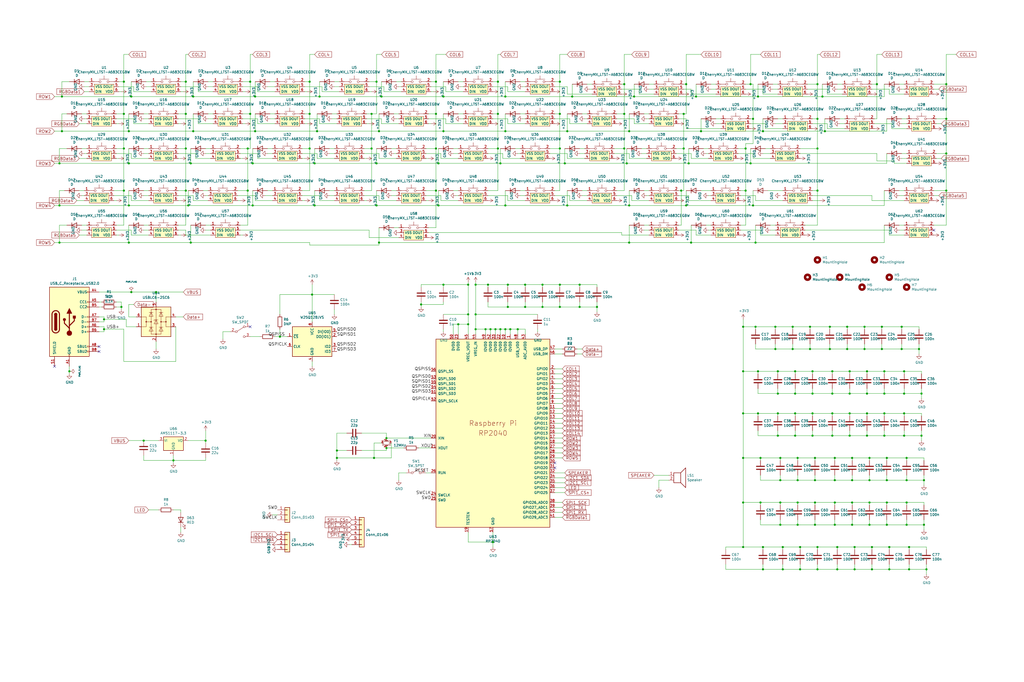
<source format=kicad_sch>
(kicad_sch (version 20211123) (generator eeschema)
  (paper "User" 524.993 350.012)
  (title_block (title "PyKey60ISO RP2040") (date "2023-04-24") (rev "1.0") (company "Pierre Constantineau (JPConstantineau) & Daniel Barber (danbee)") (comment 1 "License: CERN-OHL-W (CERN OHL v2)") (comment 2 "Project: https://github.com/jpconstantineau/PyKey60"))
  (junction (at 389.89 257.81))
  (junction (at 416.56 223.52))
  (junction (at 320.04 43.18))
  (junction (at 278.13 157.48))
  (junction (at 63.5 97.79))
  (junction (at 259.08 105.41))
  (junction (at 215.9 156.21))
  (junction (at 240.03 146.05))
  (junction (at 464.82 246.38))
  (junction (at 464.82 234.95))
  (junction (at 269.24 146.05))
  (junction (at 472.44 223.52))
  (junction (at 198.12 224.79))
  (junction (at 127 76.2))
  (junction (at 99.06 67.31))
  (junction (at 129.54 83.82))
  (junction (at 172.72 234.95))
  (junction (at 191.77 234.95))
  (junction (at 388.62 49.53))
  (junction (at 417.83 257.81))
  (junction (at 223.52 41.91))
  (junction (at 35.56 190.5))
  (junction (at 198.12 229.87))
  (junction (at 388.62 212.09))
  (junction (at 436.88 269.24))
  (junction (at 63.5 41.91))
  (junction (at 453.39 223.52))
  (junction (at 30.48 105.41))
  (junction (at 350.52 76.2))
  (junction (at 97.79 124.46))
  (junction (at 320.04 76.2))
  (junction (at 252.73 278.13))
  (junction (at 287.02 76.2))
  (junction (at 130.81 49.53))
  (junction (at 400.05 234.95))
  (junction (at 408.94 257.81))
  (junction (at 434.34 179.07))
  (junction (at 391.16 292.1))
  (junction (at 462.28 167.64))
  (junction (at 250.19 146.05))
  (junction (at 463.55 223.52))
  (junction (at 464.82 257.81))
  (junction (at 408.94 246.38))
  (junction (at 128.27 58.42))
  (junction (at 97.79 83.82))
  (junction (at 351.79 105.41))
  (junction (at 429.26 292.1))
  (junction (at 143.51 172.72))
  (junction (at 224.79 105.41))
  (junction (at 287.02 41.91))
  (junction (at 455.93 292.1))
  (junction (at 256.54 168.91))
  (junction (at 436.88 257.81))
  (junction (at 426.72 223.52))
  (junction (at 128.27 41.91))
  (junction (at 398.78 223.52))
  (junction (at 172.72 231.14))
  (junction (at 454.66 269.24))
  (junction (at 453.39 190.5))
  (junction (at 193.04 41.91))
  (junction (at 438.15 280.67))
  (junction (at 410.21 292.1))
  (junction (at 426.72 201.93))
  (junction (at 160.02 151.13))
  (junction (at 265.43 168.91))
  (junction (at 234.95 166.37))
  (junction (at 382.27 97.79))
  (junction (at 472.44 201.93))
  (junction (at 190.5 58.42))
  (junction (at 287.02 157.48))
  (junction (at 416.56 212.09))
  (junction (at 127 97.79))
  (junction (at 415.29 179.07))
  (junction (at 260.35 157.48))
  (junction (at 95.25 76.2))
  (junction (at 444.5 201.93))
  (junction (at 289.56 83.82))
  (junction (at 287.02 146.05))
  (junction (at 290.83 67.31))
  (junction (at 67.31 49.53))
  (junction (at 407.67 190.5))
  (junction (at 398.78 212.09))
  (junction (at 426.72 212.09))
  (junction (at 162.56 67.31))
  (junction (at 421.64 49.53))
  (junction (at 454.66 246.38))
  (junction (at 251.46 168.91))
  (junction (at 240.03 166.37))
  (junction (at 485.14 43.18))
  (junction (at 406.4 179.07))
  (junction (at 389.89 234.95))
  (junction (at 254 168.91))
  (junction (at 438.15 292.1))
  (junction (at 287.02 58.42))
  (junction (at 243.84 146.05))
  (junction (at 62.23 157.48))
  (junction (at 435.61 212.09))
  (junction (at 190.5 76.2))
  (junction (at 223.52 97.79))
  (junction (at 419.1 43.18))
  (junction (at 382.27 76.2))
  (junction (at 427.99 234.95))
  (junction (at 161.29 83.82))
  (junction (at 387.35 167.64))
  (junction (at 407.67 201.93))
  (junction (at 381 257.81))
  (junction (at 80.01 149.86))
  (junction (at 410.21 280.67))
  (junction (at 416.56 201.93))
  (junction (at 297.18 157.48))
  (junction (at 397.51 167.64))
  (junction (at 464.82 269.24))
  (junction (at 63.5 58.42))
  (junction (at 391.16 67.31))
  (junction (at 30.48 83.82))
  (junction (at 436.88 234.95))
  (junction (at 63.5 76.2))
  (junction (at 325.12 49.53))
  (junction (at 466.09 280.67))
  (junction (at 322.58 67.31))
  (junction (at 321.31 83.82))
  (junction (at 466.09 292.1))
  (junction (at 53.34 168.91))
  (junction (at 445.77 257.81))
  (junction (at 445.77 234.95))
  (junction (at 351.79 43.18))
  (junction (at 419.1 60.96))
  (junction (at 444.5 190.5))
  (junction (at 193.04 83.82))
  (junction (at 243.84 168.91))
  (junction (at 322.58 105.41))
  (junction (at 130.81 67.31))
  (junction (at 306.07 157.48))
  (junction (at 290.83 105.41))
  (junction (at 255.27 76.2))
  (junction (at 381 212.09))
  (junction (at 422.91 67.31))
  (junction (at 99.06 49.53))
  (junction (at 426.72 190.5))
  (junction (at 435.61 223.52))
  (junction (at 425.45 179.07))
  (junction (at 452.12 167.64))
  (junction (at 419.1 292.1))
  (junction (at 407.67 212.09))
  (junction (at 95.25 58.42))
  (junction (at 473.71 246.38))
  (junction (at 425.45 167.64))
  (junction (at 449.58 43.18))
  (junction (at 386.08 60.96))
  (junction (at 397.51 179.07))
  (junction (at 454.66 257.81))
  (junction (at 293.37 49.53))
  (junction (at 248.92 168.91))
  (junction (at 400.05 246.38))
  (junction (at 386.08 105.41))
  (junction (at 88.9 236.22))
  (junction (at 444.5 212.09))
  (junction (at 455.93 280.67))
  (junction (at 447.04 280.67))
  (junction (at 195.58 49.53))
  (junction (at 401.32 280.67))
  (junction (at 96.52 105.41))
  (junction (at 227.33 49.53))
  (junction (at 384.81 43.18))
  (junction (at 223.52 58.42))
  (junction (at 356.87 49.53))
  (junction (at 400.05 269.24))
  (junction (at 158.75 58.42))
  (junction (at 158.75 41.91))
  (junction (at 419.1 280.67))
  (junction (at 485.14 60.96))
  (junction (at 398.78 190.5))
  (junction (at 417.83 246.38))
  (junction (at 243.84 161.29))
  (junction (at 427.99 246.38))
  (junction (at 408.94 234.95))
  (junction (at 445.77 269.24))
  (junction (at 269.24 157.48))
  (junction (at 67.31 149.86))
  (junction (at 30.48 124.46))
  (junction (at 354.33 124.46))
  (junction (at 193.04 105.41))
  (junction (at 227.33 67.31))
  (junction (at 436.88 246.38))
  (junction (at 427.99 257.81))
  (junction (at 95.25 41.91))
  (junction (at 388.62 190.5))
  (junction (at 443.23 179.07))
  (junction (at 381 190.5))
  (junction (at 434.34 167.64))
  (junction (at 485.14 97.79))
  (junction (at 194.31 67.31))
  (junction (at 453.39 201.93))
  (junction (at 463.55 201.93))
  (junction (at 453.39 212.09))
  (junction (at 407.67 223.52))
  (junction (at 474.98 292.1))
  (junction (at 463.55 212.09))
  (junction (at 406.4 167.64))
  (junction (at 398.78 201.93))
  (junction (at 485.14 78.74))
  (junction (at 240.03 161.29))
  (junction (at 391.16 280.67))
  (junction (at 359.41 67.31))
  (junction (at 66.04 124.46))
  (junction (at 129.54 105.41))
  (junction (at 427.99 269.24))
  (junction (at 161.29 105.41))
  (junction (at 473.71 269.24))
  (junction (at 31.75 67.31))
  (junction (at 227.33 146.05))
  (junction (at 435.61 190.5))
  (junction (at 444.5 223.52))
  (junction (at 163.83 49.53))
  (junction (at 322.58 124.46))
  (junction (at 256.54 83.82))
  (junction (at 261.62 168.91))
  (junction (at 320.04 58.42))
  (junction (at 31.75 49.53))
  (junction (at 415.29 167.64))
  (junction (at 400.05 257.81))
  (junction (at 259.08 168.91))
  (junction (at 349.25 97.79))
  (junction (at 353.06 83.82))
  (junction (at 429.26 280.67))
  (junction (at 95.25 97.79))
  (junction (at 259.08 49.53))
  (junction (at 417.83 234.95))
  (junction (at 384.81 83.82))
  (junction (at 381 167.64))
  (junction (at 408.94 269.24))
  (junction (at 105.41 226.06))
  (junction (at 416.56 190.5))
  (junction (at 223.52 76.2))
  (junction (at 278.13 146.05))
  (junction (at 53.34 163.83))
  (junction (at 419.1 76.2))
  (junction (at 452.12 179.07))
  (junction (at 194.31 124.46))
  (junction (at 66.04 105.41))
  (junction (at 66.04 83.82))
  (junction (at 443.23 167.64))
  (junction (at 471.17 179.07))
  (junction (at 462.28 179.07))
  (junction (at 255.27 41.91))
  (junction (at 158.75 76.2))
  (junction (at 401.32 292.1))
  (junction (at 447.04 292.1))
  (junction (at 350.52 58.42))
  (junction (at 463.55 190.5))
  (junction (at 224.79 83.82))
  (junction (at 435.61 201.93))
  (junction (at 454.66 234.95))
  (junction (at 73.66 226.06))
  (junction (at 297.18 146.05))
  (junction (at 417.83 269.24))
  (junction (at 259.08 67.31))
  (junction (at 260.35 146.05))
  (junction (at 381 280.67))
  (junction (at 445.77 246.38))
  (junction (at 381 234.95))
  (junction (at 255.27 58.42))
  (junction (at 419.1 97.79))
  (junction (at 387.35 124.46))
  (junction (at 66.04 67.31))
  (no_connect (at 50.8 177.8))
  (no_connect (at 50.8 180.34))
  (no_connect (at 284.48 237.49))
  (no_connect (at 478.79 118.11))
  (no_connect (at 27.94 187.96))
  (no_connect (at 128.27 167.64))
  (no_connect (at 284.48 240.03))
  (wire (pts (xy 422.91 67.31) (xy 454.66 67.31)))
  (wire (pts (xy 105.41 76.2) (xy 107.95 76.2)))
  (wire (pts (xy 389.89 266.7) (xy 389.89 269.24)))
  (wire (pts (xy 163.83 100.33) (xy 163.83 102.87)))
  (wire (pts (xy 95.25 27.94) (xy 95.25 41.91)))
  (wire (pts (xy 389.89 236.22) (xy 389.89 234.95)))
  (wire (pts (xy 410.21 289.56) (xy 410.21 292.1)))
  (wire (pts (xy 130.81 67.31) (xy 162.56 67.31)))
  (wire (pts (xy 426.72 213.36) (xy 426.72 212.09)))
  (wire (pts (xy 318.77 45.72) (xy 327.66 45.72)))
  (wire (pts (xy 34.29 58.42) (xy 31.75 58.42)))
  (wire (pts (xy 388.62 201.93) (xy 398.78 201.93)))
  (wire (pts (xy 255.27 97.79) (xy 255.27 76.2)))
  (wire (pts (xy 354.33 124.46) (xy 354.33 115.57)))
  (wire (pts (xy 220.98 224.79) (xy 198.12 224.79)))
  (wire (pts (xy 255.27 27.94) (xy 256.54 27.94)))
  (wire (pts (xy 393.7 97.79) (xy 401.32 97.79)))
  (wire (pts (xy 250.19 76.2) (xy 255.27 76.2)))
  (wire (pts (xy 444.5 201.93) (xy 453.39 201.93)))
  (wire (pts (xy 256.54 171.45) (xy 256.54 168.91)))
  (wire (pts (xy 332.74 97.79) (xy 330.2 97.79)))
  (wire (pts (xy 219.71 119.38) (xy 318.77 119.38)))
  (wire (pts (xy 398.78 201.93) (xy 407.67 201.93)))
  (wire (pts (xy 284.48 265.43) (xy 288.29 265.43)))
  (wire (pts (xy 381 257.81) (xy 389.89 257.81)))
  (wire (pts (xy 284.48 217.17) (xy 288.29 217.17)))
  (wire (pts (xy 269.24 60.96) (xy 267.97 60.96)))
  (wire (pts (xy 463.55 223.52) (xy 472.44 223.52)))
  (wire (pts (xy 398.78 60.96) (xy 401.32 60.96)))
  (wire (pts (xy 359.41 97.79) (xy 364.49 97.79)))
  (wire (pts (xy 284.48 245.11) (xy 289.56 245.11)))
  (wire (pts (xy 306.07 154.94) (xy 306.07 157.48)))
  (wire (pts (xy 129.54 83.82) (xy 161.29 83.82)))
  (wire (pts (xy 248.92 171.45) (xy 248.92 168.91)))
  (wire (pts (xy 346.71 78.74) (xy 354.33 78.74)))
  (wire (pts (xy 39.37 102.87) (xy 43.18 102.87)))
  (wire (pts (xy 416.56 201.93) (xy 426.72 201.93)))
  (wire (pts (xy 400.05 259.08) (xy 400.05 257.81)))
  (wire (pts (xy 421.64 49.53) (xy 421.64 43.18)))
  (wire (pts (xy 453.39 212.09) (xy 444.5 212.09)))
  (wire (pts (xy 322.58 105.41) (xy 351.79 105.41)))
  (wire (pts (xy 463.55 199.39) (xy 463.55 201.93)))
  (wire (pts (xy 74.93 41.91) (xy 77.47 41.91)))
  (wire (pts (xy 485.14 60.96) (xy 485.14 78.74)))
  (wire (pts (xy 438.15 280.67) (xy 429.26 280.67)))
  (wire (pts (xy 254 171.45) (xy 254 168.91)))
  (wire (pts (xy 359.41 27.94) (xy 351.79 27.94)))
  (wire (pts (xy 381 190.5) (xy 381 212.09)))
  (wire (pts (xy 300.99 43.18) (xy 303.53 43.18)))
  (wire (pts (xy 290.83 67.31) (xy 322.58 67.31)))
  (wire (pts (xy 106.68 41.91) (xy 109.22 41.91)))
  (wire (pts (xy 384.81 83.82) (xy 384.81 76.2)))
  (wire (pts (xy 452.12 179.07) (xy 462.28 179.07)))
  (wire (pts (xy 215.9 146.05) (xy 215.9 147.32)))
  (wire (pts (xy 325.12 49.53) (xy 356.87 49.53)))
  (wire (pts (xy 284.48 204.47) (xy 288.29 204.47)))
  (wire (pts (xy 378.46 78.74) (xy 386.08 78.74)))
  (wire (pts (xy 232.41 78.74) (xy 234.95 78.74)))
  (wire (pts (xy 59.69 118.11) (xy 67.31 118.11)))
  (wire (pts (xy 481.33 100.33) (xy 478.79 100.33)))
  (wire (pts (xy 105.41 118.11) (xy 107.95 118.11)))
  (wire (pts (xy 66.04 83.82) (xy 97.79 83.82)))
  (wire (pts (xy 466.09 289.56) (xy 466.09 292.1)))
  (wire (pts (xy 320.04 76.2) (xy 320.04 58.42)))
  (wire (pts (xy 170.18 60.96) (xy 172.72 60.96)))
  (wire (pts (xy 218.44 100.33) (xy 226.06 100.33)))
  (wire (pts (xy 444.5 199.39) (xy 444.5 201.93)))
  (wire (pts (xy 232.41 76.2) (xy 234.95 76.2)))
  (wire (pts (xy 156.21 58.42) (xy 158.75 58.42)))
  (wire (pts (xy 455.93 48.26) (xy 463.55 48.26)))
  (wire (pts (xy 391.16 67.31) (xy 422.91 67.31)))
  (wire (pts (xy 128.27 172.72) (xy 133.35 172.72)))
  (wire (pts (xy 419.1 281.94) (xy 419.1 280.67)))
  (wire (pts (xy 426.72 220.98) (xy 426.72 223.52)))
  (wire (pts (xy 66.04 162.56) (xy 66.04 156.21)))
  (wire (pts (xy 269.24 146.05) (xy 260.35 146.05)))
  (wire (pts (xy 132.08 46.99) (xy 140.97 46.99)))
  (wire (pts (xy 95.25 58.42) (xy 95.25 76.2)))
  (wire (pts (xy 204.47 242.57) (xy 204.47 246.38)))
  (wire (pts (xy 227.33 168.91) (xy 227.33 170.18)))
  (wire (pts (xy 127 115.57) (xy 127 97.79)))
  (wire (pts (xy 292.1 100.33) (xy 292.1 102.87)))
  (wire (pts (xy 435.61 199.39) (xy 435.61 201.93)))
  (wire (pts (xy 284.48 194.31) (xy 288.29 194.31)))
  (wire (pts (xy 252.73 273.05) (xy 252.73 278.13)))
  (wire (pts (xy 388.62 213.36) (xy 388.62 212.09)))
  (wire (pts (xy 298.45 58.42) (xy 300.99 58.42)))
  (wire (pts (xy 154.94 97.79) (xy 158.75 97.79)))
  (wire (pts (xy 391.16 67.31) (xy 391.16 60.96)))
  (wire (pts (xy 177.8 222.25) (xy 172.72 222.25)))
  (wire (pts (xy 161.29 83.82) (xy 161.29 76.2)))
  (wire (pts (xy 284.48 97.79) (xy 287.02 97.79)))
  (wire (pts (xy 473.71 236.22) (xy 473.71 234.95)))
  (wire (pts (xy 165.1 46.99) (xy 173.99 46.99)))
  (wire (pts (xy 269.24 168.91) (xy 265.43 168.91)))
  (wire (pts (xy 194.31 67.31) (xy 194.31 58.42)))
  (wire (pts (xy 105.41 234.95) (xy 105.41 236.22)))
  (wire (pts (xy 224.79 83.82) (xy 224.79 76.2)))
  (wire (pts (xy 349.25 97.79) (xy 350.52 97.79)))
  (wire (pts (xy 232.41 97.79) (xy 234.95 97.79)))
  (wire (pts (xy 260.35 100.33) (xy 260.35 102.87)))
  (wire (pts (xy 424.18 66.04) (xy 433.07 66.04)))
  (wire (pts (xy 66.04 226.06) (xy 73.66 226.06)))
  (wire (pts (xy 232.41 171.45) (xy 232.41 166.37)))
  (wire (pts (xy 284.48 199.39) (xy 288.29 199.39)))
  (wire (pts (xy 327.66 48.26) (xy 335.28 48.26)))
  (wire (pts (xy 215.9 157.48) (xy 215.9 156.21)))
  (wire (pts (xy 328.93 78.74) (xy 331.47 78.74)))
  (wire (pts (xy 337.82 246.38) (xy 337.82 250.19)))
  (wire (pts (xy 43.18 78.74) (xy 44.45 78.74)))
  (wire (pts (xy 256.54 168.91) (xy 254 168.91)))
  (wire (pts (xy 454.66 83.82) (xy 454.66 78.74)))
  (wire (pts (xy 381 212.09) (xy 388.62 212.09)))
  (wire (pts (xy 198.12 229.87) (xy 198.12 231.14)))
  (wire (pts (xy 224.79 83.82) (xy 256.54 83.82)))
  (wire (pts (xy 436.88 243.84) (xy 436.88 246.38)))
  (wire (pts (xy 417.83 243.84) (xy 417.83 246.38)))
  (wire (pts (xy 193.04 105.41) (xy 224.79 105.41)))
  (wire (pts (xy 62.23 46.99) (xy 60.96 46.99)))
  (wire (pts (xy 322.58 105.41) (xy 322.58 97.79)))
  (wire (pts (xy 68.58 60.96) (xy 68.58 63.5)))
  (wire (pts (xy 447.04 45.72) (xy 455.93 45.72)))
  (wire (pts (xy 320.04 27.94) (xy 323.85 27.94)))
  (wire (pts (xy 259.08 49.53) (xy 259.08 41.91)))
  (wire (pts (xy 427.99 246.38) (xy 436.88 246.38)))
  (wire (pts (xy 100.33 78.74) (xy 100.33 81.28)))
  (wire (pts (xy 417.83 259.08) (xy 417.83 257.81)))
  (wire (pts (xy 95.25 76.2) (xy 95.25 97.79)))
  (wire (pts (xy 453.39 191.77) (xy 453.39 190.5)))
  (wire (pts (xy 353.06 102.87) (xy 364.49 102.87)))
  (wire (pts (xy 194.31 124.46) (xy 322.58 124.46)))
  (wire (pts (xy 342.9 246.38) (xy 337.82 246.38)))
  (wire (pts (xy 287.02 76.2) (xy 287.02 58.42)))
  (wire (pts (xy 325.12 49.53) (xy 325.12 43.18)))
  (wire (pts (xy 259.08 105.41) (xy 259.08 97.79)))
  (wire (pts (xy 287.02 147.32) (xy 287.02 146.05)))
  (wire (pts (xy 259.08 105.41) (xy 290.83 105.41)))
  (wire (pts (xy 194.31 81.28) (xy 203.2 81.28)))
  (wire (pts (xy 31.75 67.31) (xy 27.94 67.31)))
  (wire (pts (xy 60.96 44.45) (xy 68.58 44.45)))
  (wire (pts (xy 434.34 176.53) (xy 434.34 179.07)))
  (wire (pts (xy 462.28 167.64) (xy 452.12 167.64)))
  (wire (pts (xy 168.91 100.33) (xy 171.45 100.33)))
  (wire (pts (xy 234.95 58.42) (xy 237.49 58.42)))
  (wire (pts (xy 240.03 146.05) (xy 240.03 144.78)))
  (wire (pts (xy 421.64 49.53) (xy 453.39 49.53)))
  (wire (pts (xy 453.39 223.52) (xy 463.55 223.52)))
  (wire (pts (xy 118.11 170.18) (xy 114.3 170.18)))
  (wire (pts (xy 350.52 76.2) (xy 350.52 58.42)))
  (wire (pts (xy 50.8 162.56) (xy 53.34 162.56)))
  (wire (pts (xy 269.24 154.94) (xy 269.24 157.48)))
  (wire (pts (xy 73.66 60.96) (xy 76.2 60.96)))
  (wire (pts (xy 471.17 167.64) (xy 462.28 167.64)))
  (wire (pts (xy 436.88 246.38) (xy 445.77 246.38)))
  (wire (pts (xy 350.52 45.72) (xy 354.33 45.72)))
  (wire (pts (xy 157.48 46.99) (xy 156.21 46.99)))
  (wire (pts (xy 297.18 78.74) (xy 299.72 78.74)))
  (wire (pts (xy 367.03 63.5) (xy 369.57 63.5)))
  (wire (pts (xy 401.32 280.67) (xy 391.16 280.67)))
  (wire (pts (xy 194.31 124.46) (xy 194.31 125.73)))
  (wire (pts (xy 454.66 67.31) (xy 454.66 60.96)))
  (wire (pts (xy 407.67 190.5) (xy 398.78 190.5)))
  (wire (pts (xy 452.12 27.94) (xy 449.58 27.94)))
  (wire (pts (xy 427.99 266.7) (xy 427.99 269.24)))
  (wire (pts (xy 200.66 100.33) (xy 203.2 100.33)))
  (wire (pts (xy 59.69 157.48) (xy 62.23 157.48)))
  (wire (pts (xy 424.18 45.72) (xy 424.18 48.26)))
  (wire (pts (xy 381 257.81) (xy 381 280.67)))
  (wire (pts (xy 454.66 246.38) (xy 464.82 246.38)))
  (wire (pts (xy 73.66 100.33) (xy 76.2 100.33)))
  (wire (pts (xy 347.98 97.79) (xy 349.25 97.79)))
  (wire (pts (xy 60.96 41.91) (xy 63.5 41.91)))
  (wire (pts (xy 472.44 190.5) (xy 463.55 190.5)))
  (wire (pts (xy 473.71 266.7) (xy 473.71 269.24)))
  (wire (pts (xy 193.04 83.82) (xy 224.79 83.82)))
  (wire (pts (xy 391.16 281.94) (xy 391.16 280.67)))
  (wire (pts (xy 160.02 187.96) (xy 160.02 185.42)))
  (wire (pts (xy 265.43 171.45) (xy 265.43 168.91)))
  (wire (pts (xy 400.05 236.22) (xy 400.05 234.95)))
  (wire (pts (xy 457.2 63.5) (xy 457.2 66.04)))
  (wire (pts (xy 101.6 44.45) (xy 101.6 46.99)))
  (wire (pts (xy 474.98 289.56) (xy 474.98 292.1)))
  (wire (pts (xy 105.41 100.33) (xy 106.68 100.33)))
  (wire (pts (xy 331.47 100.33) (xy 332.74 100.33)))
  (wire (pts (xy 284.48 201.93) (xy 288.29 201.93)))
  (wire (pts (xy 68.58 63.5) (xy 76.2 63.5)))
  (wire (pts (xy 63.5 76.2) (xy 59.69 76.2)))
  (wire (pts (xy 449.58 27.94) (xy 449.58 43.18)))
  (wire (pts (xy 384.81 43.18) (xy 382.27 43.18)))
  (wire (pts (xy 31.75 41.91) (xy 31.75 49.53)))
  (wire (pts (xy 407.67 223.52) (xy 416.56 223.52)))
  (wire (pts (xy 105.41 236.22) (xy 88.9 236.22)))
  (wire (pts (xy 139.7 264.16) (xy 142.24 264.16)))
  (wire (pts (xy 158.75 58.42) (xy 158.75 41.91)))
  (wire (pts (xy 129.54 83.82) (xy 129.54 76.2)))
  (wire (pts (xy 416.56 223.52) (xy 426.72 223.52)))
  (wire (pts (xy 347.98 118.11) (xy 356.87 118.11)))
  (wire (pts (xy 447.04 289.56) (xy 447.04 292.1)))
  (wire (pts (xy 255.27 76.2) (xy 255.27 58.42)))
  (wire (pts (xy 73.66 226.06) (xy 81.28 226.06)))
  (wire (pts (xy 425.45 179.07) (xy 434.34 179.07)))
  (wire (pts (xy 420.37 27.94) (xy 419.1 27.94)))
  (wire (pts (xy 63.5 97.79) (xy 63.5 115.57)))
  (wire (pts (xy 464.82 257.81) (xy 454.66 257.81)))
  (wire (pts (xy 435.61 190.5) (xy 426.72 190.5)))
  (wire (pts (xy 435.61 220.98) (xy 435.61 223.52)))
  (wire (pts (xy 163.83 60.96) (xy 163.83 63.5)))
  (wire (pts (xy 289.56 83.82) (xy 321.31 83.82)))
  (wire (pts (xy 325.12 63.5) (xy 332.74 63.5)))
  (wire (pts (xy 288.29 227.33) (xy 284.48 227.33)))
  (wire (pts (xy 92.71 270.51) (xy 92.71 273.05)))
  (wire (pts (xy 485.14 27.94) (xy 485.14 43.18)))
  (wire (pts (xy 260.35 102.87) (xy 269.24 102.87)))
  (wire (pts (xy 354.33 81.28) (xy 363.22 81.28)))
  (wire (pts (xy 318.77 120.65) (xy 332.74 120.65)))
  (wire (pts (xy 397.51 63.5) (xy 401.32 63.5)))
  (wire (pts (xy 30.48 124.46) (xy 66.04 124.46)))
  (wire (pts (xy 391.16 289.56) (xy 391.16 292.1)))
  (wire (pts (xy 330.2 118.11) (xy 332.74 118.11)))
  (wire (pts (xy 67.31 49.53) (xy 99.06 49.53)))
  (wire (pts (xy 266.7 100.33) (xy 269.24 100.33)))
  (wire (pts (xy 43.18 44.45) (xy 45.72 44.45)))
  (wire (pts (xy 53.34 167.64) (xy 53.34 168.91)))
  (wire (pts (xy 453.39 105.41) (xy 453.39 97.79)))
  (wire (pts (xy 335.28 243.84) (xy 342.9 243.84)))
  (wire (pts (xy 372.11 289.56) (xy 372.11 292.1)))
  (wire (pts (xy 392.43 76.2) (xy 394.97 76.2)))
  (wire (pts (xy 63.5 168.91) (xy 63.5 185.42)))
  (wire (pts (xy 381 167.64) (xy 381 190.5)))
  (wire (pts (xy 464.82 269.24) (xy 473.71 269.24)))
  (wire (pts (xy 347.98 58.42) (xy 350.52 58.42)))
  (wire (pts (xy 436.88 266.7) (xy 436.88 269.24)))
  (wire (pts (xy 415.29 176.53) (xy 415.29 179.07)))
  (wire (pts (xy 66.04 67.31) (xy 99.06 67.31)))
  (wire (pts (xy 408.94 266.7) (xy 408.94 269.24)))
  (wire (pts (xy 200.66 227.33) (xy 200.66 234.95)))
  (wire (pts (xy 351.79 105.41) (xy 351.79 97.79)))
  (wire (pts (xy 228.6 44.45) (xy 228.6 46.99)))
  (wire (pts (xy 30.48 97.79) (xy 30.48 105.41)))
  (wire (pts (xy 223.52 27.94) (xy 228.6 27.94)))
  (wire (pts (xy 218.44 78.74) (xy 226.06 78.74)))
  (wire (pts (xy 45.72 41.91) (xy 43.18 41.91)))
  (wire (pts (xy 193.04 58.42) (xy 193.04 41.91)))
  (wire (pts (xy 128.27 76.2) (xy 128.27 58.42)))
  (wire (pts (xy 95.25 41.91) (xy 95.25 58.42)))
  (wire (pts (xy 287.02 97.79) (xy 287.02 76.2)))
  (wire (pts (xy 461.01 100.33) (xy 463.55 100.33)))
  (wire (pts (xy 66.04 156.21) (xy 68.58 156.21)))
  (wire (pts (xy 323.85 100.33) (xy 323.85 102.87)))
  (wire (pts (xy 257.81 78.74) (xy 257.81 81.28)))
  (wire (pts (xy 106.68 44.45) (xy 109.22 44.45)))
  (wire (pts (xy 298.45 97.79) (xy 300.99 97.79)))
  (wire (pts (xy 59.69 78.74) (xy 67.31 78.74)))
  (wire (pts (xy 287.02 58.42) (xy 287.02 41.91)))
  (wire (pts (xy 58.42 100.33) (xy 67.31 100.33)))
  (wire (pts (xy 378.46 76.2) (xy 382.27 76.2)))
  (wire (pts (xy 105.41 115.57) (xy 107.95 115.57)))
  (wire (pts (xy 101.6 63.5) (xy 109.22 63.5)))
  (wire (pts (xy 44.45 58.42) (xy 41.91 58.42)))
  (wire (pts (xy 138.43 41.91) (xy 140.97 41.91)))
  (wire (pts (xy 123.19 118.11) (xy 189.23 118.11)))
  (wire (pts (xy 449.58 60.96) (xy 449.58 43.18)))
  (wire (pts (xy 34.29 115.57) (xy 30.48 115.57)))
  (wire (pts (xy 243.84 168.91) (xy 243.84 161.29)))
  (wire (pts (xy 34.29 76.2) (xy 30.48 76.2)))
  (wire (pts (xy 73.66 78.74) (xy 76.2 78.74)))
  (wire (pts (xy 30.48 76.2) (xy 30.48 83.82)))
  (wire (pts (xy 227.33 49.53) (xy 227.33 41.91)))
  (wire (pts (xy 275.59 168.91) (xy 275.59 170.18)))
  (wire (pts (xy 462.28 78.74) (xy 464.82 78.74)))
  (wire (pts (xy 240.03 161.29) (xy 240.03 146.05)))
  (wire (pts (xy 186.69 102.87) (xy 187.96 102.87)))
  (wire (pts (xy 455.93 289.56) (xy 455.93 292.1)))
  (wire (pts (xy 143.51 151.13) (xy 143.51 161.29)))
  (wire (pts (xy 171.45 78.74) (xy 168.91 78.74)))
  (wire (pts (xy 356.87 49.53) (xy 356.87 43.18)))
  (wire (pts (xy 220.98 46.99) (xy 222.25 46.99)))
  (wire (pts (xy 73.66 58.42) (xy 76.2 58.42)))
  (wire (pts (xy 195.58 27.94) (xy 193.04 27.94)))
  (wire (pts (xy 123.19 102.87) (xy 121.92 102.87)))
  (wire (pts (xy 92.71 261.62) (xy 92.71 262.89)))
  (wire (pts (xy 387.35 176.53) (xy 387.35 179.07)))
  (wire (pts (xy 453.39 201.93) (xy 463.55 201.93)))
  (wire (pts (xy 162.56 67.31) (xy 194.31 67.31)))
  (wire (pts (xy 172.72 234.95) (xy 172.72 236.22)))
  (wire (pts (xy 191.77 227.33) (xy 191.77 234.95)))
  (wire (pts (xy 92.71 120.65) (xy 91.44 120.65)))
  (wire (pts (xy 427.99 236.22) (xy 427.99 234.95)))
  (wire (pts (xy 416.56 97.79) (xy 419.1 97.79)))
  (wire (pts (xy 381 280.67) (xy 372.11 280.67)))
  (wire (pts (xy 419.1 97.79) (xy 419.1 115.57)))
  (wire (pts (xy 447.04 280.67) (xy 438.15 280.67)))
  (wire (pts (xy 408.94 257.81) (xy 417.83 257.81)))
  (wire (pts (xy 382.27 97.79) (xy 382.27 76.2)))
  (wire (pts (xy 281.94 78.74) (xy 290.83 78.74)))
  (wire (pts (xy 30.48 115.57) (xy 30.48 124.46)))
  (wire (pts (xy 400.05 234.95) (xy 389.89 234.95)))
  (wire (pts (xy 228.6 63.5) (xy 237.49 63.5)))
  (wire (pts (xy 407.67 212.09) (xy 416.56 212.09)))
  (wire (pts (xy 106.68 60.96) (xy 109.22 60.96)))
  (wire (pts (xy 160.02 151.13) (xy 143.51 151.13)))
  (wire (pts (xy 406.4 179.07) (xy 415.29 179.07)))
  (wire (pts (xy 381 234.95) (xy 389.89 234.95)))
  (wire (pts (xy 332.74 45.72) (xy 335.28 45.72)))
  (wire (pts (xy 68.58 46.99) (xy 77.47 46.99)))
  (wire (pts (xy 391.16 48.26) (xy 398.78 48.26)))
  (wire (pts (xy 259.08 168.91) (xy 256.54 168.91)))
  (wire (pts (xy 367.03 60.96) (xy 369.57 60.96)))
  (wire (pts (xy 91.44 97.79) (xy 95.25 97.79)))
  (wire (pts (xy 158.75 27.94) (xy 158.75 41.91)))
  (wire (pts (xy 444.5 212.09) (xy 435.61 212.09)))
  (wire (pts (xy 95.25 118.11) (xy 95.25 120.65)))
  (wire (pts (xy 408.94 259.08) (xy 408.94 257.81)))
  (wire (pts (xy 91.44 63.5) (xy 92.71 63.5)))
  (wire (pts (xy 449.58 43.18) (xy 447.04 43.18)))
  (wire (pts (xy 436.88 259.08) (xy 436.88 257.81)))
  (wire (pts (xy 30.48 124.46) (xy 27.94 124.46)))
  (wire (pts (xy 59.69 81.28) (xy 60.96 81.28)))
  (wire (pts (xy 156.21 44.45) (xy 165.1 44.45)))
  (wire (pts (xy 443.23 176.53) (xy 443.23 179.07)))
  (wire (pts (xy 295.91 179.07) (xy 298.45 179.07)))
  (wire (pts (xy 379.73 118.11) (xy 389.89 118.11)))
  (wire (pts (xy 325.12 60.96) (xy 325.12 63.5)))
  (wire (pts (xy 168.91 97.79) (xy 171.45 97.79)))
  (wire (pts (xy 128.27 58.42) (xy 128.27 41.91)))
  (wire (pts (xy 471.17 168.91) (xy 471.17 167.64)))
  (wire (pts (xy 190.5 97.79) (xy 190.5 76.2)))
  (wire (pts (xy 180.34 279.4) (xy 179.07 279.4)))
  (wire (pts (xy 284.48 196.85) (xy 288.29 196.85)))
  (wire (pts (xy 463.55 191.77) (xy 463.55 190.5)))
  (wire (pts (xy 407.67 201.93) (xy 416.56 201.93)))
  (wire (pts (xy 278.13 147.32) (xy 278.13 146.05)))
  (wire (pts (xy 186.69 97.79) (xy 190.5 97.79)))
  (wire (pts (xy 76.2 261.62) (xy 81.28 261.62)))
  (wire (pts (xy 97.79 83.82) (xy 129.54 83.82)))
  (wire (pts (xy 297.18 157.48) (xy 306.07 157.48)))
  (wire (pts (xy 189.23 118.11) (xy 189.23 121.92)))
  (wire (pts (xy 240.03 161.29) (xy 227.33 161.29)))
  (wire (pts (xy 351.79 43.18) (xy 350.52 43.18)))
  (wire (pts (xy 461.01 97.79) (xy 463.55 97.79)))
  (wire (pts (xy 284.48 100.33) (xy 292.1 100.33)))
  (wire (pts (xy 252.73 60.96) (xy 260.35 60.96)))
  (wire (pts (xy 252.73 278.13) (xy 252.73 280.67)))
  (wire (pts (xy 73.66 118.11) (xy 76.2 118.11)))
  (wire (pts (xy 66.04 124.46) (xy 66.04 115.57)))
  (wire (pts (xy 99.06 67.31) (xy 130.81 67.31)))
  (wire (pts (xy 328.93 76.2) (xy 331.47 76.2)))
  (wire (pts (xy 424.18 63.5) (xy 424.18 66.04)))
  (wire (pts (xy 363.22 78.74) (xy 361.95 78.74)))
  (wire (pts (xy 445.77 269.24) (xy 454.66 269.24)))
  (wire (pts (xy 364.49 118.11) (xy 363.22 118.11)))
  (wire (pts (xy 454.66 257.81) (xy 445.77 257.81)))
  (wire (pts (xy 407.67 190.5) (xy 416.56 190.5)))
  (wire (pts (xy 320.04 43.18) (xy 320.04 27.94)))
  (wire (pts (xy 485.14 115.57) (xy 478.79 115.57)))
  (wire (pts (xy 53.34 165.1) (xy 50.8 165.1)))
  (wire (pts (xy 240.03 273.05) (xy 240.03 278.13)))
  (wire (pts (xy 123.19 115.57) (xy 127 115.57)))
  (wire (pts (xy 160.02 146.05) (xy 160.02 151.13)))
  (wire (pts (xy 455.93 120.65) (xy 463.55 120.65)))
  (wire (pts (xy 226.06 81.28) (xy 234.95 81.28)))
  (wire (pts (xy 228.6 46.99) (xy 237.49 46.99)))
  (wire (pts (xy 284.48 207.01) (xy 288.29 207.01)))
  (wire (pts (xy 194.31 100.33) (xy 194.31 102.87)))
  (wire (pts (xy 466.09 281.94) (xy 466.09 280.67)))
  (wire (pts (xy 96.52 105.41) (xy 96.52 97.79)))
  (wire (pts (xy 223.52 76.2) (xy 223.52 58.42)))
  (wire (pts (xy 256.54 83.82) (xy 289.56 83.82)))
  (wire (pts (xy 384.81 27.94) (xy 389.89 27.94)))
  (wire (pts (xy 190.5 76.2) (xy 190.5 58.42)))
  (wire (pts (xy 398.78 220.98) (xy 398.78 223.52)))
  (wire (pts (xy 43.18 97.79) (xy 40.64 97.79)))
  (wire (pts (xy 232.41 166.37) (xy 234.95 166.37)))
  (wire (pts (xy 289.56 252.73) (xy 284.48 252.73)))
  (wire (pts (xy 99.06 49.53) (xy 130.81 49.53)))
  (wire (pts (xy 137.16 78.74) (xy 139.7 78.74)))
  (wire (pts (xy 426.72 201.93) (xy 435.61 201.93)))
  (wire (pts (xy 189.23 121.92) (xy 204.47 121.92)))
  (wire (pts (xy 201.93 78.74) (xy 203.2 78.74)))
  (wire (pts (xy 416.56 63.5) (xy 424.18 63.5)))
  (wire (pts (xy 388.62 191.77) (xy 388.62 190.5)))
  (wire (pts (xy 252.73 44.45) (xy 260.35 44.45)))
  (wire (pts (xy 316.23 100.33) (xy 323.85 100.33)))
  (wire (pts (xy 99.06 67.31) (xy 99.06 58.42)))
  (wire (pts (xy 195.58 227.33) (xy 191.77 227.33)))
  (wire (pts (xy 398.78 191.77) (xy 398.78 190.5)))
  (wire (pts (xy 284.48 262.89) (xy 288.29 262.89)))
  (wire (pts (xy 59.69 154.94) (xy 62.23 154.94)))
  (wire (pts (xy 227.33 146.05) (xy 215.9 146.05)))
  (wire (pts (xy 193.04 27.94) (xy 193.04 41.91)))
  (wire (pts (xy 429.26 281.94) (xy 429.26 280.67)))
  (wire (pts (xy 63.5 115.57) (xy 59.69 115.57)))
  (wire (pts (xy 290.83 78.74) (xy 290.83 81.28)))
  (wire (pts (xy 162.56 78.74) (xy 162.56 81.28)))
  (wire (pts (xy 457.2 66.04) (xy 464.82 66.04)))
  (wire (pts (xy 381 234.95) (xy 381 257.81)))
  (wire (pts (xy 306.07 157.48) (xy 306.07 160.02)))
  (wire (pts (xy 445.77 234.95) (xy 436.88 234.95)))
  (wire (pts (xy 248.92 168.91) (xy 243.84 168.91)))
  (wire (pts (xy 203.2 60.96) (xy 204.47 60.96)))
  (wire (pts (xy 394.97 118.11) (xy 397.51 118.11)))
  (wire (pts (xy 69.85 167.64) (xy 64.77 167.64)))
  (wire (pts (xy 316.23 97.79) (xy 320.04 97.79)))
  (wire (pts (xy 161.29 83.82) (xy 193.04 83.82)))
  (wire (pts (xy 63.5 58.42) (xy 63.5 76.2)))
  (wire (pts (xy 474.98 280.67) (xy 466.09 280.67)))
  (wire (pts (xy 259.08 67.31) (xy 290.83 67.31)))
  (wire (pts (xy 386.08 97.79) (xy 386.08 105.41)))
  (wire (pts (xy 473.71 234.95) (xy 464.82 234.95)))
  (wire (pts (xy 387.35 102.87) (xy 401.32 102.87)))
  (wire (pts (xy 323.85 102.87) (xy 332.74 102.87)))
  (wire (pts (xy 284.48 257.81) (xy 288.29 257.81)))
  (wire (pts (xy 416.56 100.33) (xy 447.04 100.33)))
  (wire (pts (xy 31.75 49.53) (xy 67.31 49.53)))
  (wire (pts (xy 105.41 220.98) (xy 105.41 226.06)))
  (wire (pts (xy 472.44 212.09) (xy 463.55 212.09)))
  (wire (pts (xy 381 190.5) (xy 388.62 190.5)))
  (wire (pts (xy 95.25 97.79) (xy 95.25 115.57)))
  (wire (pts (xy 233.68 100.33) (xy 234.95 100.33)))
  (wire (pts (xy 298.45 181.61) (xy 295.91 181.61)))
  (wire (pts (xy 455.93 281.94) (xy 455.93 280.67)))
  (wire (pts (xy 154.94 102.87) (xy 156.21 102.87)))
  (wire (pts (xy 389.89 259.08) (xy 389.89 257.81)))
  (wire (pts (xy 269.24 171.45) (xy 269.24 168.91)))
  (wire (pts (xy 471.17 179.07) (xy 471.17 181.61)))
  (wire (pts (xy 384.81 27.94) (xy 384.81 43.18)))
  (wire (pts (xy 322.58 81.28) (xy 331.47 81.28)))
  (wire (pts (xy 160.02 151.13) (xy 160.02 165.1)))
  (wire (pts (xy 466.09 280.67) (xy 455.93 280.67)))
  (wire (pts (xy 240.03 171.45) (xy 240.03 166.37)))
  (wire (pts (xy 154.94 78.74) (xy 162.56 78.74)))
  (wire (pts (xy 243.84 161.29) (xy 243.84 146.05)))
  (wire (pts (xy 284.48 191.77) (xy 288.29 191.77)))
  (wire (pts (xy 419.1 27.94) (xy 419.1 43.18)))
  (wire (pts (xy 419.1 292.1) (xy 429.26 292.1)))
  (wire (pts (xy 66.04 67.31) (xy 66.04 58.42)))
  (wire (pts (xy 462.28 168.91) (xy 462.28 167.64)))
  (wire (pts (xy 401.32 289.56) (xy 401.32 292.1)))
  (wire (pts (xy 417.83 246.38) (xy 427.99 246.38)))
  (wire (pts (xy 290.83 105.41) (xy 290.83 97.79)))
  (wire (pts (xy 422.91 67.31) (xy 422.91 60.96)))
  (wire (pts (xy 40.64 63.5) (xy 44.45 63.5)))
  (wire (pts (xy 427.99 269.24) (xy 436.88 269.24)))
  (wire (pts (xy 187.96 63.5) (xy 189.23 63.5)))
  (wire (pts (xy 408.94 246.38) (xy 417.83 246.38)))
  (wire (pts (xy 434.34 167.64) (xy 425.45 167.64)))
  (wire (pts (xy 445.77 236.22) (xy 445.77 234.95)))
  (wire (pts (xy 290.83 48.26) (xy 303.53 48.26)))
  (wire (pts (xy 454.66 266.7) (xy 454.66 269.24)))
  (wire (pts (xy 227.33 67.31) (xy 259.08 67.31)))
  (wire (pts (xy 132.08 44.45) (xy 132.08 46.99)))
  (wire (pts (xy 297.18 146.05) (xy 287.02 146.05)))
  (wire (pts (xy 436.88 257.81) (xy 427.99 257.81)))
  (wire (pts (xy 172.72 222.25) (xy 172.72 231.14)))
  (wire (pts (xy 195.58 63.5) (xy 204.47 63.5)))
  (wire (pts (xy 463.55 190.5) (xy 453.39 190.5)))
  (wire (pts (xy 388.62 223.52) (xy 398.78 223.52)))
  (wire (pts (xy 101.6 60.96) (xy 101.6 63.5)))
  (wire (pts (xy 105.41 78.74) (xy 107.95 78.74)))
  (wire (pts (xy 387.35 124.46) (xy 387.35 115.57)))
  (wire (pts (xy 227.33 156.21) (xy 215.9 156.21)))
  (wire (pts (xy 416.56 191.77) (xy 416.56 190.5)))
  (wire (pts (xy 50.8 149.86) (xy 67.31 149.86)))
  (wire (pts (xy 260.35 63.5) (xy 269.24 63.5)))
  (wire (pts (xy 240.03 278.13) (xy 252.73 278.13)))
  (wire (pts (xy 154.94 81.28) (xy 156.21 81.28)))
  (wire (pts (xy 162.56 81.28) (xy 171.45 81.28)))
  (wire (pts (xy 417.83 269.24) (xy 427.99 269.24)))
  (wire (pts (xy 31.75 67.31) (xy 66.04 67.31)))
  (wire (pts (xy 62.23 157.48) (xy 62.23 158.75)))
  (wire (pts (xy 406.4 168.91) (xy 406.4 167.64)))
  (wire (pts (xy 218.44 81.28) (xy 219.71 81.28)))
  (wire (pts (xy 400.05 257.81) (xy 389.89 257.81)))
  (wire (pts (xy 91.44 58.42) (xy 95.25 58.42)))
  (wire (pts (xy 50.8 154.94) (xy 52.07 154.94)))
  (wire (pts (xy 204.47 58.42) (xy 201.93 58.42)))
  (wire (pts (xy 438.15 289.56) (xy 438.15 292.1)))
  (wire (pts (xy 172.72 231.14) (xy 172.72 234.95)))
  (wire (pts (xy 30.48 83.82) (xy 27.94 83.82)))
  (wire (pts (xy 447.04 281.94) (xy 447.04 280.67)))
  (wire (pts (xy 445.77 257.81) (xy 436.88 257.81)))
  (wire (pts (xy 464.82 246.38) (xy 473.71 246.38)))
  (wire (pts (xy 130.81 100.33) (xy 130.81 102.87)))
  (wire (pts (xy 490.22 27.94) (xy 485.14 27.94)))
  (wire (pts (xy 193.04 83.82) (xy 193.04 76.2)))
  (wire (pts (xy 288.29 181.61) (xy 284.48 181.61)))
  (wire (pts (xy 386.08 73.66) (xy 386.08 60.96)))
  (wire (pts (xy 435.61 213.36) (xy 435.61 212.09)))
  (wire (pts (xy 220.98 229.87) (xy 214.63 229.87)))
  (wire (pts (xy 386.08 105.41) (xy 453.39 105.41)))
  (wire (pts (xy 391.16 78.74) (xy 394.97 78.74)))
  (wire (pts (xy 359.41 67.31) (xy 359.41 60.96)))
  (wire (pts (xy 132.08 81.28) (xy 139.7 81.28)))
  (wire (pts (xy 284.48 222.25) (xy 288.29 222.25)))
  (wire (pts (xy 290.83 44.45) (xy 290.83 48.26)))
  (wire (pts (xy 410.21 281.94) (xy 410.21 280.67)))
  (wire (pts (xy 138.43 58.42) (xy 140.97 58.42)))
  (wire (pts (xy 91.44 76.2) (xy 95.25 76.2)))
  (wire (pts (xy 388.62 220.98) (xy 388.62 223.52)))
  (wire (pts (xy 453.39 124.46) (xy 453.39 115.57)))
  (wire (pts (xy 461.01 118.11) (xy 463.55 118.11)))
  (wire (pts (xy 224.79 105.41) (xy 259.08 105.41)))
  (wire (pts (xy 414.02 43.18) (xy 419.1 43.18)))
  (wire (pts (xy 66.04 105.41) (xy 96.52 105.41)))
  (wire (pts (xy 332.74 115.57) (xy 330.2 115.57)))
  (wire (pts (xy 73.66 76.2) (xy 76.2 76.2)))
  (wire (pts (xy 444.5 213.36) (xy 444.5 212.09)))
  (wire (pts (xy 447.04 102.87) (xy 463.55 102.87)))
  (wire (pts (xy 320.04 58.42) (xy 320.04 43.18)))
  (wire (pts (xy 138.43 60.96) (xy 140.97 60.96)))
  (wire (pts (xy 68.58 44.45) (xy 68.58 46.99)))
  (wire (pts (xy 454.66 236.22) (xy 454.66 234.95)))
  (wire (pts (xy 416.56 60.96) (xy 419.1 60.96)))
  (wire (pts (xy 124.46 44.45) (xy 132.08 44.45)))
  (wire (pts (xy 351.79 60.96) (xy 351.79 66.04)))
  (wire (pts (xy 63.5 27.94) (xy 66.04 27.94)))
  (wire (pts (xy 392.43 63.5) (xy 392.43 66.04)))
  (wire (pts (xy 252.73 58.42) (xy 255.27 58.42)))
  (wire (pts (xy 186.69 100.33) (xy 194.31 100.33)))
  (wire (pts (xy 464.82 236.22) (xy 464.82 234.95)))
  (wire (pts (xy 379.73 115.57) (xy 382.27 115.57)))
  (wire (pts (xy 88.9 233.68) (xy 88.9 236.22)))
  (wire (pts (xy 400.05 246.38) (xy 408.94 246.38)))
  (wire (pts (xy 419.1 43.18) (xy 419.1 60.96)))
  (wire (pts (xy 170.18 58.42) (xy 172.72 58.42)))
  (wire (pts (xy 218.44 97.79) (xy 223.52 97.79)))
  (wire (pts (xy 250.19 100.33) (xy 260.35 100.33)))
  (wire (pts (xy 478.79 45.72) (xy 481.33 45.72)))
  (wire (pts (xy 132.08 63.5) (xy 140.97 63.5)))
  (wire (pts (xy 463.55 201.93) (xy 472.44 201.93)))
  (wire (pts (xy 406.4 167.64) (xy 397.51 167.64)))
  (wire (pts (xy 161.29 105.41) (xy 161.29 97.79)))
  (wire (pts (xy 250.19 147.32) (xy 250.19 146.05)))
  (wire (pts (xy 193.04 105.41) (xy 193.04 97.79)))
  (wire (pts (xy 427.99 234.95) (xy 417.83 234.95)))
  (wire (pts (xy 392.43 66.04) (xy 401.32 66.04)))
  (wire (pts (xy 35.56 187.96) (xy 35.56 190.5)))
  (wire (pts (xy 436.88 269.24) (xy 445.77 269.24)))
  (wire (pts (xy 426.72 190.5) (xy 416.56 190.5)))
  (wire (pts (xy 88.9 236.22) (xy 88.9 237.49)))
  (wire (pts (xy 123.19 120.65) (xy 124.46 120.65)))
  (wire (pts (xy 158.75 41.91) (xy 156.21 41.91)))
  (wire (pts (xy 137.16 44.45) (xy 140.97 44.45)))
  (wire (pts (xy 485.14 78.74) (xy 485.14 97.79)))
  (wire (pts (xy 269.24 147.32) (xy 269.24 146.05)))
  (wire (pts (xy 196.85 46.99) (xy 205.74 46.99)))
  (wire (pts (xy 194.31 78.74) (xy 194.31 81.28)))
  (wire (pts (xy 63.5 76.2) (xy 63.5 97.79)))
  (wire (pts (xy 96.52 105.41) (xy 129.54 105.41)))
  (wire (pts (xy 59.69 63.5) (xy 60.96 63.5)))
  (wire (pts (xy 259.08 171.45) (xy 259.08 168.91)))
  (wire (pts (xy 158.75 125.73) (xy 194.31 125.73)))
  (wire (pts (xy 266.7 97.79) (xy 269.24 97.79)))
  (wire (pts (xy 90.17 167.64) (xy 90.17 185.42)))
  (wire (pts (xy 227.33 154.94) (xy 227.33 156.21)))
  (wire (pts (xy 292.1 60.96) (xy 292.1 63.5)))
  (wire (pts (xy 382.27 73.66) (xy 386.08 73.66)))
  (wire (pts (xy 473.71 246.38) (xy 473.71 248.92)))
  (wire (pts (xy 321.31 83.82) (xy 353.06 83.82)))
  (wire (pts (xy 127 97.79) (xy 127 76.2)))
  (wire (pts (xy 31.75 49.53) (xy 27.94 49.53)))
  (wire (pts (xy 427.99 259.08) (xy 427.99 257.81)))
  (wire (pts (xy 284.48 189.23) (xy 288.29 189.23)))
  (wire (pts (xy 407.67 199.39) (xy 407.67 201.93)))
  (wire (pts (xy 243.84 146.05) (xy 243.84 144.78)))
  (wire (pts (xy 452.12 168.91) (xy 452.12 167.64)))
  (wire (pts (xy 452.12 176.53) (xy 452.12 179.07)))
  (wire (pts (xy 444.5 220.98) (xy 444.5 223.52)))
  (wire (pts (xy 419.1 115.57) (xy 412.75 115.57)))
  (wire (pts (xy 350.52 97.79) (xy 350.52 76.2)))
  (wire (pts (xy 256.54 83.82) (xy 256.54 76.2)))
  (wire (pts (xy 297.18 154.94) (xy 297.18 157.48)))
  (wire (pts (xy 445.77 266.7) (xy 445.77 269.24)))
  (wire (pts (xy 472.44 201.93) (xy 472.44 204.47)))
  (wire (pts (xy 80.01 175.26) (xy 80.01 179.07)))
  (wire (pts (xy 400.05 243.84) (xy 400.05 246.38)))
  (wire (pts (xy 260.35 146.05) (xy 250.19 146.05)))
  (wire (pts (xy 444.5 223.52) (xy 453.39 223.52)))
  (wire (pts (xy 455.93 280.67) (xy 447.04 280.67)))
  (wire (pts (xy 406.4 167.64) (xy 415.29 167.64)))
  (wire (pts (xy 316.23 58.42) (xy 320.04 58.42)))
  (wire (pts (xy 200.66 97.79) (xy 203.2 97.79)))
  (wire (pts (xy 462.28 81.28) (xy 464.82 81.28)))
  (wire (pts (xy 223.52 116.84) (xy 223.52 97.79)))
  (wire (pts (xy 163.83 63.5) (xy 172.72 63.5)))
  (wire (pts (xy 147.32 172.72) (xy 143.51 172.72)))
  (wire (pts (xy 200.66 76.2) (xy 203.2 76.2)))
  (wire (pts (xy 302.26 45.72) (xy 303.53 45.72)))
  (wire (pts (xy 389.89 246.38) (xy 400.05 246.38)))
  (wire (pts (xy 414.02 45.72) (xy 424.18 45.72)))
  (wire (pts (xy 251.46 171.45) (xy 251.46 168.91)))
  (wire (pts (xy 53.34 168.91) (xy 63.5 168.91)))
  (wire (pts (xy 186.69 76.2) (xy 190.5 76.2)))
  (wire (pts (xy 387.35 167.64) (xy 381 167.64)))
  (wire (pts (xy 73.66 236.22) (xy 88.9 236.22)))
  (wire (pts (xy 234.95 166.37) (xy 240.03 166.37)))
  (wire (pts (xy 382.27 115.57) (xy 382.27 97.79)))
  (wire (pts (xy 255.27 41.91) (xy 255.27 27.94)))
  (wire (pts (xy 389.89 269.24) (xy 400.05 269.24)))
  (wire (pts (xy 105.41 226.06) (xy 105.41 227.33)))
  (wire (pts (xy 356.87 120.65) (xy 364.49 120.65)))
  (wire (pts (xy 267.97 44.45) (xy 269.24 44.45)))
  (wire (pts (xy 163.83 49.53) (xy 163.83 41.91)))
  (wire (pts (xy 88.9 261.62) (xy 92.71 261.62)))
  (wire (pts (xy 80.01 149.86) (xy 93.98 149.86)))
  (wire (pts (xy 384.81 60.96) (xy 386.08 60.96)))
  (wire (pts (xy 449.58 82.55) (xy 458.47 82.55)))
  (wire (pts (xy 347.98 100.33) (xy 353.06 100.33)))
  (wire (pts (xy 193.04 41.91) (xy 189.23 41.91)))
  (wire (pts (xy 266.7 41.91) (xy 269.24 41.91)))
  (wire (pts (xy 318.77 43.18) (xy 320.04 43.18)))
  (wire (pts (xy 461.01 43.18) (xy 463.55 43.18)))
  (wire (pts (xy 114.3 170.18) (xy 114.3 173.99)))
  (wire (pts (xy 62.23 154.94) (xy 62.23 157.48)))
  (wire (pts (xy 132.08 60.96) (xy 132.08 63.5)))
  (wire (pts (xy 284.48 234.95) (xy 288.29 234.95)))
  (wire (pts (xy 227.33 49.53) (xy 259.08 49.53)))
  (wire (pts (xy 219.71 116.84) (xy 223.52 116.84)))
  (wire (pts (xy 195.58 49.53) (xy 227.33 49.53)))
  (wire (pts (xy 292.1 102.87) (xy 300.99 102.87)))
  (wire (pts (xy 31.75 58.42) (xy 31.75 67.31)))
  (wire (pts (xy 287.02 146.05) (xy 278.13 146.05)))
  (wire (pts (xy 260.35 154.94) (xy 260.35 157.48)))
  (wire (pts (xy 101.6 46.99) (xy 109.22 46.99)))
  (wire (pts (xy 223.52 58.42) (xy 223.52 41.91)))
  (wire (pts (xy 265.43 78.74) (xy 266.7 78.74)))
  (wire (pts (xy 306.07 147.32) (xy 306.07 146.05)))
  (wire (pts (xy 91.44 60.96) (xy 101.6 60.96)))
  (wire (pts (xy 161.29 27.94) (xy 158.75 27.94)))
  (wire (pts (xy 462.28 45.72) (xy 463.55 45.72)))
  (wire (pts (xy 316.23 60.96) (xy 325.12 60.96)))
  (wire (pts (xy 290.83 81.28) (xy 299.72 81.28)))
  (wire (pts (xy 35.56 41.91) (xy 31.75 41.91)))
  (wire (pts (xy 354.33 78.74) (xy 354.33 81.28)))
  (wire (pts (xy 260.35 44.45) (xy 260.35 46.99)))
  (wire (pts (xy 354.33 124.46) (xy 387.35 124.46)))
  (wire (pts (xy 127 76.2) (xy 128.27 76.2)))
  (wire (pts (xy 250.19 78.74) (xy 257.81 78.74)))
  (wire (pts (xy 171.45 41.91) (xy 173.99 41.91)))
  (wire (pts (xy 95.25 115.57) (xy 91.44 115.57)))
  (wire (pts (xy 288.29 224.79) (xy 284.48 224.79)))
  (wire (pts (xy 471.17 176.53) (xy 471.17 179.07)))
  (wire (pts (xy 165.1 44.45) (xy 165.1 46.99)))
  (wire (pts (xy 224.79 105.41) (xy 224.79 97.79)))
  (wire (pts (xy 97.79 124.46) (xy 97.79 115.57)))
  (wire (pts (xy 41.91 115.57) (xy 44.45 115.57)))
  (wire (pts (xy 379.73 100.33) (xy 387.35 100.33)))
  (wire (pts (xy 346.71 76.2) (xy 350.52 76.2)))
  (wire (pts (xy 379.73 97.79) (xy 382.27 97.79)))
  (wire (pts (xy 293.37 49.53) (xy 325.12 49.53)))
  (wire (pts (xy 407.67 191.77) (xy 407.67 190.5)))
  (wire (pts (xy 124.46 58.42) (xy 128.27 58.42)))
  (wire (pts (xy 287.02 41.91) (xy 287.02 27.94)))
  (wire (pts (xy 250.19 97.79) (xy 255.27 97.79)))
  (wire (pts (xy 398.78 223.52) (xy 407.67 223.52)))
  (wire (pts (xy 266.7 58.42) (xy 269.24 58.42)))
  (wire (pts (xy 429.26 289.56) (xy 429.26 292.1)))
  (wire (pts (xy 322.58 67.31) (xy 359.41 67.31)))
  (wire (pts (xy 444.5 190.5) (xy 435.61 190.5)))
  (wire (pts (xy 387.35 179.07) (xy 397.51 179.07)))
  (wire (pts (xy 386.08 78.74) (xy 386.08 81.28)))
  (wire (pts (xy 480.06 60.96) (xy 485.14 60.96)))
  (wire (pts (xy 41.91 100.33) (xy 43.18 100.33)))
  (wire (pts (xy 289.56 247.65) (xy 284.48 247.65)))
  (wire (pts (xy 74.93 44.45) (xy 77.47 44.45)))
  (wire (pts (xy 284.48 242.57) (xy 289.56 242.57)))
  (wire (pts (xy 257.81 81.28) (xy 266.7 81.28)))
  (wire (pts (xy 478.79 97.79) (xy 485.14 97.79)))
  (wire (pts (xy 398.78 213.36) (xy 398.78 212.09)))
  (wire (pts (xy 223.52 97.79) (xy 223.52 76.2)))
  (wire (pts (xy 219.71 58.42) (xy 223.52 58.42)))
  (wire (pts (xy 284.48 44.45) (xy 290.83 44.45)))
  (wire (pts (xy 400.05 266.7) (xy 400.05 269.24)))
  (wire (pts (xy 97.79 124.46) (xy 158.75 124.46)))
  (wire (pts (xy 356.87 118.11) (xy 356.87 120.65)))
  (wire (pts (xy 387.35 100.33) (xy 387.35 102.87)))
  (wire (pts (xy 466.09 292.1) (xy 474.98 292.1)))
  (wire (pts (xy 417.83 266.7) (xy 417.83 269.24)))
  (wire (pts (xy 384.81 63.5) (xy 392.43 63.5)))
  (wire (pts (xy 288.29 212.09) (xy 284.48 212.09)))
  (wire (pts (xy 226.06 78.74) (xy 226.06 81.28)))
  (wire (pts (xy 59.69 60.96) (xy 68.58 60.96)))
  (wire (pts (xy 464.82 266.7) (xy 464.82 269.24)))
  (wire (pts (xy 462.28 176.53) (xy 462.28 179.07)))
  (wire (pts (xy 64.77 163.83) (xy 53.34 163.83)))
  (wire (pts (xy 408.94 269.24) (xy 417.83 269.24)))
  (wire (pts (xy 445.77 259.08) (xy 445.77 257.81)))
  (wire (pts (xy 463.55 213.36) (xy 463.55 212.09)))
  (wire (pts (xy 463.55 212.09) (xy 453.39 212.09)))
  (wire (pts (xy 196.85 44.45) (xy 196.85 46.99)))
  (wire (pts (xy 91.44 78.74) (xy 100.33 78.74)))
  (wire (pts (xy 415.29 168.91) (xy 415.29 167.64)))
  (wire (pts (xy 464.82 234.95) (xy 454.66 234.95)))
  (wire (pts (xy 425.45 176.53) (xy 425.45 179.07)))
  (wire (pts (xy 314.96 78.74) (xy 322.58 78.74)))
  (wire (pts (xy 443.23 168.91) (xy 443.23 167.64)))
  (wire (pts (xy 30.48 105.41) (xy 66.04 105.41)))
  (wire (pts (xy 250.19 157.48) (xy 260.35 157.48)))
  (wire (pts (xy 397.51 168.91) (xy 397.51 167.64)))
  (wire (pts (xy 372.11 280.67) (xy 372.11 281.94)))
  (wire (pts (xy 43.18 46.99) (xy 45.72 46.99)))
  (wire (pts (xy 430.53 63.5) (xy 433.07 63.5)))
  (wire (pts (xy 67.31 120.65) (xy 76.2 120.65)))
  (wire (pts (xy 332.74 60.96) (xy 331.47 60.96)))
  (wire (pts (xy 453.39 220.98) (xy 453.39 223.52)))
  (wire (pts (xy 447.04 100.33) (xy 447.04 102.87)))
  (wire (pts (xy 389.89 118.11) (xy 389.89 120.65)))
  (wire (pts (xy 407.67 212.09) (xy 398.78 212.09)))
  (wire (pts (xy 265.43 168.91) (xy 261.62 168.91)))
  (wire (pts (xy 416.56 102.87) (xy 420.37 102.87)))
  (wire (pts (xy 73.66 115.57) (xy 76.2 115.57)))
  (wire (pts (xy 261.62 168.91) (xy 259.08 168.91)))
  (wire (pts (xy 419.1 76.2) (xy 419.1 97.79)))
  (wire (pts (xy 95.25 120.65) (xy 107.95 120.65)))
  (wire (pts (xy 63.5 185.42) (xy 90.17 185.42)))
  (wire (pts (xy 99.06 49.53) (xy 99.06 41.91)))
  (wire (pts (xy 472.44 223.52) (xy 472.44 226.06)))
  (wire (pts (xy 104.14 97.79) (xy 106.68 97.79)))
  (wire (pts (xy 415.29 179.07) (xy 425.45 179.07)))
  (wire (pts (xy 410.21 280.67) (xy 419.1 280.67)))
  (wire (pts (xy 63.5 41.91) (xy 63.5 27.94)))
  (wire (pts (xy 73.66 97.79) (xy 76.2 97.79)))
  (wire (pts (xy 353.06 100.33) (xy 353.06 102.87)))
  (wire (pts (xy 427.99 243.84) (xy 427.99 246.38)))
  (wire (pts (xy 473.71 257.81) (xy 464.82 257.81)))
  (wire (pts (xy 69.85 162.56) (xy 66.04 162.56)))
  (wire (pts (xy 472.44 199.39) (xy 472.44 201.93)))
  (wire (pts (xy 425.45 168.91) (xy 425.45 167.64)))
  (wire (pts (xy 382.27 76.2) (xy 382.27 73.66)))
  (wire (pts (xy 322.58 124.46) (xy 322.58 115.57)))
  (wire (pts (xy 327.66 45.72) (xy 327.66 48.26)))
  (wire (pts (xy 425.45 167.64) (xy 415.29 167.64)))
  (wire (pts (xy 194.31 102.87) (xy 203.2 102.87)))
  (wire (pts (xy 455.93 292.1) (xy 466.09 292.1)))
  (wire (pts (xy 73.66 233.68) (xy 73.66 236.22)))
  (wire (pts (xy 387.35 124.46) (xy 453.39 124.46)))
  (wire (pts (xy 67.31 149.86) (xy 80.01 149.86)))
  (wire (pts (xy 128.27 41.91) (xy 124.46 41.91)))
  (wire (pts (xy 64.77 167.64) (xy 64.77 163.83)))
  (wire (pts (xy 35.56 190.5) (xy 35.56 191.77)))
  (wire (pts (xy 386.08 43.18) (xy 384.81 43.18)))
  (wire (pts (xy 234.95 41.91) (xy 237.49 41.91)))
  (wire (pts (xy 264.16 76.2) (xy 266.7 76.2)))
  (wire (pts (xy 66.04 83.82) (xy 66.04 76.2)))
  (wire (pts (xy 298.45 100.33) (xy 300.99 100.33)))
  (wire (pts (xy 200.66 234.95) (xy 191.77 234.95)))
  (wire (pts (xy 243.84 171.45) (xy 243.84 168.91)))
  (wire (pts (xy 434.34 168.91) (xy 434.34 167.64)))
  (wire (pts (xy 162.56 67.31) (xy 162.56 58.42)))
  (wire (pts (xy 429.26 45.72) (xy 431.8 45.72)))
  (wire (pts (xy 419.1 60.96) (xy 419.1 76.2)))
  (wire (pts (xy 407.67 220.98) (xy 407.67 223.52)))
  (wire (pts (xy 426.72 199.39) (xy 426.72 201.93)))
  (wire (pts (xy 347.98 60.96) (xy 351.79 60.96)))
  (wire (pts (xy 198.12 231.14) (xy 185.42 231.14)))
  (wire (pts (xy 260.35 157.48) (xy 269.24 157.48)))
  (wire (pts (xy 130.81 49.53) (xy 163.83 49.53)))
  (wire (pts (xy 372.11 292.1) (xy 391.16 292.1)))
  (wire (pts (xy 458.47 83.82) (xy 464.82 83.82)))
  (wire (pts (xy 288.29 232.41) (xy 284.48 232.41)))
  (wire (pts (xy 462.28 60.96) (xy 464.82 60.96)))
  (wire (pts (xy 254 168.91) (xy 251.46 168.91)))
  (wire (pts (xy 284.48 58.42) (xy 287.02 58.42)))
  (wire (pts (xy 360.68 76.2) (xy 363.22 76.2)))
  (wire (pts (xy 124.46 60.96) (xy 132.08 60.96)))
  (wire (pts (xy 464.82 259.08) (xy 464.82 257.81)))
  (wire (pts (xy 187.96 58.42) (xy 190.5 58.42)))
  (wire (pts (xy 388.62 199.39) (xy 388.62 201.93)))
  (wire (pts (xy 96.52 226.06) (xy 105.41 226.06)))
  (wire (pts (xy 157.48 63.5) (xy 156.21 63.5)))
  (wire (pts (xy 132.08 78.74) (xy 132.08 81.28)))
  (wire (pts (xy 359.41 67.31) (xy 391.16 67.31)))
  (wire (pts (xy 275.59 161.29) (xy 243.84 161.29)))
  (wire (pts (xy 485.14 43.18) (xy 485.14 60.96)))
  (wire (pts (xy 284.48 179.07) (xy 288.29 179.07)))
  (wire (pts (xy 444.5 191.77) (xy 444.5 190.5)))
  (wire (pts (xy 288.29 260.35) (xy 284.48 260.35)))
  (wire (pts (xy 480.06 81.28) (xy 482.6 81.28)))
  (wire (pts (xy 448.31 63.5) (xy 457.2 63.5)))
  (wire (pts (xy 485.14 97.79) (xy 485.14 115.57)))
  (wire (pts (xy 474.98 292.1) (xy 474.98 294.64)))
  (wire (pts (xy 154.94 100.33) (xy 163.83 100.33)))
  (wire (pts (xy 130.81 102.87) (xy 139.7 102.87)))
  (wire (pts (xy 389.89 243.84) (xy 389.89 246.38)))
  (wire (pts (xy 429.26 280.67) (xy 419.1 280.67)))
  (wire (pts (xy 353.06 83.82) (xy 353.06 76.2)))
  (wire (pts (xy 260.35 147.32) (xy 260.35 146.05)))
  (wire (pts (xy 66.04 105.41) (xy 66.04 97.79)))
  (wire (pts (xy 391.16 292.1) (xy 401.32 292.1)))
  (wire (pts (xy 220.98 44.45) (xy 228.6 44.45)))
  (wire (pts (xy 240.03 146.05) (xy 227.33 146.05)))
  (wire (pts (xy 290.83 105.41) (xy 322.58 105.41)))
  (wire (pts (xy 478.79 43.18) (xy 485.14 43.18)))
  (wire (pts (xy 171.45 44.45) (xy 173.99 44.45)))
  (wire (pts (xy 297.18 76.2) (xy 299.72 76.2)))
  (wire (pts (xy 473.71 243.84) (xy 473.71 246.38)))
  (wire (pts (xy 435.61 223.52) (xy 444.5 223.52)))
  (wire (pts (xy 435.61 191.77) (xy 435.61 190.5)))
  (wire (pts (xy 288.29 219.71) (xy 284.48 219.71)))
  (wire (pts (xy 284.48 41.91) (xy 287.02 41.91)))
  (wire (pts (xy 389.89 120.65) (xy 397.51 120.65)))
  (wire (pts (xy 443.23 167.64) (xy 434.34 167.64)))
  (wire (pts (xy 91.44 102.87) (xy 92.71 102.87)))
  (wire (pts (xy 44.45 76.2) (xy 41.91 76.2)))
  (wire (pts (xy 398.78 199.39) (xy 398.78 201.93)))
  (wire (pts (xy 350.52 58.42) (xy 351.79 58.42)))
  (wire (pts (xy 410.21 292.1) (xy 419.1 292.1)))
  (wire (pts (xy 386.08 60.96) (xy 386.08 43.18)))
  (wire (pts (xy 322.58 67.31) (xy 322.58 58.42)))
  (wire (pts (xy 426.72 191.77) (xy 426.72 190.5)))
  (wire (pts (xy 427.99 257.81) (xy 417.83 257.81)))
  (wire (pts (xy 204.47 44.45) (xy 205.74 44.45)))
  (wire (pts (xy 367.03 45.72) (xy 364.49 45.72)))
  (wire (pts (xy 63.5 97.79) (xy 58.42 97.79)))
  (wire (pts (xy 391.16 45.72) (xy 391.16 48.26)))
  (wire (pts (xy 429.26 43.18) (xy 431.8 43.18)))
  (wire (pts (xy 400.05 269.24) (xy 408.94 269.24)))
  (wire (pts (xy 250.19 146.05) (xy 243.84 146.05)))
  (wire (pts (xy 436.88 234.95) (xy 427.99 234.95)))
  (wire (pts (xy 454.66 243.84) (xy 454.66 246.38)))
  (wire (pts (xy 53.34 162.56) (xy 53.34 163.83)))
  (wire (pts (xy 260.35 46.99) (xy 269.24 46.99)))
  (wire (pts (xy 287.02 27.94) (xy 290.83 27.94)))
  (wire (pts (xy 240.03 166.37) (xy 240.03 161.29)))
  (wire (pts (xy 290.83 67.31) (xy 290.83 58.42)))
  (wire (pts (xy 137.16 76.2) (xy 139.7 76.2)))
  (wire (pts (xy 227.33 147.32) (xy 227.33 146.05)))
  (wire (pts (xy 351.79 58.42) (xy 351.79 43.18)))
  (wire (pts (xy 410.21 78.74) (xy 449.58 78.74)))
  (wire (pts (xy 121.92 100.33) (xy 130.81 100.33)))
  (wire (pts (xy 261.62 171.45) (xy 261.62 168.91)))
  (wire (pts (xy 156.21 60.96) (xy 163.83 60.96)))
  (wire (pts (xy 410.21 76.2) (xy 419.1 76.2)))
  (wire (pts (xy 236.22 44.45) (xy 237.49 44.45)))
  (wire (pts (xy 158.75 124.46) (xy 158.75 125.73)))
  (wire (pts (xy 473.71 259.08) (xy 473.71 257.81)))
  (wire (pts (xy 171.45 151.13) (xy 160.02 151.13)))
  (wire (pts (xy 351.79 105.41) (xy 386.08 105.41)))
  (wire (pts (xy 53.34 170.18) (xy 50.8 170.18)))
  (wire (pts (xy 453.39 190.5) (xy 444.5 190.5)))
  (wire (pts (xy 228.6 60.96) (xy 228.6 63.5)))
  (wire (pts (xy 426.72 223.52) (xy 435.61 223.52)))
  (wire (pts (xy 226.06 100.33) (xy 226.06 102.87)))
  (wire (pts (xy 194.31 67.31) (xy 227.33 67.31)))
  (wire (pts (xy 91.44 100.33) (xy 99.06 100.33)))
  (wire (pts (xy 171.45 161.29) (xy 171.45 158.75)))
  (wire (pts (xy 99.06 100.33) (xy 99.06 102.87)))
  (wire (pts (xy 462.28 179.07) (xy 471.17 179.07)))
  (wire (pts (xy 121.92 97.79) (xy 127 97.79)))
  (wire (pts (xy 123.19 81.28) (xy 124.46 81.28)))
  (wire (pts (xy 454.66 234.95) (xy 445.77 234.95)))
  (wire (pts (xy 347.98 115.57) (xy 349.25 115.57)))
  (wire (pts (xy 448.31 60.96) (xy 449.58 60.96)))
  (wire (pts (xy 381 280.67) (xy 391.16 280.67)))
  (wire (pts (xy 408.94 257.81) (xy 400.05 257.81)))
  (wire (pts (xy 91.44 118.11) (xy 95.25 118.11)))
  (wire (pts (xy 67.31 118.11) (xy 67.31 120.65)))
  (wire (pts (xy 259.08 49.53) (xy 293.37 49.53)))
  (wire (pts (xy 438.15 281.94) (xy 438.15 280.67)))
  (wire (pts (xy 351.79 66.04) (xy 369.57 66.04)))
  (wire (pts (xy 92.71 41.91) (xy 95.25 41.91)))
  (wire (pts (xy 67.31 78.74) (xy 67.31 81.28)))
  (wire (pts (xy 67.31 102.87) (xy 76.2 102.87)))
  (wire (pts (xy 330.2 58.42) (xy 332.74 58.42)))
  (wire (pts (xy 407.67 213.36) (xy 407.67 212.09)))
  (wire (pts (xy 454.66 259.08) (xy 454.66 257.81)))
  (wire (pts (xy 464.82 243.84) (xy 464.82 246.38)))
  (wire (pts (xy 453.39 49.53) (xy 453.39 43.18)))
  (wire (pts (xy 472.44 220.98) (xy 472.44 223.52)))
  (wire (pts (xy 281.94 76.2) (xy 287.02 76.2)))
  (wire (pts (xy 255.27 58.42) (xy 255.27 41.91)))
  (wire (pts (xy 292.1 63.5) (xy 300.99 63.5)))
  (wire (pts (xy 219.71 60.96) (xy 228.6 60.96)))
  (wire (pts (xy 154.94 76.2) (xy 158.75 76.2)))
  (wire (pts (xy 158.75 76.2) (xy 158.75 58.42)))
  (wire (pts (xy 284.48 209.55) (xy 288.29 209.55)))
  (wire (pts (xy 397.51 176.53) (xy 397.51 179.07)))
  (wire (pts (xy 364.49 43.18) (xy 367.03 43.18)))
  (wire (pts (xy 186.69 78.74) (xy 194.31 78.74)))
  (wire (pts (xy 381 212.09) (xy 381 234.95)))
  (wire (pts (xy 417.83 236.22) (xy 417.83 234.95)))
  (wire (pts (xy 215.9 156.21) (xy 215.9 154.94)))
  (wire (pts (xy 382.27 45.72) (xy 391.16 45.72)))
  (wire (pts (xy 351.79 27.94) (xy 351.79 43.18)))
  (wire (pts (xy 251.46 168.91) (xy 248.92 168.91)))
  (wire (pts (xy 67.31 49.53) (xy 67.31 41.91)))
  (wire (pts (xy 287.02 157.48) (xy 297.18 157.48)))
  (wire (pts (xy 203.2 41.91) (xy 205.74 41.91)))
  (wire (pts (xy 322.58 78.74) (xy 322.58 81.28)))
  (wire (pts (xy 394.97 115.57) (xy 397.51 115.57)))
  (wire (pts (xy 190.5 58.42) (xy 193.04 58.42)))
  (wire (pts (xy 384.81 83.82) (xy 454.66 83.82)))
  (wire (pts (xy 408.94 236.22) (xy 408.94 234.95)))
  (wire (pts (xy 435.61 201.93) (xy 444.5 201.93)))
  (wire (pts (xy 474.98 281.94) (xy 474.98 280.67)))
  (wire (pts (xy 236.22 60.96) (xy 237.49 60.96)))
  (wire (pts (xy 284.48 214.63) (xy 288.29 214.63)))
  (wire (pts (xy 314.96 76.2) (xy 320.04 76.2)))
  (wire (pts (xy 322.58 124.46) (xy 354.33 124.46)))
  (wire (pts (xy 90.17 162.56) (xy 93.98 162.56)))
  (wire (pts (xy 198.12 222.25) (xy 185.42 222.25)))
  (wire (pts (xy 30.48 105.41) (xy 27.94 105.41)))
  (wire (pts (xy 40.64 120.65) (xy 44.45 120.65)))
  (wire (pts (xy 387.35 168.91) (xy 387.35 167.64)))
  (wire (pts (xy 226.06 102.87) (xy 234.95 102.87)))
  (wire (pts (xy 419.1 289.56) (xy 419.1 292.1)))
  (wire (pts (xy 447.04 292.1) (xy 455.93 292.1)))
  (wire (pts (xy 396.24 43.18) (xy 398.78 43.18)))
  (wire (pts (xy 356.87 49.53) (xy 388.62 49.53)))
  (wire (pts (xy 416.56 199.39) (xy 416.56 201.93)))
  (wire (pts (xy 91.44 81.28) (xy 92.71 81.28)))
  (wire (pts (xy 53.34 168.91) (xy 53.34 170.18)))
  (wire (pts (xy 445.77 243.84) (xy 445.77 246.38)))
  (wire (pts (xy 58.42 102.87) (xy 59.69 102.87)))
  (wire (pts (xy 125.73 46.99) (xy 124.46 46.99)))
  (wire (pts (xy 297.18 147.32) (xy 297.18 146.05)))
  (wire (pts (xy 123.19 78.74) (xy 132.08 78.74)))
  (wire (pts (xy 99.06 102.87) (xy 106.68 102.87)))
  (wire (pts (xy 455.93 45.72) (xy 455.93 48.26)))
  (wire (pts (xy 59.69 120.65) (xy 60.96 120.65)))
  (wire (pts (xy 186.69 81.28) (xy 187.96 81.28)))
  (wire (pts (xy 259.08 67.31) (xy 259.08 58.42)))
  (wire (pts (xy 401.32 292.1) (xy 410.21 292.1)))
  (wire (pts (xy 445.77 246.38) (xy 454.66 246.38)))
  (wire (pts (xy 398.78 212.09) (xy 388.62 212.09)))
  (wire (pts (xy 201.93 116.84) (xy 204.47 116.84)))
  (wire (pts (xy 438.15 292.1) (xy 447.04 292.1)))
  (wire (pts (xy 397.51 179.07) (xy 406.4 179.07)))
  (wire (pts (xy 429.26 292.1) (xy 438.15 292.1)))
  (wire (pts (xy 234.95 171.45) (xy 234.95 166.37)))
  (wire (pts (xy 252.73 41.91) (xy 255.27 41.91)))
  (wire (pts (xy 453.39 213.36) (xy 453.39 212.09)))
  (wire (pts (xy 223.52 41.91) (xy 223.52 27.94)))
  (wire (pts (xy 463.55 220.98) (xy 463.55 223.52)))
  (wire (pts (xy 33.02 97.79) (xy 30.48 97.79)))
  (wire (pts (xy 364.49 100.33) (xy 363.22 100.33)))
  (wire (pts (xy 449.58 78.74) (xy 449.58 82.55)))
  (wire (pts (xy 137.16 97.79) (xy 139.7 97.79)))
  (wire (pts (xy 143.51 168.91) (xy 143.51 172.72)))
  (wire (pts (xy 67.31 100.33) (xy 67.31 102.87)))
  (wire (pts (xy 306.07 146.05) (xy 297.18 146.05)))
  (wire (pts (xy 455.93 118.11) (xy 455.93 120.65)))
  (wire (pts (xy 397.51 167.64) (xy 387.35 167.64)))
  (wire (pts (xy 408.94 234.95) (xy 400.05 234.95)))
  (wire (pts (xy 92.71 44.45) (xy 101.6 44.45)))
  (wire (pts (xy 354.33 45.72) (xy 354.33 48.26)))
  (wire (pts (xy 66.04 124.46) (xy 97.79 124.46)))
  (wire (pts (xy 227.33 67.31) (xy 227.33 58.42)))
  (wire (pts (xy 353.06 83.82) (xy 384.81 83.82)))
  (wire (pts (xy 398.78 190.5) (xy 388.62 190.5)))
  (wire (pts (xy 480.06 78.74) (xy 485.14 78.74)))
  (wire (pts (xy 269.24 157.48) (xy 278.13 157.48)))
  (wire (pts (xy 97.79 83.82) (xy 97.79 76.2)))
  (wire (pts (xy 461.01 115.57) (xy 463.55 115.57)))
  (wire (pts (xy 50.8 167.64) (xy 53.34 167.64)))
  (wire (pts (xy 454.66 269.24) (xy 464.82 269.24)))
  (wire (pts (xy 189.23 44.45) (xy 196.85 44.45)))
  (wire (pts (xy 408.94 234.95) (xy 417.83 234.95)))
  (wire (pts (xy 424.18 48.26) (xy 431.8 48.26)))
  (wire (pts (xy 129.54 27.94) (xy 128.27 27.94)))
  (wire (pts (xy 284.48 60.96) (xy 292.1 60.96)))
  (wire (pts (xy 472.44 191.77) (xy 472.44 190.5)))
  (wire (pts (xy 123.19 76.2) (xy 127 76.2)))
  (wire (pts (xy 218.44 242.57) (xy 220.98 242.57)))
  (wire (pts (xy 158.75 97.79) (xy 158.75 76.2)))
  (wire (pts (xy 208.28 242.57) (xy 204.47 242.57)))
  (wire (pts (xy 410.21 280.67) (xy 401.32 280.67)))
  (wire (pts (xy 177.8 231.14) (xy 172.72 231.14)))
  (wire (pts (xy 381 163.83) (xy 381 167.64)))
  (wire (pts (xy 163.83 49.53) (xy 195.58 49.53)))
  (wire (pts (xy 278.13 154.94) (xy 278.13 157.48)))
  (wire (pts (xy 218.44 102.87) (xy 219.71 102.87)))
  (wire (pts (xy 260.35 60.96) (xy 260.35 63.5)))
  (wire (pts (xy 80.01 149.86) (xy 80.01 154.94)))
  (wire (pts (xy 332.74 43.18) (xy 335.28 43.18)))
  (wire (pts (xy 458.47 82.55) (xy 458.47 83.82)))
  (wire (pts (xy 93.98 46.99) (xy 92.71 46.99)))
  (wire (pts (xy 198.12 224.79) (xy 198.12 222.25)))
  (wire (pts (xy 416.56 220.98) (xy 416.56 223.52)))
  (wire (pts (xy 135.89 100.33) (xy 139.7 100.33)))
  (wire (pts (xy 191.77 234.95) (xy 172.72 234.95)))
  (wire (pts (xy 100.33 81.28) (xy 107.95 81.28)))
  (wire (pts (xy 194.31 116.84) (xy 194.31 124.46)))
  (wire (pts (xy 124.46 63.5) (xy 125.73 63.5)))
  (wire (pts (xy 43.18 60.96) (xy 44.45 60.96)))
  (wire (pts (xy 106.68 58.42) (xy 109.22 58.42)))
  (wire (pts (xy 278.13 157.48) (xy 287.02 157.48)))
  (wire (pts (xy 354.33 48.26) (xy 367.03 48.26)))
  (wire (pts (xy 130.81 67.31) (xy 130.81 58.42)))
  (wire (pts (xy 472.44 213.36) (xy 472.44 212.09)))
  (wire (pts (xy 388.62 49.53) (xy 421.64 49.53)))
  (wire (pts (xy 41.91 118.11) (xy 44.45 118.11)))
  (wire (pts (xy 250.19 154.94) (xy 250.19 157.48)))
  (wire (pts (xy 300.99 60.96) (xy 299.72 60.96)))
  (wire (pts (xy 452.12 167.64) (xy 443.23 167.64)))
  (wire (pts (xy 171.45 76.2) (xy 168.91 76.2)))
  (wire (pts (xy 318.77 119.38) (xy 318.77 120.65)))
  (wire (pts (xy 416.56 213.36) (xy 416.56 212.09)))
  (wire (pts (xy 218.44 76.2) (xy 223.52 76.2)))
  (wire (pts (xy 207.01 229.87) (xy 198.12 229.87)))
  (wire (pts (xy 435.61 212.09) (xy 426.72 212.09)))
  (wire (pts (xy 129.54 105.41) (xy 129.54 97.79)))
  (wire (pts (xy 189.23 46.99) (xy 190.5 46.99)))
  (wire (pts (xy 284.48 250.19) (xy 289.56 250.19)))
  (wire (pts (xy 284.48 229.87) (xy 288.29 229.87)))
  (wire (pts (xy 361.95 115.57) (xy 364.49 115.57)))
  (wire (pts (xy 187.96 60.96) (xy 195.58 60.96)))
  (wire (pts (xy 220.98 41.91) (xy 223.52 41.91)))
  (wire (pts (xy 396.24 45.72) (xy 398.78 45.72)))
  (wire (pts (xy 40.64 81.28) (xy 44.45 81.28)))
  (wire (pts (xy 462.28 63.5) (xy 464.82 63.5)))
  (wire (pts (xy 386.08 81.28) (xy 394.97 81.28)))
  (wire (pts (xy 453.39 199.39) (xy 453.39 201.93)))
  (wire (pts (xy 412.75 118.11) (xy 455.93 118.11)))
  (wire (pts (xy 287.02 154.94) (xy 287.02 157.48)))
  (wire (pts (xy 67.31 81.28) (xy 76.2 81.28)))
  (wire (pts (xy 143.51 172.72) (xy 140.97 172.72)))
  (wire (pts (xy 434.34 179.07) (xy 443.23 179.07)))
  (wire (pts (xy 321.31 83.82) (xy 321.31 76.2)))
  (wire (pts (xy 388.62 49.53) (xy 388.62 43.18)))
  (wire (pts (xy 408.94 243.84) (xy 408.94 246.38)))
  (wire (pts (xy 219.71 63.5) (xy 220.98 63.5)))
  (wire (pts (xy 349.25 115.57) (xy 349.25 97.79)))
  (wire (pts (xy 63.5 41.91) (xy 63.5 58.42)))
  (wire (pts (xy 401.32 281.94) (xy 401.32 280.67)))
  (wire (pts (xy 63.5 58.42) (xy 59.69 58.42)))
  (wire (pts (xy 96.52 27.94) (xy 95.25 27.94)))
  (wire (pts (xy 130.81 49.53) (xy 130.81 41.91)))
  (wire (pts (xy 293.37 49.53) (xy 293.37 43.18)))
  (wire (pts (xy 480.06 63.5) (xy 482.6 63.5)))
  (wire (pts (xy 129.54 105.41) (xy 161.29 105.41)))
  (wire (pts (xy 436.88 236.22) (xy 436.88 234.95)))
  (wire (pts (xy 320.04 97.79) (xy 320.04 76.2)))
  (wire (pts (xy 53.34 163.83) (xy 53.34 165.1)))
  (wire (pts (xy 426.72 212.09) (xy 416.56 212.09)))
  (wire (pts (xy 443.23 179.07) (xy 452.12 179.07)))
  (wire (pts (xy 161.29 105.41) (xy 193.04 105.41)))
  (wire (pts (xy 278.13 146.05) (xy 269.24 146.05)))
  (wire (pts (xy 289.56 83.82) (xy 289.56 76.2)))
  (wire (pts (xy 30.48 83.82) (xy 66.04 83.82)))
  (wire (pts (xy 163.83 102.87) (xy 171.45 102.87)))
  (wire (pts (xy 406.4 176.53) (xy 406.4 179.07)))
  (wire (pts (xy 128.27 27.94) (xy 128.27 41.91)))
  (wire (pts (xy 473.71 269.24) (xy 473.71 271.78)))
  (wire (pts (xy 195.58 60.96) (xy 195.58 63.5)))
  (wire (pts (xy 52.07 157.48) (xy 50.8 157.48)))
  (wire (pts (xy 430.53 60.96) (xy 433.07 60.96)))
  (wire (pts (xy 195.58 49.53) (xy 195.58 41.91)))
  (label "QSPISD3" (at 220.98 201.93 180) (effects (font (size 1.524 1.524))))
  (label "QSPISS" (at 146.05 172.72 180) (effects (font (size 1.524 1.524))))
  (label "SWCLK" (at 220.98 254 180) (effects (font (size 1.524 1.524))))
  (label "SQPISD1" (at 172.72 172.72 0) (effects (font (size 1.524 1.524))))
  (label "QSPISD0" (at 172.72 170.18 0) (effects (font (size 1.524 1.524))))
  (label "SWD" (at 142.24 261.62 180) (effects (font (size 1.524 1.524))))
  (label "USB-" (at 54.61 163.83 0) (effects (font (size 1.524 1.524))))
  (label "QSPISD3" (at 172.72 180.34 0) (effects (font (size 1.524 1.524))))
  (label "XOUT" (at 215.9 229.87 0) (effects (font (size 1.524 1.524))))
  (label "QSPICLK" (at 220.98 205.74 180) (effects (font (size 1.524 1.524))))
  (label "QSPISS" (at 220.98 190.5 180) (effects (font (size 1.524 1.524))))
  (label "QSPICLK" (at 147.32 177.8 180) (effects (font (size 1.524 1.524))))
  (label "RESET" (at 219.71 242.57 180) (effects (font (size 1.524 1.524))))
  (label "SQPISD1" (at 220.98 196.85 180) (effects (font (size 1.524 1.524))))
  (label "XIN" (at 217.17 224.79 0) (effects (font (size 1.524 1.524))))
  (label "QSPISD0" (at 220.98 194.31 180) (effects (font (size 1.524 1.524))))
  (label "QSPISD2" (at 172.72 177.8 0) (effects (font (size 1.524 1.524))))
  (label "SWD" (at 220.98 256.54 180) (effects (font (size 1.524 1.524))))
  (label "QSPISD2" (at 220.98 199.39 180) (effects (font (size 1.524 1.524))))
  (label "SWCLK" (at 142.24 266.7 180) (effects (font (size 1.524 1.524))))
  (label "USB+" (at 54.61 168.91 0) (effects (font (size 1.524 1.524))))
  (global_label "COL6" (shape input) (at 228.6 27.94 0) (effects (font (size 1.524 1.524))) (property "Intersheet References" "${INTERSHEET_REFS}" (effects hide)))
  (global_label "Data+" (shape input) (at 298.45 179.07 0) (effects (font (size 1.524 1.524))) (property "Intersheet References" "${INTERSHEET_REFS}" (effects hide)))
  (global_label "COL3" (shape input) (at 288.29 194.31 0) (effects (font (size 1.524 1.524))) (property "Intersheet References" "${INTERSHEET_REFS}" (effects hide)))
  (global_label "COL6" (shape input) (at 288.29 201.93 0) (effects (font (size 1.524 1.524))) (property "Intersheet References" "${INTERSHEET_REFS}" (effects hide)))
  (global_label "COL4" (shape input) (at 288.29 196.85 0) (effects (font (size 1.524 1.524))) (property "Intersheet References" "${INTERSHEET_REFS}" (effects hide)))
  (global_label "SPEAKER" (shape input) (at 335.28 243.84 180) (effects (font (size 1.524 1.524))) (property "Intersheet References" "${INTERSHEET_REFS}" (effects hide)))
  (global_label "Data+" (shape input) (at 93.98 162.56 0) (effects (font (size 1.524 1.524))) (property "Intersheet References" "${INTERSHEET_REFS}" (effects hide)))
  (global_label "COL10" (shape input) (at 288.29 212.09 0) (effects (font (size 1.524 1.524))) (property "Intersheet References" "${INTERSHEET_REFS}" (effects hide)))
  (global_label "SPI1_RX" (shape input) (at 288.29 262.89 0) (effects (font (size 1.524 1.524))) (property "Intersheet References" "${INTERSHEET_REFS}" (effects hide)))
  (global_label "SPI1_TX" (shape input) (at 288.29 260.35 0) (effects (font (size 1.524 1.524))) (property "Intersheet References" "${INTERSHEET_REFS}" (effects hide)))
  (global_label "SPI1_CSn" (shape input) (at 180.34 266.7 180) (effects (font (size 1.524 1.524))) (property "Intersheet References" "${INTERSHEET_REFS}" (effects hide)))
  (global_label "I2C1_SCL" (shape input) (at 142.24 274.32 180) (effects (font (size 1.524 1.524))) (property "Intersheet References" "${INTERSHEET_REFS}" (effects hide)))
  (global_label "SPI1_TX" (shape input) (at 180.34 271.78 180) (effects (font (size 1.524 1.524))) (property "Intersheet References" "${INTERSHEET_REFS}" (effects hide)))
  (global_label "SPEAKER" (shape input) (at 289.56 242.57 0) (effects (font (size 1.524 1.524))) (property "Intersheet References" "${INTERSHEET_REFS}" (effects hide)))
  (global_label "COL13" (shape input) (at 288.29 219.71 0) (effects (font (size 1.524 1.524))) (property "Intersheet References" "${INTERSHEET_REFS}" (effects hide)))
  (global_label "COL5" (shape input) (at 195.58 27.94 0) (effects (font (size 1.524 1.524))) (property "Intersheet References" "${INTERSHEET_REFS}" (effects hide)))
  (global_label "COL14" (shape input) (at 288.29 222.25 0) (effects (font (size 1.524 1.524))) (property "Intersheet References" "${INTERSHEET_REFS}" (effects hide)))
  (global_label "RGBData4" (shape input) (at 39.37 102.87 180) (effects (font (size 1.524 1.524))) (property "Intersheet References" "${INTERSHEET_REFS}" (effects hide)))
  (global_label "RGBData5" (shape input) (at 481.33 100.33 0) (effects (font (size 1.524 1.524))) (property "Intersheet References" "${INTERSHEET_REFS}" (effects hide)))
  (global_label "LED" (shape input) (at 76.2 261.62 180) (effects (font (size 1.524 1.524))) (property "Intersheet References" "${INTERSHEET_REFS}" (effects hide)))
  (global_label "COL3" (shape input) (at 129.54 27.94 0) (effects (font (size 1.524 1.524))) (property "Intersheet References" "${INTERSHEET_REFS}" (effects hide)))
  (global_label "ROW1" (shape input) (at 288.29 224.79 0) (effects (font (size 1.524 1.524))) (property "Intersheet References" "${INTERSHEET_REFS}" (effects hide)))
  (global_label "COL12" (shape input) (at 288.29 217.17 0) (effects (font (size 1.524 1.524))) (property "Intersheet References" "${INTERSHEET_REFS}" (effects hide)))
  (global_label "RGBData4" (shape input) (at 482.6 81.28 0) (effects (font (size 1.524 1.524))) (property "Intersheet References" "${INTERSHEET_REFS}" (effects hide)))
  (global_label "COL2" (shape input) (at 96.52 27.94 0) (effects (font (size 1.524 1.524))) (property "Intersheet References" "${INTERSHEET_REFS}" (effects hide)))
  (global_label "ROW2" (shape input) (at 27.94 67.31 180) (effects (font (size 1.524 1.524))) (property "Intersheet References" "${INTERSHEET_REFS}" (effects hide)))
  (global_label "COL13" (shape input) (at 452.12 27.94 0) (effects (font (size 1.524 1.524))) (property "Intersheet References" "${INTERSHEET_REFS}" (effects hide)))
  (global_label "COL4" (shape input) (at 161.29 27.94 0) (effects (font (size 1.524 1.524))) (property "Intersheet References" "${INTERSHEET_REFS}" (effects hide)))
  (global_label "COL14" (shape input) (at 490.22 27.94 0) (effects (font (size 1.524 1.524))) (property "Intersheet References" "${INTERSHEET_REFS}" (effects hide)))
  (global_label "COL11" (shape input) (at 389.89 27.94 0) (effects (font (size 1.524 1.524))) (property "Intersheet References" "${INTERSHEET_REFS}" (effects hide)))
  (global_label "I2C1_SDA" (shape input) (at 289.56 245.11 0) (effects (font (size 1.524 1.524))) (property "Intersheet References" "${INTERSHEET_REFS}" (effects hide)))
  (global_label "ROW1" (shape input) (at 27.94 49.53 180) (effects (font (size 1.524 1.524))) (property "Intersheet References" "${INTERSHEET_REFS}" (effects hide)))
  (global_label "ROW3" (shape input) (at 288.29 229.87 0) (effects (font (size 1.524 1.524))) (property "Intersheet References" "${INTERSHEET_REFS}" (effects hide)))
  (global_label "Data-" (shape input) (at 298.45 181.61 0) (effects (font (size 1.524 1.524))) (property "Intersheet References" "${INTERSHEET_REFS}" (effects hide)))
  (global_label "COL7" (shape input) (at 256.54 27.94 0) (effects (font (size 1.524 1.524))) (property "Intersheet References" "${INTERSHEET_REFS}" (effects hide)))
  (global_label "SPI1_SCK" (shape input) (at 180.34 269.24 180) (effects (font (size 1.524 1.524))) (property "Intersheet References" "${INTERSHEET_REFS}" (effects hide)))
  (global_label "RGBData3" (shape input) (at 40.64 81.28 180) (effects (font (size 1.524 1.524))) (property "Intersheet References" "${INTERSHEET_REFS}" (effects hide)))
  (global_label "Data-" (shape input) (at 68.58 156.21 0) (effects (font (size 1.524 1.524))) (property "Intersheet References" "${INTERSHEET_REFS}" (effects hide)))
  (global_label "ROW3" (shape input) (at 27.94 83.82 180) (effects (font (size 1.524 1.524))) (property "Intersheet References" "${INTERSHEET_REFS}" (effects hide)))
  (global_label "COL9" (shape input) (at 288.29 209.55 0) (effects (font (size 1.524 1.524))) (property "Intersheet References" "${INTERSHEET_REFS}" (effects hide)))
  (global_label "COL1" (shape input) (at 288.29 189.23 0) (effects (font (size 1.524 1.524))) (property "Intersheet References" "${INTERSHEET_REFS}" (effects hide)))
  (global_label "RGBData3" (shape input) (at 482.6 63.5 0) (effects (font (size 1.524 1.524))) (property "Intersheet References" "${INTERSHEET_REFS}" (effects hide)))
  (global_label "COL12" (shape input) (at 420.37 27.94 0) (effects (font (size 1.524 1.524))) (property "Intersheet References" "${INTERSHEET_REFS}" (effects hide)))
  (global_label "ROW4" (shape input) (at 288.29 232.41 0) (effects (font (size 1.524 1.524))) (property "Intersheet References" "${INTERSHEET_REFS}" (effects hide)))
  (global_label "I2C1_SDA" (shape input) (at 142.24 276.86 180) (effects (font (size 1.524 1.524))) (property "Intersheet References" "${INTERSHEET_REFS}" (effects hide)))
  (global_label "RGBData5" (shape input) (at 40.64 120.65 180) (effects (font (size 1.524 1.524))) (property "Intersheet References" "${INTERSHEET_REFS}" (effects hide)))
  (global_label "COL8" (shape input) (at 290.83 27.94 0) (effects (font (size 1.524 1.524))) (property "Intersheet References" "${INTERSHEET_REFS}" (effects hide)))
  (global_label "VBUS" (shape input) (at 66.04 226.06 180) (effects (font (size 1.524 1.524))) (property "Intersheet References" "${INTERSHEET_REFS}" (effects hide)))
  (global_label "LED" (shape input) (at 289.56 250.19 0) (effects (font (size 1.524 1.524))) (property "Intersheet References" "${INTERSHEET_REFS}" (effects hide)))
  (global_label "ROW4" (shape input) (at 27.94 105.41 180) (effects (font (size 1.524 1.524))) (property "Intersheet References" "${INTERSHEET_REFS}" (effects hide)))
  (global_label "COL5" (shape input) (at 288.29 199.39 0) (effects (font (size 1.524 1.524))) (property "Intersheet References" "${INTERSHEET_REFS}" (effects hide)))
  (global_label "COL11" (shape input) (at 288.29 214.63 0) (effects (font (size 1.524 1.524))) (property "Intersheet References" "${INTERSHEET_REFS}" (effects hide)))
  (global_label "SPI1_SCK" (shape input) (at 288.29 257.81 0) (effects (font (size 1.524 1.524))) (property "Intersheet References" "${INTERSHEET_REFS}" (effects hide)))
  (global_label "ROW5" (shape input) (at 27.94 124.46 180) (effects (font (size 1.524 1.524))) (property "Intersheet References" "${INTERSHEET_REFS}" (effects hide)))
  (global_label "COL7" (shape input) (at 288.29 204.47 0) (effects (font (size 1.524 1.524))) (property "Intersheet References" "${INTERSHEET_REFS}" (effects hide)))
  (global_label "RGBData1" (shape input) (at 43.18 46.99 180) (effects (font (size 1.524 1.524))) (property "Intersheet References" "${INTERSHEET_REFS}" (effects hide)))
  (global_label "ROW5" (shape input) (at 288.29 234.95 0) (effects (font (size 1.524 1.524))) (property "Intersheet References" "${INTERSHEET_REFS}" (effects hide)))
  (global_label "COL10" (shape input) (at 359.41 27.94 0) (effects (font (size 1.524 1.524))) (property "Intersheet References" "${INTERSHEET_REFS}" (effects hide)))
  (global_label "COL2" (shape input) (at 288.29 191.77 0) (effects (font (size 1.524 1.524))) (property "Intersheet References" "${INTERSHEET_REFS}" (effects hide)))
  (global_label "RGBData2" (shape input) (at 481.33 45.72 0) (effects (font (size 1.524 1.524))) (property "Intersheet References" "${INTERSHEET_REFS}" (effects hide)))
  (global_label "RGBData2" (shape input) (at 40.64 63.5 180) (effects (font (size 1.524 1.524))) (property "Intersheet References" "${INTERSHEET_REFS}" (effects hide)))
  (global_label "ROW2" (shape input) (at 288.29 227.33 0) (effects (font (size 1.524 1.524))) (property "Intersheet References" "${INTERSHEET_REFS}" (effects hide)))
  (global_label "SPI1_RX" (shape input) (at 180.34 274.32 180) (effects (font (size 1.524 1.524))) (property "Intersheet References" "${INTERSHEET_REFS}" (effects hide)))
  (global_label "SPI1_CSn" (shape input) (at 289.56 252.73 0) (effects (font (size 1.524 1.524))) (property "Intersheet References" "${INTERSHEET_REFS}" (effects hide)))
  (global_label "COL8" (shape input) (at 288.29 207.01 0) (effects (font (size 1.524 1.524))) (property "Intersheet References" "${INTERSHEET_REFS}" (effects hide)))
  (global_label "VBUS" (shape input) (at 93.98 149.86 0) (effects (font (size 1.524 1.524))) (property "Intersheet References" "${INTERSHEET_REFS}" (effects hide)))
  (global_label "RGBData1" (shape input) (at 288.29 265.43 0) (effects (font (size 1.524 1.524))) (property "Intersheet References" "${INTERSHEET_REFS}" (effects hide)))
  (global_label "COL1" (shape input) (at 66.04 27.94 0) (effects (font (size 1.524 1.524))) (property "Intersheet References" "${INTERSHEET_REFS}" (effects hide)))
  (global_label "I2C1_SCL" (shape input) (at 289.56 247.65 0) (effects (font (size 1.524 1.524))) (property "Intersheet References" "${INTERSHEET_REFS}" (effects hide)))
  (global_label "COL9" (shape input) (at 323.85 27.94 0) (effects (font (size 1.524 1.524))) (property "Intersheet References" "${INTERSHEET_REFS}" (effects hide)))
  (symbol (lib_id "CherryMX:CherryMX_LTST-A683CEGBW") (at 53.34 44.45 0) (unit 1)
    (property "Reference" "U1" (at 53.34 34.671 0))
    (property "Value" "CherryMX_LTST-A683CEGBW" (at 53.34 36.9824 0))
    (property "Footprint" "CherryMX_PCB_KailhSocket_LTST-A683CEGBW-Rotated-HS:CherryMX_1.00u_PCB_KailhSocket_LTST-A683CEGBW-Rotated-HS" (effects hide))
  )
  (symbol (lib_id "Device:D") (at 39.37 41.91 0) (unit 1)
    (property "Reference" "D1" (at 39.37 36.3982 0))
    (property "Value" "D" (at 39.37 38.7096 0))
    (property "Footprint" "Diode_SMD:D_SOD-123" (effects hide))
  )
  (symbol (lib_id "CherryMX:CherryMX_LTST-A683CEGBW") (at 85.09 44.45 0) (unit 1)
    (property "Reference" "U2" (at 85.09 34.671 0))
    (property "Value" "CherryMX_LTST-A683CEGBW" (at 85.09 36.9824 0))
    (property "Footprint" "CherryMX_PCB_KailhSocket_LTST-A683CEGBW-Rotated-HS:CherryMX_1.00u_PCB_KailhSocket_LTST-A683CEGBW-Rotated-HS" (effects hide))
  )
  (symbol (lib_id "Device:D") (at 71.12 41.91 0) (unit 1)
    (property "Reference" "D2" (at 71.12 36.3982 0))
    (property "Value" "D" (at 71.12 38.7096 0))
    (property "Footprint" "Diode_SMD:D_SOD-123" (effects hide))
  )
  (symbol (lib_id "CherryMX:CherryMX_LTST-A683CEGBW") (at 116.84 44.45 0) (unit 1)
    (property "Reference" "U3" (at 116.84 34.671 0))
    (property "Value" "CherryMX_LTST-A683CEGBW" (at 116.84 36.9824 0))
    (property "Footprint" "CherryMX_PCB_KailhSocket_LTST-A683CEGBW-Rotated-HS:CherryMX_1.00u_PCB_KailhSocket_LTST-A683CEGBW-Rotated-HS" (effects hide))
  )
  (symbol (lib_id "Device:D") (at 102.87 41.91 0) (unit 1)
    (property "Reference" "D3" (at 102.87 36.3982 0))
    (property "Value" "D" (at 102.87 38.7096 0))
    (property "Footprint" "Diode_SMD:D_SOD-123" (effects hide))
  )
  (symbol (lib_id "CherryMX:CherryMX_LTST-A683CEGBW") (at 148.59 44.45 0) (unit 1)
    (property "Reference" "U4" (at 148.59 34.671 0))
    (property "Value" "CherryMX_LTST-A683CEGBW" (at 148.59 36.9824 0))
    (property "Footprint" "CherryMX_PCB_KailhSocket_LTST-A683CEGBW-Rotated-HS:CherryMX_1.00u_PCB_KailhSocket_LTST-A683CEGBW-Rotated-HS" (effects hide))
  )
  (symbol (lib_id "Device:D") (at 134.62 41.91 0) (unit 1)
    (property "Reference" "D4" (at 134.62 36.3982 0))
    (property "Value" "D" (at 134.62 38.7096 0))
    (property "Footprint" "Diode_SMD:D_SOD-123" (effects hide))
  )
  (symbol (lib_id "CherryMX:CherryMX_LTST-A683CEGBW") (at 181.61 44.45 0) (unit 1)
    (property "Reference" "U5" (at 181.61 34.671 0))
    (property "Value" "CherryMX_LTST-A683CEGBW" (at 181.61 36.9824 0))
    (property "Footprint" "CherryMX_PCB_KailhSocket_LTST-A683CEGBW-Rotated-HS:CherryMX_1.00u_PCB_KailhSocket_LTST-A683CEGBW-Rotated-HS" (effects hide))
  )
  (symbol (lib_id "Device:D") (at 167.64 41.91 0) (unit 1)
    (property "Reference" "D5" (at 167.64 36.3982 0))
    (property "Value" "D" (at 167.64 38.7096 0))
    (property "Footprint" "Diode_SMD:D_SOD-123" (effects hide))
  )
  (symbol (lib_id "CherryMX:CherryMX_LTST-A683CEGBW") (at 213.36 44.45 0) (unit 1)
    (property "Reference" "U6" (at 213.36 34.671 0))
    (property "Value" "CherryMX_LTST-A683CEGBW" (at 213.36 36.9824 0))
    (property "Footprint" "CherryMX_PCB_KailhSocket_LTST-A683CEGBW-Rotated-HS:CherryMX_1.00u_PCB_KailhSocket_LTST-A683CEGBW-Rotated-HS" (effects hide))
  )
  (symbol (lib_id "Device:D") (at 199.39 41.91 0) (unit 1)
    (property "Reference" "D6" (at 199.39 36.3982 0))
    (property "Value" "D" (at 199.39 38.7096 0))
    (property "Footprint" "Diode_SMD:D_SOD-123" (effects hide))
  )
  (symbol (lib_id "CherryMX:CherryMX_LTST-A683CEGBW") (at 245.11 44.45 0) (unit 1)
    (property "Reference" "U7" (at 245.11 34.671 0))
    (property "Value" "CherryMX_LTST-A683CEGBW" (at 245.11 36.9824 0))
    (property "Footprint" "CherryMX_PCB_KailhSocket_LTST-A683CEGBW-Rotated-HS:CherryMX_1.00u_PCB_KailhSocket_LTST-A683CEGBW-Rotated-HS" (effects hide))
  )
  (symbol (lib_id "Device:D") (at 231.14 41.91 0) (unit 1)
    (property "Reference" "D7" (at 231.14 36.3982 0))
    (property "Value" "D" (at 231.14 38.7096 0))
    (property "Footprint" "Diode_SMD:D_SOD-123" (effects hide))
  )
  (symbol (lib_id "CherryMX:CherryMX_LTST-A683CEGBW") (at 276.86 44.45 0) (unit 1)
    (property "Reference" "U8" (at 276.86 34.671 0))
    (property "Value" "CherryMX_LTST-A683CEGBW" (at 276.86 36.9824 0))
    (property "Footprint" "CherryMX_PCB_KailhSocket_LTST-A683CEGBW-Rotated-HS:CherryMX_1.00u_PCB_KailhSocket_LTST-A683CEGBW-Rotated-HS" (effects hide))
  )
  (symbol (lib_id "Device:D") (at 262.89 41.91 0) (unit 1)
    (property "Reference" "D8" (at 262.89 36.3982 0))
    (property "Value" "D" (at 262.89 38.7096 0))
    (property "Footprint" "Diode_SMD:D_SOD-123" (effects hide))
  )
  (symbol (lib_id "CherryMX:CherryMX_LTST-A683CEGBW") (at 311.15 45.72 0) (unit 1)
    (property "Reference" "U9" (at 311.15 35.941 0))
    (property "Value" "CherryMX_LTST-A683CEGBW" (at 311.15 38.2524 0))
    (property "Footprint" "CherryMX_PCB_KailhSocket_LTST-A683CEGBW-Rotated-HS:CherryMX_1.00u_PCB_KailhSocket_LTST-A683CEGBW-Rotated-HS" (effects hide))
  )
  (symbol (lib_id "Device:D") (at 297.18 43.18 0) (unit 1)
    (property "Reference" "D9" (at 297.18 37.6682 0))
    (property "Value" "D" (at 297.18 39.9796 0))
    (property "Footprint" "Diode_SMD:D_SOD-123" (effects hide))
  )
  (symbol (lib_id "CherryMX:CherryMX_LTST-A683CEGBW") (at 342.9 45.72 0) (unit 1)
    (property "Reference" "U10" (at 342.9 35.941 0))
    (property "Value" "CherryMX_LTST-A683CEGBW" (at 342.9 38.2524 0))
    (property "Footprint" "CherryMX_PCB_KailhSocket_LTST-A683CEGBW-Rotated-HS:CherryMX_1.00u_PCB_KailhSocket_LTST-A683CEGBW-Rotated-HS" (effects hide))
  )
  (symbol (lib_id "Device:D") (at 328.93 43.18 0) (unit 1)
    (property "Reference" "D10" (at 328.93 37.6682 0))
    (property "Value" "D" (at 328.93 39.9796 0))
    (property "Footprint" "Diode_SMD:D_SOD-123" (effects hide))
  )
  (symbol (lib_id "CherryMX:CherryMX_LTST-A683CEGBW") (at 374.65 45.72 0) (unit 1)
    (property "Reference" "U11" (at 374.65 35.941 0))
    (property "Value" "CherryMX_LTST-A683CEGBW" (at 374.65 38.2524 0))
    (property "Footprint" "CherryMX_PCB_KailhSocket_LTST-A683CEGBW-Rotated-HS:CherryMX_1.00u_PCB_KailhSocket_LTST-A683CEGBW-Rotated-HS" (effects hide))
  )
  (symbol (lib_id "Device:D") (at 360.68 43.18 0) (unit 1)
    (property "Reference" "D11" (at 360.68 37.6682 0))
    (property "Value" "D" (at 360.68 39.9796 0))
    (property "Footprint" "Diode_SMD:D_SOD-123" (effects hide))
  )
  (symbol (lib_id "CherryMX:CherryMX_LTST-A683CEGBW") (at 406.4 45.72 0) (unit 1)
    (property "Reference" "U12" (at 406.4 35.941 0))
    (property "Value" "CherryMX_LTST-A683CEGBW" (at 406.4 38.2524 0))
    (property "Footprint" "CherryMX_PCB_KailhSocket_LTST-A683CEGBW-Rotated-HS:CherryMX_1.00u_PCB_KailhSocket_LTST-A683CEGBW-Rotated-HS" (effects hide))
  )
  (symbol (lib_id "Device:D") (at 392.43 43.18 0) (unit 1)
    (property "Reference" "D12" (at 392.43 37.6682 0))
    (property "Value" "D" (at 392.43 39.9796 0))
    (property "Footprint" "Diode_SMD:D_SOD-123" (effects hide))
  )
  (symbol (lib_id "CherryMX:CherryMX_LTST-A683CEGBW") (at 439.42 45.72 0) (unit 1)
    (property "Reference" "U13" (at 439.42 35.941 0))
    (property "Value" "CherryMX_LTST-A683CEGBW" (at 439.42 38.2524 0))
    (property "Footprint" "CherryMX_PCB_KailhSocket_LTST-A683CEGBW-Rotated-HS:CherryMX_1.00u_PCB_KailhSocket_LTST-A683CEGBW-Rotated-HS" (effects hide))
  )
  (symbol (lib_id "Device:D") (at 425.45 43.18 0) (unit 1)
    (property "Reference" "D13" (at 425.45 37.6682 0))
    (property "Value" "D" (at 425.45 39.9796 0))
    (property "Footprint" "Diode_SMD:D_SOD-123" (effects hide))
  )
  (symbol (lib_id "CherryMX:CherryMX_LTST-A683CEGBW") (at 471.17 45.72 0) (unit 1)
    (property "Reference" "U14" (at 471.17 35.941 0))
    (property "Value" "CherryMX_LTST-A683CEGBW" (at 471.17 38.2524 0))
    (property "Footprint" "CherryMX_PCB_KailhSocket_StabWireTop_LTST-A683CEGBW-Rotated-HS:CherryMX_2.00u_PCB_KailhSocket_StabWireTop_LTST-A683CEGBW-Rotated-HS" (effects hide))
  )
  (symbol (lib_id "Device:D") (at 457.2 43.18 0) (unit 1)
    (property "Reference" "D14" (at 457.2 37.6682 0))
    (property "Value" "D" (at 457.2 39.9796 0))
    (property "Footprint" "Diode_SMD:D_SOD-123" (effects hide))
  )
  (symbol (lib_id "CherryMX:CherryMX_LTST-A683CEGBW") (at 52.07 60.96 0) (unit 1)
    (property "Reference" "U15" (at 52.07 51.181 0))
    (property "Value" "CherryMX_LTST-A683CEGBW" (at 52.07 53.4924 0))
    (property "Footprint" "CherryMX_PCB_KailhSocket_LTST-A683CEGBW-Rotated-HS:CherryMX_1.50u_PCB_KailhSocket_LTST-A683CEGBW-Rotated-HS" (effects hide))
  )
  (symbol (lib_id "Device:D") (at 38.1 58.42 0) (unit 1)
    (property "Reference" "D15" (at 38.1 52.9082 0))
    (property "Value" "D" (at 38.1 55.2196 0))
    (property "Footprint" "Diode_SMD:D_SOD-123" (effects hide))
  )
  (symbol (lib_id "CherryMX:CherryMX_LTST-A683CEGBW") (at 83.82 60.96 0) (unit 1)
    (property "Reference" "U16" (at 83.82 51.181 0))
    (property "Value" "CherryMX_LTST-A683CEGBW" (at 83.82 53.4924 0))
    (property "Footprint" "CherryMX_PCB_KailhSocket_LTST-A683CEGBW-Rotated-HS:CherryMX_1.00u_PCB_KailhSocket_LTST-A683CEGBW-Rotated-HS" (effects hide))
  )
  (symbol (lib_id "Device:D") (at 69.85 58.42 0) (unit 1)
    (property "Reference" "D16" (at 69.85 52.9082 0))
    (property "Value" "D" (at 69.85 55.2196 0))
    (property "Footprint" "Diode_SMD:D_SOD-123" (effects hide))
  )
  (symbol (lib_id "CherryMX:CherryMX_LTST-A683CEGBW") (at 116.84 60.96 0) (unit 1)
    (property "Reference" "U17" (at 116.84 51.181 0))
    (property "Value" "CherryMX_LTST-A683CEGBW" (at 116.84 53.4924 0))
    (property "Footprint" "CherryMX_PCB_KailhSocket_LTST-A683CEGBW-Rotated-HS:CherryMX_1.00u_PCB_KailhSocket_LTST-A683CEGBW-Rotated-HS" (effects hide))
  )
  (symbol (lib_id "Device:D") (at 102.87 58.42 0) (unit 1)
    (property "Reference" "D17" (at 102.87 52.9082 0))
    (property "Value" "D" (at 102.87 55.2196 0))
    (property "Footprint" "Diode_SMD:D_SOD-123" (effects hide))
  )
  (symbol (lib_id "CherryMX:CherryMX_LTST-A683CEGBW") (at 148.59 60.96 0) (unit 1)
    (property "Reference" "U18" (at 148.59 51.181 0))
    (property "Value" "CherryMX_LTST-A683CEGBW" (at 148.59 53.4924 0))
    (property "Footprint" "CherryMX_PCB_KailhSocket_LTST-A683CEGBW-Rotated-HS:CherryMX_1.00u_PCB_KailhSocket_LTST-A683CEGBW-Rotated-HS" (effects hide))
  )
  (symbol (lib_id "Device:D") (at 134.62 58.42 0) (unit 1)
    (property "Reference" "D18" (at 134.62 52.9082 0))
    (property "Value" "D" (at 134.62 55.2196 0))
    (property "Footprint" "Diode_SMD:D_SOD-123" (effects hide))
  )
  (symbol (lib_id "CherryMX:CherryMX_LTST-A683CEGBW") (at 180.34 60.96 0) (unit 1)
    (property "Reference" "U19" (at 180.34 51.181 0))
    (property "Value" "CherryMX_LTST-A683CEGBW" (at 180.34 53.4924 0))
    (property "Footprint" "CherryMX_PCB_KailhSocket_LTST-A683CEGBW-Rotated-HS:CherryMX_1.00u_PCB_KailhSocket_LTST-A683CEGBW-Rotated-HS" (effects hide))
  )
  (symbol (lib_id "Device:D") (at 166.37 58.42 0) (unit 1)
    (property "Reference" "D19" (at 166.37 52.9082 0))
    (property "Value" "D" (at 166.37 55.2196 0))
    (property "Footprint" "Diode_SMD:D_SOD-123" (effects hide))
  )
  (symbol (lib_id "CherryMX:CherryMX_LTST-A683CEGBW") (at 212.09 60.96 0) (unit 1)
    (property "Reference" "U20" (at 212.09 51.181 0))
    (property "Value" "CherryMX_LTST-A683CEGBW" (at 212.09 53.4924 0))
    (property "Footprint" "CherryMX_PCB_KailhSocket_LTST-A683CEGBW-Rotated-HS:CherryMX_1.00u_PCB_KailhSocket_LTST-A683CEGBW-Rotated-HS" (effects hide))
  )
  (symbol (lib_id "Device:D") (at 198.12 58.42 0) (unit 1)
    (property "Reference" "D20" (at 198.12 52.9082 0))
    (property "Value" "D" (at 198.12 55.2196 0))
    (property "Footprint" "Diode_SMD:D_SOD-123" (effects hide))
  )
  (symbol (lib_id "CherryMX:CherryMX_LTST-A683CEGBW") (at 245.11 60.96 0) (unit 1)
    (property "Reference" "U21" (at 245.11 51.181 0))
    (property "Value" "CherryMX_LTST-A683CEGBW" (at 245.11 53.4924 0))
    (property "Footprint" "CherryMX_PCB_KailhSocket_LTST-A683CEGBW-Rotated-HS:CherryMX_1.00u_PCB_KailhSocket_LTST-A683CEGBW-Rotated-HS" (effects hide))
  )
  (symbol (lib_id "Device:D") (at 231.14 58.42 0) (unit 1)
    (property "Reference" "D21" (at 231.14 52.9082 0))
    (property "Value" "D" (at 231.14 55.2196 0))
    (property "Footprint" "Diode_SMD:D_SOD-123" (effects hide))
  )
  (symbol (lib_id "CherryMX:CherryMX_LTST-A683CEGBW") (at 276.86 60.96 0) (unit 1)
    (property "Reference" "U22" (at 276.86 51.181 0))
    (property "Value" "CherryMX_LTST-A683CEGBW" (at 276.86 53.4924 0))
    (property "Footprint" "CherryMX_PCB_KailhSocket_LTST-A683CEGBW-Rotated-HS:CherryMX_1.00u_PCB_KailhSocket_LTST-A683CEGBW-Rotated-HS" (effects hide))
  )
  (symbol (lib_id "Device:D") (at 262.89 58.42 0) (unit 1)
    (property "Reference" "D22" (at 262.89 52.9082 0))
    (property "Value" "D" (at 262.89 55.2196 0))
    (property "Footprint" "Diode_SMD:D_SOD-123" (effects hide))
  )
  (symbol (lib_id "CherryMX:CherryMX_LTST-A683CEGBW") (at 308.61 60.96 0) (unit 1)
    (property "Reference" "U23" (at 308.61 51.181 0))
    (property "Value" "CherryMX_LTST-A683CEGBW" (at 308.61 53.4924 0))
    (property "Footprint" "CherryMX_PCB_KailhSocket_LTST-A683CEGBW-Rotated-HS:CherryMX_1.00u_PCB_KailhSocket_LTST-A683CEGBW-Rotated-HS" (effects hide))
  )
  (symbol (lib_id "Device:D") (at 294.64 58.42 0) (unit 1)
    (property "Reference" "D23" (at 294.64 52.9082 0))
    (property "Value" "D" (at 294.64 55.2196 0))
    (property "Footprint" "Diode_SMD:D_SOD-123" (effects hide))
  )
  (symbol (lib_id "CherryMX:CherryMX_LTST-A683CEGBW") (at 340.36 60.96 0) (unit 1)
    (property "Reference" "U24" (at 340.36 51.181 0))
    (property "Value" "CherryMX_LTST-A683CEGBW" (at 340.36 53.4924 0))
    (property "Footprint" "CherryMX_PCB_KailhSocket_LTST-A683CEGBW-Rotated-HS:CherryMX_1.00u_PCB_KailhSocket_LTST-A683CEGBW-Rotated-HS" (effects hide))
  )
  (symbol (lib_id "Device:D") (at 326.39 58.42 0) (unit 1)
    (property "Reference" "D24" (at 326.39 52.9082 0))
    (property "Value" "D" (at 326.39 55.2196 0))
    (property "Footprint" "Diode_SMD:D_SOD-123" (effects hide))
  )
  (symbol (lib_id "CherryMX:CherryMX_LTST-A683CEGBW") (at 377.19 63.5 0) (unit 1)
    (property "Reference" "U25" (at 377.19 53.721 0))
    (property "Value" "CherryMX_LTST-A683CEGBW" (at 377.19 56.0324 0))
    (property "Footprint" "CherryMX_PCB_KailhSocket_LTST-A683CEGBW-Rotated-HS:CherryMX_1.00u_PCB_KailhSocket_LTST-A683CEGBW-Rotated-HS" (effects hide))
  )
  (symbol (lib_id "Device:D") (at 363.22 60.96 0) (unit 1)
    (property "Reference" "D25" (at 363.22 55.4482 0))
    (property "Value" "D" (at 363.22 57.7596 0))
    (property "Footprint" "Diode_SMD:D_SOD-123" (effects hide))
  )
  (symbol (lib_id "CherryMX:CherryMX_LTST-A683CEGBW") (at 408.94 63.5 0) (unit 1)
    (property "Reference" "U26" (at 408.94 53.721 0))
    (property "Value" "CherryMX_LTST-A683CEGBW" (at 408.94 56.0324 0))
    (property "Footprint" "CherryMX_PCB_KailhSocket_LTST-A683CEGBW-Rotated-HS:CherryMX_1.00u_PCB_KailhSocket_LTST-A683CEGBW-Rotated-HS" (effects hide))
  )
  (symbol (lib_id "Device:D") (at 394.97 60.96 0) (unit 1)
    (property "Reference" "D26" (at 394.97 55.4482 0))
    (property "Value" "D" (at 394.97 57.7596 0))
    (property "Footprint" "Diode_SMD:D_SOD-123" (effects hide))
  )
  (symbol (lib_id "CherryMX:CherryMX_LTST-A683CEGBW") (at 440.69 63.5 0) (unit 1)
    (property "Reference" "U27" (at 440.69 53.721 0))
    (property "Value" "CherryMX_LTST-A683CEGBW" (at 440.69 56.0324 0))
    (property "Footprint" "CherryMX_PCB_KailhSocket_LTST-A683CEGBW-Rotated-HS:CherryMX_1.00u_PCB_KailhSocket_LTST-A683CEGBW-Rotated-HS" (effects hide))
  )
  (symbol (lib_id "Device:D") (at 426.72 60.96 0) (unit 1)
    (property "Reference" "D27" (at 426.72 55.4482 0))
    (property "Value" "D" (at 426.72 57.7596 0))
    (property "Footprint" "Diode_SMD:D_SOD-123" (effects hide))
  )
  (symbol (lib_id "CherryMX:CherryMX_LTST-A683CEGBW") (at 472.44 63.5 0) (unit 1)
    (property "Reference" "U28" (at 472.44 53.721 0))
    (property "Value" "CherryMX_LTST-A683CEGBW" (at 472.44 56.0324 0))
    (property "Footprint" "CherryMX_PCB_KailhSocket_LTST-A683CEGBW-Rotated-HS:CherryMX_1.50u_PCB_KailhSocket_LTST-A683CEGBW-Rotated-HS" (effects hide))
  )
  (symbol (lib_id "Device:D") (at 458.47 60.96 0) (unit 1)
    (property "Reference" "D28" (at 458.47 55.4482 0))
    (property "Value" "D" (at 458.47 57.7596 0))
    (property "Footprint" "Diode_SMD:D_SOD-123" (effects hide))
  )
  (symbol (lib_id "CherryMX:CherryMX_LTST-A683CEGBW") (at 52.07 78.74 0) (unit 1)
    (property "Reference" "U29" (at 52.07 68.961 0))
    (property "Value" "CherryMX_LTST-A683CEGBW" (at 52.07 71.2724 0))
    (property "Footprint" "CherryMX_PCB_KailhSocket_LTST-A683CEGBW-Rotated-HS:CherryMX_1.75u_PCB_KailhSocket_LTST-A683CEGBW-Rotated-HS" (effects hide))
  )
  (symbol (lib_id "Device:D") (at 38.1 76.2 0) (unit 1)
    (property "Reference" "D29" (at 38.1 70.6882 0))
    (property "Value" "D" (at 38.1 72.9996 0))
    (property "Footprint" "Diode_SMD:D_SOD-123" (effects hide))
  )
  (symbol (lib_id "CherryMX:CherryMX_LTST-A683CEGBW") (at 83.82 78.74 0) (unit 1)
    (property "Reference" "U30" (at 83.82 68.961 0))
    (property "Value" "CherryMX_LTST-A683CEGBW" (at 83.82 71.2724 0))
    (property "Footprint" "CherryMX_PCB_KailhSocket_LTST-A683CEGBW-Rotated-HS:CherryMX_1.00u_PCB_KailhSocket_LTST-A683CEGBW-Rotated-HS" (effects hide))
  )
  (symbol (lib_id "Device:D") (at 69.85 76.2 0) (unit 1)
    (property "Reference" "D30" (at 69.85 70.6882 0))
    (property "Value" "D" (at 69.85 72.9996 0))
    (property "Footprint" "Diode_SMD:D_SOD-123" (effects hide))
  )
  (symbol (lib_id "CherryMX:CherryMX_LTST-A683CEGBW") (at 115.57 78.74 0) (unit 1)
    (property "Reference" "U31" (at 115.57 68.961 0))
    (property "Value" "CherryMX_LTST-A683CEGBW" (at 115.57 71.2724 0))
    (property "Footprint" "CherryMX_PCB_KailhSocket_LTST-A683CEGBW-Rotated-HS:CherryMX_1.00u_PCB_KailhSocket_LTST-A683CEGBW-Rotated-HS" (effects hide))
  )
  (symbol (lib_id "Device:D") (at 101.6 76.2 0) (unit 1)
    (property "Reference" "D31" (at 101.6 70.6882 0))
    (property "Value" "D" (at 101.6 72.9996 0))
    (property "Footprint" "Diode_SMD:D_SOD-123" (effects hide))
  )
  (symbol (lib_id "CherryMX:CherryMX_LTST-A683CEGBW") (at 147.32 78.74 0) (unit 1)
    (property "Reference" "U32" (at 147.32 68.961 0))
    (property "Value" "CherryMX_LTST-A683CEGBW" (at 147.32 71.2724 0))
    (property "Footprint" "CherryMX_PCB_KailhSocket_LTST-A683CEGBW-Rotated-HS:CherryMX_1.00u_PCB_KailhSocket_LTST-A683CEGBW-Rotated-HS" (effects hide))
  )
  (symbol (lib_id "Device:D") (at 133.35 76.2 0) (unit 1)
    (property "Reference" "D32" (at 133.35 70.6882 0))
    (property "Value" "D" (at 133.35 72.9996 0))
    (property "Footprint" "Diode_SMD:D_SOD-123" (effects hide))
  )
  (symbol (lib_id "CherryMX:CherryMX_LTST-A683CEGBW") (at 179.07 78.74 0) (unit 1)
    (property "Reference" "U33" (at 179.07 68.961 0))
    (property "Value" "CherryMX_LTST-A683CEGBW" (at 179.07 71.2724 0))
    (property "Footprint" "CherryMX_PCB_KailhSocket_LTST-A683CEGBW-Rotated-HS:CherryMX_1.00u_PCB_KailhSocket_LTST-A683CEGBW-Rotated-HS" (effects hide))
  )
  (symbol (lib_id "Device:D") (at 165.1 76.2 0) (unit 1)
    (property "Reference" "D33" (at 165.1 70.6882 0))
    (property "Value" "D" (at 165.1 72.9996 0))
    (property "Footprint" "Diode_SMD:D_SOD-123" (effects hide))
  )
  (symbol (lib_id "CherryMX:CherryMX_LTST-A683CEGBW") (at 210.82 78.74 0) (unit 1)
    (property "Reference" "U34" (at 210.82 68.961 0))
    (property "Value" "CherryMX_LTST-A683CEGBW" (at 210.82 71.2724 0))
    (property "Footprint" "CherryMX_PCB_KailhSocket_LTST-A683CEGBW-Rotated-HS:CherryMX_1.00u_PCB_KailhSocket_LTST-A683CEGBW-Rotated-HS" (effects hide))
  )
  (symbol (lib_id "Device:D") (at 196.85 76.2 0) (unit 1)
    (property "Reference" "D34" (at 196.85 70.6882 0))
    (property "Value" "D" (at 196.85 72.9996 0))
    (property "Footprint" "Diode_SMD:D_SOD-123" (effects hide))
  )
  (symbol (lib_id "CherryMX:CherryMX_LTST-A683CEGBW") (at 242.57 78.74 0) (unit 1)
    (property "Reference" "U35" (at 242.57 68.961 0))
    (property "Value" "CherryMX_LTST-A683CEGBW" (at 242.57 71.2724 0))
    (property "Footprint" "CherryMX_PCB_KailhSocket_LTST-A683CEGBW-Rotated-HS:CherryMX_1.00u_PCB_KailhSocket_LTST-A683CEGBW-Rotated-HS" (effects hide))
  )
  (symbol (lib_id "Device:D") (at 228.6 76.2 0) (unit 1)
    (property "Reference" "D35" (at 228.6 70.6882 0))
    (property "Value" "D" (at 228.6 72.9996 0))
    (property "Footprint" "Diode_SMD:D_SOD-123" (effects hide))
  )
  (symbol (lib_id "CherryMX:CherryMX_LTST-A683CEGBW") (at 274.32 78.74 0) (unit 1)
    (property "Reference" "U36" (at 274.32 68.961 0))
    (property "Value" "CherryMX_LTST-A683CEGBW" (at 274.32 71.2724 0))
    (property "Footprint" "CherryMX_PCB_KailhSocket_LTST-A683CEGBW-Rotated-HS:CherryMX_1.00u_PCB_KailhSocket_LTST-A683CEGBW-Rotated-HS" (effects hide))
  )
  (symbol (lib_id "Device:D") (at 260.35 76.2 0) (unit 1)
    (property "Reference" "D36" (at 260.35 70.6882 0))
    (property "Value" "D" (at 260.35 72.9996 0))
    (property "Footprint" "Diode_SMD:D_SOD-123" (effects hide))
  )
  (symbol (lib_id "CherryMX:CherryMX_LTST-A683CEGBW") (at 307.34 78.74 0) (unit 1)
    (property "Reference" "U37" (at 307.34 68.961 0))
    (property "Value" "CherryMX_LTST-A683CEGBW" (at 307.34 71.2724 0))
    (property "Footprint" "CherryMX_PCB_KailhSocket_LTST-A683CEGBW-Rotated-HS:CherryMX_1.00u_PCB_KailhSocket_LTST-A683CEGBW-Rotated-HS" (effects hide))
  )
  (symbol (lib_id "Device:D") (at 293.37 76.2 0) (unit 1)
    (property "Reference" "D37" (at 293.37 70.6882 0))
    (property "Value" "D" (at 293.37 72.9996 0))
    (property "Footprint" "Diode_SMD:D_SOD-123" (effects hide))
  )
  (symbol (lib_id "CherryMX:CherryMX_LTST-A683CEGBW") (at 339.09 78.74 0) (unit 1)
    (property "Reference" "U38" (at 339.09 68.961 0))
    (property "Value" "CherryMX_LTST-A683CEGBW" (at 339.09 71.2724 0))
    (property "Footprint" "CherryMX_PCB_KailhSocket_LTST-A683CEGBW-Rotated-HS:CherryMX_1.00u_PCB_KailhSocket_LTST-A683CEGBW-Rotated-HS" (effects hide))
  )
  (symbol (lib_id "Device:D") (at 325.12 76.2 0) (unit 1)
    (property "Reference" "D38" (at 325.12 70.6882 0))
    (property "Value" "D" (at 325.12 72.9996 0))
    (property "Footprint" "Diode_SMD:D_SOD-123" (effects hide))
  )
  (symbol (lib_id "CherryMX:CherryMX_LTST-A683CEGBW") (at 370.84 78.74 0) (unit 1)
    (property "Reference" "U39" (at 370.84 68.961 0))
    (property "Value" "CherryMX_LTST-A683CEGBW" (at 370.84 71.2724 0))
    (property "Footprint" "CherryMX_PCB_KailhSocket_LTST-A683CEGBW-Rotated-HS:CherryMX_1.00u_PCB_KailhSocket_LTST-A683CEGBW-Rotated-HS" (effects hide))
  )
  (symbol (lib_id "Device:D") (at 356.87 76.2 0) (unit 1)
    (property "Reference" "D39" (at 356.87 70.6882 0))
    (property "Value" "D" (at 356.87 72.9996 0))
    (property "Footprint" "Diode_SMD:D_SOD-123" (effects hide))
  )
  (symbol (lib_id "CherryMX:CherryMX_LTST-A683CEGBW") (at 402.59 78.74 0) (unit 1)
    (property "Reference" "U40" (at 402.59 68.961 0))
    (property "Value" "CherryMX_LTST-A683CEGBW" (at 402.59 71.2724 0))
    (property "Footprint" "CherryMX_PCB_KailhSocket_LTST-A683CEGBW-Rotated-HS:CherryMX_1.00u_PCB_KailhSocket_LTST-A683CEGBW-Rotated-HS" (effects hide))
  )
  (symbol (lib_id "Device:D") (at 388.62 76.2 0) (unit 1)
    (property "Reference" "D40" (at 388.62 70.6882 0))
    (property "Value" "D" (at 388.62 72.9996 0))
    (property "Footprint" "Diode_SMD:D_SOD-123" (effects hide))
  )
  (symbol (lib_id "CherryMX:CherryMX_LTST-A683CEGBW") (at 472.44 81.28 0) (unit 1)
    (property "Reference" "U41" (at 472.44 71.501 0))
    (property "Value" "CherryMX_LTST-A683CEGBW" (at 472.44 73.8124 0))
    (property "Footprint" "CherryMX_PCB_KailhSocket_StabWireBottom_LTST-A683CEGBW-Rotated-HS:CherryMX_2.25u_PCB_KailhSocket_StabWireBottom_LTST-A683CEGBW-Rotated-HS" (effects hide))
  )
  (symbol (lib_id "Device:D") (at 458.47 78.74 0) (unit 1)
    (property "Reference" "D41" (at 458.47 73.2282 0))
    (property "Value" "D" (at 458.47 75.5396 0))
    (property "Footprint" "Diode_SMD:D_SOD-123" (effects hide))
  )
  (symbol (lib_id "CherryMX:CherryMX_LTST-A683CEGBW") (at 50.8 100.33 0) (unit 1)
    (property "Reference" "U42" (at 50.8 90.551 0))
    (property "Value" "CherryMX_LTST-A683CEGBW" (at 50.8 92.8624 0))
    (property "Footprint" "CherryMX_PCB_KailhSocket_StabWireBottom_LTST-A683CEGBW-Rotated-HS:CherryMX_2.25u_PCB_KailhSocket_StabWireBottom_LTST-A683CEGBW-Rotated-HS" (effects hide))
  )
  (symbol (lib_id "Device:D") (at 36.83 97.79 0) (unit 1)
    (property "Reference" "D42" (at 36.83 92.2782 0))
    (property "Value" "D" (at 36.83 94.5896 0))
    (property "Footprint" "Diode_SMD:D_SOD-123" (effects hide))
  )
  (symbol (lib_id "CherryMX:CherryMX_LTST-A683CEGBW") (at 83.82 100.33 0) (unit 1)
    (property "Reference" "U43" (at 83.82 90.551 0))
    (property "Value" "CherryMX_LTST-A683CEGBW" (at 83.82 92.8624 0))
    (property "Footprint" "CherryMX_PCB_KailhSocket_LTST-A683CEGBW-Rotated-HS:CherryMX_1.00u_PCB_KailhSocket_LTST-A683CEGBW-Rotated-HS" (effects hide))
  )
  (symbol (lib_id "Device:D") (at 69.85 97.79 0) (unit 1)
    (property "Reference" "D43" (at 69.85 92.2782 0))
    (property "Value" "D" (at 69.85 94.5896 0))
    (property "Footprint" "Diode_SMD:D_SOD-123" (effects hide))
  )
  (symbol (lib_id "CherryMX:CherryMX_LTST-A683CEGBW") (at 114.3 100.33 0) (unit 1)
    (property "Reference" "U44" (at 114.3 90.551 0))
    (property "Value" "CherryMX_LTST-A683CEGBW" (at 114.3 92.8624 0))
    (property "Footprint" "CherryMX_PCB_KailhSocket_LTST-A683CEGBW-Rotated-HS:CherryMX_1.00u_PCB_KailhSocket_LTST-A683CEGBW-Rotated-HS" (effects hide))
  )
  (symbol (lib_id "Device:D") (at 100.33 97.79 0) (unit 1)
    (property "Reference" "D44" (at 100.33 92.2782 0))
    (property "Value" "D" (at 100.33 94.5896 0))
    (property "Footprint" "Diode_SMD:D_SOD-123" (effects hide))
  )
  (symbol (lib_id "CherryMX:CherryMX_LTST-A683CEGBW") (at 147.32 100.33 0) (unit 1)
    (property "Reference" "U45" (at 147.32 90.551 0))
    (property "Value" "CherryMX_LTST-A683CEGBW" (at 147.32 92.8624 0))
    (property "Footprint" "CherryMX_PCB_KailhSocket_LTST-A683CEGBW-Rotated-HS:CherryMX_1.00u_PCB_KailhSocket_LTST-A683CEGBW-Rotated-HS" (effects hide))
  )
  (symbol (lib_id "Device:D") (at 133.35 97.79 0) (unit 1)
    (property "Reference" "D45" (at 133.35 92.2782 0))
    (property "Value" "D" (at 133.35 94.5896 0))
    (property "Footprint" "Diode_SMD:D_SOD-123" (effects hide))
  )
  (symbol (lib_id "CherryMX:CherryMX_LTST-A683CEGBW") (at 179.07 100.33 0) (unit 1)
    (property "Reference" "U46" (at 179.07 90.551 0))
    (property "Value" "CherryMX_LTST-A683CEGBW" (at 179.07 92.8624 0))
    (property "Footprint" "CherryMX_PCB_KailhSocket_LTST-A683CEGBW-Rotated-HS:CherryMX_1.00u_PCB_KailhSocket_LTST-A683CEGBW-Rotated-HS" (effects hide))
  )
  (symbol (lib_id "Device:D") (at 165.1 97.79 0) (unit 1)
    (property "Reference" "D46" (at 165.1 92.2782 0))
    (property "Value" "D" (at 165.1 94.5896 0))
    (property "Footprint" "Diode_SMD:D_SOD-123" (effects hide))
  )
  (symbol (lib_id "CherryMX:CherryMX_LTST-A683CEGBW") (at 210.82 100.33 0) (unit 1)
    (property "Reference" "U47" (at 210.82 90.551 0))
    (property "Value" "CherryMX_LTST-A683CEGBW" (at 210.82 92.8624 0))
    (property "Footprint" "CherryMX_PCB_KailhSocket_LTST-A683CEGBW-Rotated-HS:CherryMX_1.00u_PCB_KailhSocket_LTST-A683CEGBW-Rotated-HS" (effects hide))
  )
  (symbol (lib_id "Device:D") (at 196.85 97.79 0) (unit 1)
    (property "Reference" "D47" (at 196.85 92.2782 0))
    (property "Value" "D" (at 196.85 94.5896 0))
    (property "Footprint" "Diode_SMD:D_SOD-123" (effects hide))
  )
  (symbol (lib_id "CherryMX:CherryMX_LTST-A683CEGBW") (at 242.57 100.33 0) (unit 1)
    (property "Reference" "U48" (at 242.57 90.551 0))
    (property "Value" "CherryMX_LTST-A683CEGBW" (at 242.57 92.8624 0))
    (property "Footprint" "CherryMX_PCB_KailhSocket_LTST-A683CEGBW-Rotated-HS:CherryMX_1.00u_PCB_KailhSocket_LTST-A683CEGBW-Rotated-HS" (effects hide))
  )
  (symbol (lib_id "Device:D") (at 228.6 97.79 0) (unit 1)
    (property "Reference" "D48" (at 228.6 92.2782 0))
    (property "Value" "D" (at 228.6 94.5896 0))
    (property "Footprint" "Diode_SMD:D_SOD-123" (effects hide))
  )
  (symbol (lib_id "CherryMX:CherryMX_LTST-A683CEGBW") (at 276.86 100.33 0) (unit 1)
    (property "Reference" "U49" (at 276.86 90.551 0))
    (property "Value" "CherryMX_LTST-A683CEGBW" (at 276.86 92.8624 0))
    (property "Footprint" "CherryMX_PCB_KailhSocket_LTST-A683CEGBW-Rotated-HS:CherryMX_1.00u_PCB_KailhSocket_LTST-A683CEGBW-Rotated-HS" (effects hide))
  )
  (symbol (lib_id "Device:D") (at 262.89 97.79 0) (unit 1)
    (property "Reference" "D49" (at 262.89 92.2782 0))
    (property "Value" "D" (at 262.89 94.5896 0))
    (property "Footprint" "Diode_SMD:D_SOD-123" (effects hide))
  )
  (symbol (lib_id "CherryMX:CherryMX_LTST-A683CEGBW") (at 308.61 100.33 0) (unit 1)
    (property "Reference" "U50" (at 308.61 90.551 0))
    (property "Value" "CherryMX_LTST-A683CEGBW" (at 308.61 92.8624 0))
    (property "Footprint" "CherryMX_PCB_KailhSocket_LTST-A683CEGBW-Rotated-HS:CherryMX_1.00u_PCB_KailhSocket_LTST-A683CEGBW-Rotated-HS" (effects hide))
  )
  (symbol (lib_id "Device:D") (at 294.64 97.79 0) (unit 1)
    (property "Reference" "D50" (at 294.64 92.2782 0))
    (property "Value" "D" (at 294.64 94.5896 0))
    (property "Footprint" "Diode_SMD:D_SOD-123" (effects hide))
  )
  (symbol (lib_id "CherryMX:CherryMX_LTST-A683CEGBW") (at 340.36 100.33 0) (unit 1)
    (property "Reference" "U51" (at 340.36 90.551 0))
    (property "Value" "CherryMX_LTST-A683CEGBW" (at 340.36 92.8624 0))
    (property "Footprint" "CherryMX_PCB_KailhSocket_LTST-A683CEGBW-Rotated-HS:CherryMX_1.00u_PCB_KailhSocket_LTST-A683CEGBW-Rotated-HS" (effects hide))
  )
  (symbol (lib_id "Device:D") (at 326.39 97.79 0) (unit 1)
    (property "Reference" "D51" (at 326.39 92.2782 0))
    (property "Value" "D" (at 326.39 94.5896 0))
    (property "Footprint" "Diode_SMD:D_SOD-123" (effects hide))
  )
  (symbol (lib_id "CherryMX:CherryMX_LTST-A683CEGBW") (at 372.11 100.33 0) (unit 1)
    (property "Reference" "U52" (at 372.11 90.551 0))
    (property "Value" "CherryMX_LTST-A683CEGBW" (at 372.11 92.8624 0))
    (property "Footprint" "CherryMX_PCB_KailhSocket_LTST-A683CEGBW-Rotated-HS:CherryMX_1.00u_PCB_KailhSocket_LTST-A683CEGBW-Rotated-HS" (effects hide))
  )
  (symbol (lib_id "Device:D") (at 355.6 97.79 0) (unit 1)
    (property "Reference" "D52" (at 355.6 92.2782 0))
    (property "Value" "D" (at 355.6 94.5896 0))
    (property "Footprint" "Diode_SMD:D_SOD-123" (effects hide))
  )
  (symbol (lib_id "CherryMX:CherryMX_LTST-A683CEGBW") (at 471.17 100.33 0) (unit 1)
    (property "Reference" "U54" (at 471.17 90.551 0))
    (property "Value" "CherryMX_LTST-A683CEGBW" (at 471.17 92.8624 0))
    (property "Footprint" "CherryMX_PCB_KailhSocket_StabWireBottom_LTST-A683CEGBW-Rotated-HS:CherryMX_2.75u_PCB_KailhSocket_StabWireBottom_LTST-A683CEGBW-Rotated-HS" (effects hide))
  )
  (symbol (lib_id "Device:D") (at 457.2 97.79 0) (unit 1)
    (property "Reference" "D54" (at 457.2 92.2782 0))
    (property "Value" "D" (at 457.2 94.5896 0))
    (property "Footprint" "Diode_SMD:D_SOD-123" (effects hide))
  )
  (symbol (lib_id "CherryMX:CherryMX_LTST-A683CEGBW") (at 52.07 118.11 0) (unit 1)
    (property "Reference" "U55" (at 52.07 108.331 0))
    (property "Value" "CherryMX_LTST-A683CEGBW" (at 52.07 110.6424 0))
    (property "Footprint" "CherryMX_PCB_KailhSocket_LTST-A683CEGBW-Rotated-HS:CherryMX_1.25u_PCB_KailhSocket_LTST-A683CEGBW-Rotated-HS" (effects hide))
  )
  (symbol (lib_id "Device:D") (at 38.1 115.57 0) (unit 1)
    (property "Reference" "D55" (at 38.1 110.0582 0))
    (property "Value" "D" (at 38.1 112.3696 0))
    (property "Footprint" "Diode_SMD:D_SOD-123" (effects hide))
  )
  (symbol (lib_id "CherryMX:CherryMX_LTST-A683CEGBW") (at 83.82 118.11 0) (unit 1)
    (property "Reference" "U56" (at 83.82 108.331 0))
    (property "Value" "CherryMX_LTST-A683CEGBW" (at 83.82 110.6424 0))
    (property "Footprint" "CherryMX_PCB_KailhSocket_LTST-A683CEGBW-Rotated-HS:CherryMX_1.25u_PCB_KailhSocket_LTST-A683CEGBW-Rotated-HS" (effects hide))
  )
  (symbol (lib_id "Device:D") (at 69.85 115.57 0) (unit 1)
    (property "Reference" "D56" (at 69.85 110.0582 0))
    (property "Value" "D" (at 69.85 112.3696 0))
    (property "Footprint" "Diode_SMD:D_SOD-123" (effects hide))
  )
  (symbol (lib_id "CherryMX:CherryMX_LTST-A683CEGBW") (at 115.57 118.11 0) (unit 1)
    (property "Reference" "U57" (at 115.57 108.331 0))
    (property "Value" "CherryMX_LTST-A683CEGBW" (at 115.57 110.6424 0))
    (property "Footprint" "CherryMX_PCB_KailhSocket_LTST-A683CEGBW-Rotated-HS:CherryMX_1.25u_PCB_KailhSocket_LTST-A683CEGBW-Rotated-HS" (effects hide))
  )
  (symbol (lib_id "Device:D") (at 101.6 115.57 0) (unit 1)
    (property "Reference" "D57" (at 101.6 110.0582 0))
    (property "Value" "D" (at 101.6 112.3696 0))
    (property "Footprint" "Diode_SMD:D_SOD-123" (effects hide))
  )
  (symbol (lib_id "CherryMX:CherryMX_LTST-A683CEGBW") (at 212.09 119.38 0) (unit 1)
    (property "Reference" "U58" (at 212.09 109.601 0))
    (property "Value" "CherryMX_LTST-A683CEGBW" (at 212.09 111.9124 0))
    (property "Footprint" "CherryMX_PCB_KailhSocket_StabWireBottom_LTST-A683CEGBW-Rotated-HS:CherryMX_6.25u_PCB_KailhSocket_StabWireBottom_LTST-A683CEGBW-Rotated-HS" (effects hide))
  )
  (symbol (lib_id "Device:D") (at 198.12 116.84 0) (unit 1)
    (property "Reference" "D58" (at 198.12 111.3282 0))
    (property "Value" "D" (at 198.12 113.6396 0))
    (property "Footprint" "Diode_SMD:D_SOD-123" (effects hide))
  )
  (symbol (lib_id "CherryMX:CherryMX_LTST-A683CEGBW") (at 340.36 118.11 0) (unit 1)
    (property "Reference" "U59" (at 340.36 108.331 0))
    (property "Value" "CherryMX_LTST-A683CEGBW" (at 340.36 110.6424 0))
    (property "Footprint" "CherryMX_PCB_KailhSocket_LTST-A683CEGBW-Rotated-HS:CherryMX_1.25u_PCB_KailhSocket_LTST-A683CEGBW-Rotated-HS" (effects hide))
  )
  (symbol (lib_id "Device:D") (at 326.39 115.57 0) (unit 1)
    (property "Reference" "D59" (at 326.39 110.0582 0))
    (property "Value" "D" (at 326.39 112.3696 0))
    (property "Footprint" "Diode_SMD:D_SOD-123" (effects hide))
  )
  (symbol (lib_id "CherryMX:CherryMX_LTST-A683CEGBW") (at 372.11 118.11 0) (unit 1)
    (property "Reference" "U60" (at 372.11 108.331 0))
    (property "Value" "CherryMX_LTST-A683CEGBW" (at 372.11 110.6424 0))
    (property "Footprint" "CherryMX_PCB_KailhSocket_LTST-A683CEGBW-Rotated-HS:CherryMX_1.25u_PCB_KailhSocket_LTST-A683CEGBW-Rotated-HS" (effects hide))
  )
  (symbol (lib_id "Device:D") (at 358.14 115.57 0) (unit 1)
    (property "Reference" "D60" (at 358.14 110.0582 0))
    (property "Value" "D" (at 358.14 112.3696 0))
    (property "Footprint" "Diode_SMD:D_SOD-123" (effects hide))
  )
  (symbol (lib_id "CherryMX:CherryMX_LTST-A683CEGBW") (at 405.13 118.11 0) (unit 1)
    (property "Reference" "U61" (at 405.13 108.331 0))
    (property "Value" "CherryMX_LTST-A683CEGBW" (at 405.13 110.6424 0))
    (property "Footprint" "CherryMX_PCB_KailhSocket_LTST-A683CEGBW-Rotated-HS:CherryMX_1.25u_PCB_KailhSocket_LTST-A683CEGBW-Rotated-HS" (effects hide))
  )
  (symbol (lib_id "Device:D") (at 391.16 115.57 0) (unit 1)
    (property "Reference" "D61" (at 391.16 110.0582 0))
    (property "Value" "D" (at 391.16 112.3696 0))
    (property "Footprint" "Diode_SMD:D_SOD-123" (effects hide))
  )
  (symbol (lib_id "CherryMX:CherryMX_LTST-A683CEGBW") (at 471.17 118.11 0) (unit 1)
    (property "Reference" "U62" (at 471.17 108.331 0))
    (property "Value" "CherryMX_LTST-A683CEGBW" (at 471.17 110.6424 0))
    (property "Footprint" "CherryMX_PCB_KailhSocket_LTST-A683CEGBW-Rotated-HS:CherryMX_1.25u_PCB_KailhSocket_LTST-A683CEGBW-Rotated-HS" (effects hide))
  )
  (symbol (lib_id "Device:D") (at 457.2 115.57 0) (unit 1)
    (property "Reference" "D62" (at 457.2 110.0582 0))
    (property "Value" "D" (at 457.2 112.3696 0))
    (property "Footprint" "Diode_SMD:D_SOD-123" (effects hide))
  )
  (symbol (lib_id "Connector:USB_C_Receptacle_USB2.0") (at 35.56 165.1 0) (unit 1)
    (property "Reference" "J1" (at 38.2778 143.0782 0))
    (property "Value" "USB_C_Receptacle_USB2.0" (at 38.2778 145.3896 0))
    (property "Footprint" "Connector_USB:USB_C_Receptacle_HRO_TYPE-C-31-M-12" (effects hide))
    (property "Datasheet" "https://www.usb.org/sites/default/files/documents/usb_type-c.zip" (effects hide))
  )
  (symbol (lib_id "power:GND") (at 35.56 191.77 0) (unit 1)
    (property "Reference" "#PWR03" (effects hide))
    (property "Value" "GND" (at 35.687 196.1642 0))
  )
  (symbol (lib_id "MCU_RaspberryPi_RP2040:RP2040") (at 252.73 222.25 0) (unit 1)
    (property "Reference" "U63" (at 252.73 275.3106 0))
    (property "Value" "RP2040" (at 252.73 277.622 0))
    (property "Footprint" "RP2040_minimal:RP2040-QFN-56" (effects hide))
    (property "LCSC" "C2040" (effects hide))
  )
  (symbol (lib_id "Memory_Flash:W25Q128JVS") (at 160.02 175.26 0) (unit 1)
    (property "Reference" "U65" (at 160.02 160.5026 0))
    (property "Value" "W25Q128JVS" (at 160.02 162.814 0))
    (property "Footprint" "Package_SO:SOIC-8_5.23x5.23mm_P1.27mm" (effects hide))
    (property "Datasheet" "http://www.winbond.com/resource-files/w25q128jv_dtr%20revc%2003272018%20plus.pdf" (effects hide))
    (property "LCSC" "C97521" (effects hide))
  )
  (symbol (lib_id "Power_Protection:USBLC6-2SC6") (at 80.01 165.1 0) (unit 1)
    (property "Reference" "U64" (at 80.01 150.3426 0))
    (property "Value" "USBLC6-2SC6" (at 80.01 152.654 0))
    (property "Footprint" "Package_TO_SOT_SMD:SOT-23-6" (effects hide))
    (property "Datasheet" "https://www.st.com/resource/en/datasheet/usblc6-2.pdf" (effects hide))
    (property "LCSC" "C558442" (effects hide))
  )
  (symbol (lib_id "power:GND") (at 80.01 179.07 0) (unit 1)
    (property "Reference" "#PWR02" (effects hide))
    (property "Value" "GND" (at 80.137 183.4642 0))
  )
  (symbol (lib_id "Device:R") (at 55.88 154.94 270) (unit 1)
    (property "Reference" "R1" (at 55.88 149.6822 90))
    (property "Value" "5.1k" (at 55.88 151.9936 90))
    (property "Footprint" "Resistor_SMD:R_0603_1608Metric" (effects hide))
    (property "LCSC" "C23186" (effects hide))
  )
  (symbol (lib_id "Device:R") (at 55.88 157.48 270) (unit 1)
    (property "Reference" "R2" (at 55.88 152.2222 90))
    (property "Value" "5.1k" (at 55.88 154.5336 90))
    (property "Footprint" "Resistor_SMD:R_0603_1608Metric" (effects hide))
    (property "LCSC" "C23186" (effects hide))
  )
  (symbol (lib_id "power:GND") (at 62.23 158.75 0) (unit 1)
    (property "Reference" "#PWR01" (effects hide))
    (property "Value" "GND" (at 62.357 163.1442 0))
  )
  (symbol (lib_id "Device:R") (at 137.16 172.72 270) (unit 1)
    (property "Reference" "R7" (at 137.16 167.4622 90))
    (property "Value" "1k" (at 137.16 169.7736 90))
    (property "Footprint" "Resistor_SMD:R_0603_1608Metric" (effects hide))
    (property "LCSC" "C21190" (effects hide))
  )
  (symbol (lib_id "Device:R") (at 143.51 165.1 180) (unit 1)
    (property "Reference" "R6" (at 145.288 163.9316 0) (effects (justify right)))
    (property "Value" "DNP" (at 145.288 166.243 0) (effects (justify right)))
    (property "Footprint" "Resistor_SMD:R_0603_1608Metric" (effects hide))
  )
  (symbol (lib_id "Device:C") (at 171.45 154.94 0) (unit 1)
    (property "Reference" "C14" (at 174.371 153.7716 0) (effects (justify left)))
    (property "Value" "100n" (at 174.371 156.083 0) (effects (justify left)))
    (property "Footprint" "Capacitor_SMD:C_0603_1608Metric" (effects hide))
    (property "LCSC" "C14663" (effects hide))
  )
  (symbol (lib_id "power:GND") (at 160.02 187.96 0) (unit 1)
    (property "Reference" "#PWR0101" (effects hide))
    (property "Value" "GND" (at 160.147 192.3542 0))
  )
  (symbol (lib_id "power:GND") (at 114.3 173.99 0) (unit 1)
    (property "Reference" "#PWR0102" (effects hide))
    (property "Value" "GND" (at 114.427 178.3842 0))
  )
  (symbol (lib_id "power:GND") (at 171.45 161.29 0) (unit 1)
    (property "Reference" "#PWR0103" (effects hide))
    (property "Value" "GND" (at 171.577 165.6842 0))
  )
  (symbol (lib_id "power:GND") (at 252.73 280.67 0) (unit 1)
    (property "Reference" "#PWR0104" (effects hide))
    (property "Value" "GND" (at 252.857 285.0642 0))
  )
  (symbol (lib_id "Switch:SW_SPST") (at 213.36 242.57 0) (unit 1)
    (property "Reference" "SW1" (at 213.36 236.601 0))
    (property "Value" "SW_SPST" (at 213.36 238.9124 0))
    (property "Footprint" "Button_Switch_SMD:SW_Push_SPST_NO_Alps_SKRK" (effects hide))
  )
  (symbol (lib_id "power:GND") (at 204.47 246.38 0) (unit 1)
    (property "Reference" "#PWR0105" (effects hide))
    (property "Value" "GND" (at 204.597 250.7742 0))
  )
  (symbol (lib_id "Device:R") (at 292.1 179.07 270) (unit 1)
    (property "Reference" "R3" (at 292.1 173.8122 90))
    (property "Value" "22" (at 292.1 176.1236 90))
    (property "Footprint" "Resistor_SMD:R_0603_1608Metric" (effects hide))
    (property "LCSC" "C23345" (effects hide))
  )
  (symbol (lib_id "Device:R") (at 292.1 181.61 270) (unit 1)
    (property "Reference" "R4" (at 292.1 176.3522 90))
    (property "Value" "22" (at 292.1 178.6636 90))
    (property "Footprint" "Resistor_SMD:R_0603_1608Metric" (effects hide))
    (property "LCSC" "C23345" (effects hide))
  )
  (symbol (lib_id "power:+1V1") (at 240.03 144.78 0) (unit 1)
    (property "Reference" "#PWR0106" (effects hide))
    (property "Value" "+1V1" (at 240.411 140.3858 0))
  )
  (symbol (lib_id "power:+3V3") (at 243.84 144.78 0) (unit 1)
    (property "Reference" "#PWR0107" (effects hide))
    (property "Value" "+3V3" (at 244.221 140.3858 0))
  )
  (symbol (lib_id "power:+3V3") (at 160.02 146.05 0) (unit 1)
    (property "Reference" "#PWR0108" (effects hide))
    (property "Value" "+3V3" (at 160.401 141.6558 0))
  )
  (symbol (lib_id "Device:C") (at 250.19 151.13 0) (unit 1)
    (property "Reference" "C3" (at 253.111 149.9616 0) (effects (justify left)))
    (property "Value" "100n" (at 253.111 152.273 0) (effects (justify left)))
    (property "Footprint" "Capacitor_SMD:C_0603_1608Metric" (effects hide))
    (property "LCSC" "C14663" (effects hide))
  )
  (symbol (lib_id "Device:C") (at 260.35 151.13 0) (unit 1)
    (property "Reference" "C4" (at 263.271 149.9616 0) (effects (justify left)))
    (property "Value" "100n" (at 263.271 152.273 0) (effects (justify left)))
    (property "Footprint" "Capacitor_SMD:C_0603_1608Metric" (effects hide))
    (property "LCSC" "C14663" (effects hide))
  )
  (symbol (lib_id "Device:C") (at 269.24 151.13 0) (unit 1)
    (property "Reference" "C5" (at 272.161 149.9616 0) (effects (justify left)))
    (property "Value" "100n" (at 272.161 152.273 0) (effects (justify left)))
    (property "Footprint" "Capacitor_SMD:C_0603_1608Metric" (effects hide))
    (property "LCSC" "C14663" (effects hide))
  )
  (symbol (lib_id "Device:C") (at 278.13 151.13 0) (unit 1)
    (property "Reference" "C6" (at 281.051 149.9616 0) (effects (justify left)))
    (property "Value" "100n" (at 281.051 152.273 0) (effects (justify left)))
    (property "Footprint" "Capacitor_SMD:C_0603_1608Metric" (effects hide))
    (property "LCSC" "C14663" (effects hide))
  )
  (symbol (lib_id "Device:C") (at 287.02 151.13 0) (unit 1)
    (property "Reference" "C7" (at 289.941 149.9616 0) (effects (justify left)))
    (property "Value" "100n" (at 289.941 152.273 0) (effects (justify left)))
    (property "Footprint" "Capacitor_SMD:C_0603_1608Metric" (effects hide))
    (property "LCSC" "C14663" (effects hide))
  )
  (symbol (lib_id "Device:C") (at 297.18 151.13 0) (unit 1)
    (property "Reference" "C8" (at 300.101 149.9616 0) (effects (justify left)))
    (property "Value" "100n" (at 300.101 152.273 0) (effects (justify left)))
    (property "Footprint" "Capacitor_SMD:C_0603_1608Metric" (effects hide))
    (property "LCSC" "C14663" (effects hide))
  )
  (symbol (lib_id "Device:C") (at 306.07 151.13 0) (unit 1)
    (property "Reference" "C9" (at 308.991 149.9616 0) (effects (justify left)))
    (property "Value" "100n" (at 308.991 152.273 0) (effects (justify left)))
    (property "Footprint" "Capacitor_SMD:C_0603_1608Metric" (effects hide))
    (property "LCSC" "C14663" (effects hide))
  )
  (symbol (lib_id "Device:C") (at 227.33 151.13 0) (unit 1)
    (property "Reference" "C2" (at 230.251 149.9616 0) (effects (justify left)))
    (property "Value" "100n" (at 230.251 152.273 0) (effects (justify left)))
    (property "Footprint" "Capacitor_SMD:C_0603_1608Metric" (effects hide))
    (property "LCSC" "C14663" (effects hide))
  )
  (symbol (lib_id "Device:C") (at 215.9 151.13 0) (unit 1)
    (property "Reference" "C1" (at 218.821 149.9616 0) (effects (justify left)))
    (property "Value" "100n" (at 218.821 152.273 0) (effects (justify left)))
    (property "Footprint" "Capacitor_SMD:C_0603_1608Metric" (effects hide))
    (property "LCSC" "C14663" (effects hide))
  )
  (symbol (lib_id "Device:C") (at 227.33 165.1 0) (unit 1)
    (property "Reference" "C10" (at 230.251 163.9316 0) (effects (justify left)))
    (property "Value" "1u" (at 230.251 166.243 0) (effects (justify left)))
    (property "Footprint" "Capacitor_SMD:C_0603_1608Metric" (effects hide))
    (property "LCSC" "C15849" (effects hide))
  )
  (symbol (lib_id "Device:C") (at 275.59 165.1 0) (unit 1)
    (property "Reference" "C11" (at 278.511 163.9316 0) (effects (justify left)))
    (property "Value" "1u" (at 278.511 166.243 0) (effects (justify left)))
    (property "Footprint" "Capacitor_SMD:C_0603_1608Metric" (effects hide))
    (property "LCSC" "C15849" (effects hide))
  )
  (symbol (lib_id "power:GND") (at 215.9 157.48 0) (unit 1)
    (property "Reference" "#PWR0109" (effects hide))
    (property "Value" "GND" (at 216.027 161.8742 0))
  )
  (symbol (lib_id "power:GND") (at 227.33 170.18 0) (unit 1)
    (property "Reference" "#PWR0110" (effects hide))
    (property "Value" "GND" (at 227.457 174.5742 0))
  )
  (symbol (lib_id "power:GND") (at 275.59 170.18 0) (unit 1)
    (property "Reference" "#PWR0111" (effects hide))
    (property "Value" "GND" (at 275.717 174.5742 0))
  )
  (symbol (lib_id "power:GND") (at 306.07 160.02 0) (unit 1)
    (property "Reference" "#PWR0112" (effects hide))
    (property "Value" "GND" (at 306.197 164.4142 0))
  )
  (symbol (lib_id "Device:Crystal_GND24_Small") (at 198.12 227.33 270) (unit 1)
    (property "Reference" "Y1" (at 201.7776 226.1616 90) (effects (justify left)))
    (property "Value" "12MHz" (at 201.7776 228.473 90) (effects (justify left)))
    (property "Footprint" "Crystal:Crystal_SMD_3225-4Pin_3.2x2.5mm" (effects hide))
    (property "LCSC" "C93114" (effects hide))
  )
  (symbol (lib_id "power:GND") (at 172.72 236.22 0) (unit 1)
    (property "Reference" "#PWR0113" (effects hide))
    (property "Value" "GND" (at 172.847 240.6142 0))
  )
  (symbol (lib_id "Device:C") (at 181.61 231.14 270) (unit 1)
    (property "Reference" "C13" (at 181.61 224.7392 90))
    (property "Value" "22p" (at 181.61 227.0506 90))
    (property "Footprint" "Capacitor_SMD:C_0603_1608Metric" (effects hide))
    (property "LCSC" "C1653" (effects hide))
  )
  (symbol (lib_id "Device:C") (at 181.61 222.25 270) (unit 1)
    (property "Reference" "C12" (at 181.61 215.8492 90))
    (property "Value" "22p" (at 181.61 218.1606 90))
    (property "Footprint" "Capacitor_SMD:C_0603_1608Metric" (effects hide))
    (property "LCSC" "C1653" (effects hide))
  )
  (symbol (lib_id "Device:R") (at 210.82 229.87 270) (unit 1)
    (property "Reference" "R5" (at 210.82 224.6122 90))
    (property "Value" "1k" (at 210.82 226.9236 90))
    (property "Footprint" "Resistor_SMD:R_0603_1608Metric" (effects hide))
    (property "LCSC" "C21190" (effects hide))
  )
  (symbol (lib_id "power:GND") (at 179.07 279.4 270) (unit 1)
    (property "Reference" "#PWR0238" (effects hide))
    (property "Value" "GND" (at 174.6758 279.527 0))
  )
  (symbol (lib_id "power:PWR_FLAG") (at 35.56 190.5 270) (unit 1)
    (property "Reference" "#FLG0102" (effects hide))
    (property "Value" "PWR_FLAG" (at 40.8432 190.5 0) (effects (font (size 0.762 0.762))))
  )
  (symbol (lib_id "Switch:SW_SPDT") (at 123.19 170.18 0) (unit 1)
    (property "Reference" "SW2" (at 123.19 162.941 0))
    (property "Value" "SW_SPDT" (at 123.19 165.2524 0))
    (property "Footprint" "Button_Switch_SMD:SW_SPDT_PCM12" (effects hide))
  )
  (symbol (lib_id "Regulator_Linear:AMS1117-3.3") (at 88.9 226.06 0) (unit 1)
    (property "Reference" "U66" (at 88.9 219.9132 0))
    (property "Value" "AMS1117-3.3" (at 88.9 222.2246 0))
    (property "Footprint" "Package_TO_SOT_SMD:SOT-223-3_TabPin2" (effects hide))
    (property "Datasheet" "http://www.advanced-monolithic.com/pdf/ds1117.pdf" (effects hide))
    (property "LCSC" "C6186" (effects hide))
  )
  (symbol (lib_id "power:GND") (at 88.9 237.49 0) (unit 1)
    (property "Reference" "#PWR0114" (effects hide))
    (property "Value" "GND" (at 89.027 241.8842 0))
  )
  (symbol (lib_id "power:+3V3") (at 105.41 220.98 0) (unit 1)
    (property "Reference" "#PWR0115" (effects hide))
    (property "Value" "+3V3" (at 105.791 216.5858 0))
  )
  (symbol (lib_id "Device:C") (at 105.41 231.14 0) (unit 1)
    (property "Reference" "C16" (at 108.331 229.9716 0) (effects (justify left)))
    (property "Value" "22u" (at 108.331 232.283 0) (effects (justify left)))
    (property "Footprint" "Capacitor_SMD:C_0603_1608Metric" (effects hide))
    (property "LCSC" "C59461" (effects hide))
  )
  (symbol (lib_id "Device:C") (at 73.66 229.87 0) (unit 1)
    (property "Reference" "C15" (at 76.581 228.7016 0) (effects (justify left)))
    (property "Value" "22u" (at 76.581 231.013 0) (effects (justify left)))
    (property "Footprint" "Capacitor_SMD:C_0603_1608Metric" (effects hide))
    (property "LCSC" "C59461" (effects hide))
  )
  (symbol (lib_id "power:GND") (at 41.91 118.11 270) (unit 1)
    (property "Reference" "#PWR0116" (effects hide))
    (property "Value" "GND" (at 37.5158 118.237 0))
  )
  (symbol (lib_id "power:GND") (at 41.91 100.33 270) (unit 1)
    (property "Reference" "#PWR0117" (effects hide))
    (property "Value" "GND" (at 37.5158 100.457 0))
  )
  (symbol (lib_id "power:GND") (at 43.18 78.74 270) (unit 1)
    (property "Reference" "#PWR0118" (effects hide))
    (property "Value" "GND" (at 38.7858 78.867 0))
  )
  (symbol (lib_id "power:GND") (at 43.18 60.96 270) (unit 1)
    (property "Reference" "#PWR0119" (effects hide))
    (property "Value" "GND" (at 38.7858 61.087 0))
  )
  (symbol (lib_id "power:GND") (at 43.18 44.45 270) (unit 1)
    (property "Reference" "#PWR0120" (effects hide))
    (property "Value" "GND" (at 38.7858 44.577 0))
  )
  (symbol (lib_id "power:GND") (at 74.93 44.45 270) (unit 1)
    (property "Reference" "#PWR0121" (effects hide))
    (property "Value" "GND" (at 70.5358 44.577 0))
  )
  (symbol (lib_id "power:GND") (at 73.66 60.96 270) (unit 1)
    (property "Reference" "#PWR0122" (effects hide))
    (property "Value" "GND" (at 69.2658 61.087 0))
  )
  (symbol (lib_id "power:GND") (at 73.66 78.74 270) (unit 1)
    (property "Reference" "#PWR0123" (effects hide))
    (property "Value" "GND" (at 69.2658 78.867 0))
  )
  (symbol (lib_id "power:GND") (at 73.66 100.33 270) (unit 1)
    (property "Reference" "#PWR0124" (effects hide))
    (property "Value" "GND" (at 69.2658 100.457 0))
  )
  (symbol (lib_id "power:GND") (at 73.66 118.11 270) (unit 1)
    (property "Reference" "#PWR0125" (effects hide))
    (property "Value" "GND" (at 69.2658 118.237 0))
  )
  (symbol (lib_id "power:GND") (at 105.41 118.11 270) (unit 1)
    (property "Reference" "#PWR0126" (effects hide))
    (property "Value" "GND" (at 101.0158 118.237 0))
  )
  (symbol (lib_id "power:GND") (at 105.41 100.33 270) (unit 1)
    (property "Reference" "#PWR0127" (effects hide))
    (property "Value" "GND" (at 101.0158 100.457 0))
  )
  (symbol (lib_id "power:GND") (at 105.41 78.74 270) (unit 1)
    (property "Reference" "#PWR0128" (effects hide))
    (property "Value" "GND" (at 101.0158 78.867 0))
  )
  (symbol (lib_id "power:GND") (at 106.68 60.96 270) (unit 1)
    (property "Reference" "#PWR0129" (effects hide))
    (property "Value" "GND" (at 102.2858 61.087 0))
  )
  (symbol (lib_id "power:GND") (at 106.68 44.45 270) (unit 1)
    (property "Reference" "#PWR0130" (effects hide))
    (property "Value" "GND" (at 102.2858 44.577 0))
  )
  (symbol (lib_id "power:GND") (at 137.16 44.45 270) (unit 1)
    (property "Reference" "#PWR0131" (effects hide))
    (property "Value" "GND" (at 132.7658 44.577 0))
  )
  (symbol (lib_id "power:GND") (at 171.45 44.45 270) (unit 1)
    (property "Reference" "#PWR0132" (effects hide))
    (property "Value" "GND" (at 167.0558 44.577 0))
  )
  (symbol (lib_id "power:GND") (at 170.18 60.96 270) (unit 1)
    (property "Reference" "#PWR0133" (effects hide))
    (property "Value" "GND" (at 165.7858 61.087 0))
  )
  (symbol (lib_id "power:GND") (at 138.43 60.96 270) (unit 1)
    (property "Reference" "#PWR0134" (effects hide))
    (property "Value" "GND" (at 134.0358 61.087 0))
  )
  (symbol (lib_id "power:GND") (at 137.16 78.74 270) (unit 1)
    (property "Reference" "#PWR0135" (effects hide))
    (property "Value" "GND" (at 132.7658 78.867 0))
  )
  (symbol (lib_id "power:GND") (at 135.89 100.33 270) (unit 1)
    (property "Reference" "#PWR0136" (effects hide))
    (property "Value" "GND" (at 131.4958 100.457 0))
  )
  (symbol (lib_id "power:GND") (at 168.91 100.33 270) (unit 1)
    (property "Reference" "#PWR0137" (effects hide))
    (property "Value" "GND" (at 164.5158 100.457 0))
  )
  (symbol (lib_id "power:GND") (at 168.91 78.74 270) (unit 1)
    (property "Reference" "#PWR0138" (effects hide))
    (property "Value" "GND" (at 164.5158 78.867 0))
  )
  (symbol (lib_id "power:GND") (at 204.47 44.45 270) (unit 1)
    (property "Reference" "#PWR0139" (effects hide))
    (property "Value" "GND" (at 200.0758 44.577 0))
  )
  (symbol (lib_id "power:GND") (at 236.22 44.45 270) (unit 1)
    (property "Reference" "#PWR0140" (effects hide))
    (property "Value" "GND" (at 231.8258 44.577 0))
  )
  (symbol (lib_id "power:GND") (at 267.97 44.45 270) (unit 1)
    (property "Reference" "#PWR0141" (effects hide))
    (property "Value" "GND" (at 263.5758 44.577 0))
  )
  (symbol (lib_id "power:GND") (at 302.26 45.72 270) (unit 1)
    (property "Reference" "#PWR0142" (effects hide))
    (property "Value" "GND" (at 297.8658 45.847 0))
  )
  (symbol (lib_id "power:GND") (at 299.72 60.96 270) (unit 1)
    (property "Reference" "#PWR0143" (effects hide))
    (property "Value" "GND" (at 295.3258 61.087 0))
  )
  (symbol (lib_id "power:GND") (at 267.97 60.96 270) (unit 1)
    (property "Reference" "#PWR0144" (effects hide))
    (property "Value" "GND" (at 263.5758 61.087 0))
  )
  (symbol (lib_id "power:GND") (at 236.22 60.96 270) (unit 1)
    (property "Reference" "#PWR0145" (effects hide))
    (property "Value" "GND" (at 231.8258 61.087 0))
  )
  (symbol (lib_id "power:GND") (at 203.2 60.96 270) (unit 1)
    (property "Reference" "#PWR0146" (effects hide))
    (property "Value" "GND" (at 198.8058 61.087 0))
  )
  (symbol (lib_id "power:GND") (at 201.93 78.74 270) (unit 1)
    (property "Reference" "#PWR0147" (effects hide))
    (property "Value" "GND" (at 197.5358 78.867 0))
  )
  (symbol (lib_id "power:GND") (at 232.41 78.74 270) (unit 1)
    (property "Reference" "#PWR0148" (effects hide))
    (property "Value" "GND" (at 228.0158 78.867 0))
  )
  (symbol (lib_id "power:GND") (at 265.43 78.74 270) (unit 1)
    (property "Reference" "#PWR0149" (effects hide))
    (property "Value" "GND" (at 261.0358 78.867 0))
  )
  (symbol (lib_id "power:GND") (at 297.18 78.74 270) (unit 1)
    (property "Reference" "#PWR0150" (effects hide))
    (property "Value" "GND" (at 292.7858 78.867 0))
  )
  (symbol (lib_id "power:GND") (at 200.66 100.33 270) (unit 1)
    (property "Reference" "#PWR0151" (effects hide))
    (property "Value" "GND" (at 196.2658 100.457 0))
  )
  (symbol (lib_id "power:GND") (at 204.47 119.38 270) (unit 1)
    (property "Reference" "#PWR0152" (effects hide))
    (property "Value" "GND" (at 200.0758 119.507 0))
  )
  (symbol (lib_id "power:GND") (at 233.68 100.33 270) (unit 1)
    (property "Reference" "#PWR0153" (effects hide))
    (property "Value" "GND" (at 229.2858 100.457 0))
  )
  (symbol (lib_id "power:GND") (at 266.7 100.33 270) (unit 1)
    (property "Reference" "#PWR0154" (effects hide))
    (property "Value" "GND" (at 262.3058 100.457 0))
  )
  (symbol (lib_id "power:GND") (at 298.45 100.33 270) (unit 1)
    (property "Reference" "#PWR0155" (effects hide))
    (property "Value" "GND" (at 294.0558 100.457 0))
  )
  (symbol (lib_id "power:GND") (at 330.2 118.11 270) (unit 1)
    (property "Reference" "#PWR0156" (effects hide))
    (property "Value" "GND" (at 325.8058 118.237 0))
  )
  (symbol (lib_id "power:GND") (at 331.47 100.33 270) (unit 1)
    (property "Reference" "#PWR0157" (effects hide))
    (property "Value" "GND" (at 327.0758 100.457 0))
  )
  (symbol (lib_id "power:GND") (at 328.93 78.74 270) (unit 1)
    (property "Reference" "#PWR0158" (effects hide))
    (property "Value" "GND" (at 324.5358 78.867 0))
  )
  (symbol (lib_id "power:GND") (at 331.47 60.96 270) (unit 1)
    (property "Reference" "#PWR0159" (effects hide))
    (property "Value" "GND" (at 327.0758 61.087 0))
  )
  (symbol (lib_id "power:GND") (at 332.74 45.72 270) (unit 1)
    (property "Reference" "#PWR0160" (effects hide))
    (property "Value" "GND" (at 328.3458 45.847 0))
  )
  (symbol (lib_id "power:GND") (at 363.22 118.11 270) (unit 1)
    (property "Reference" "#PWR0161" (effects hide))
    (property "Value" "GND" (at 358.8258 118.237 0))
  )
  (symbol (lib_id "power:GND") (at 363.22 100.33 270) (unit 1)
    (property "Reference" "#PWR0162" (effects hide))
    (property "Value" "GND" (at 358.8258 100.457 0))
  )
  (symbol (lib_id "power:GND") (at 361.95 78.74 270) (unit 1)
    (property "Reference" "#PWR0163" (effects hide))
    (property "Value" "GND" (at 357.5558 78.867 0))
  )
  (symbol (lib_id "power:GND") (at 367.03 63.5 270) (unit 1)
    (property "Reference" "#PWR0164" (effects hide))
    (property "Value" "GND" (at 362.6358 63.627 0))
  )
  (symbol (lib_id "power:GND") (at 364.49 45.72 270) (unit 1)
    (property "Reference" "#PWR0165" (effects hide))
    (property "Value" "GND" (at 360.0958 45.847 0))
  )
  (symbol (lib_id "power:GND") (at 396.24 45.72 270) (unit 1)
    (property "Reference" "#PWR0166" (effects hide))
    (property "Value" "GND" (at 391.8458 45.847 0))
  )
  (symbol (lib_id "power:GND") (at 397.51 63.5 270) (unit 1)
    (property "Reference" "#PWR0167" (effects hide))
    (property "Value" "GND" (at 393.1158 63.627 0))
  )
  (symbol (lib_id "power:GND") (at 391.16 78.74 270) (unit 1)
    (property "Reference" "#PWR0168" (effects hide))
    (property "Value" "GND" (at 386.7658 78.867 0))
  )
  (symbol (lib_id "power:GND") (at 394.97 118.11 270) (unit 1)
    (property "Reference" "#PWR0169" (effects hide))
    (property "Value" "GND" (at 390.5758 118.237 0))
  )
  (symbol (lib_id "power:GND") (at 429.26 45.72 270) (unit 1)
    (property "Reference" "#PWR0170" (effects hide))
    (property "Value" "GND" (at 424.8658 45.847 0))
  )
  (symbol (lib_id "power:GND") (at 430.53 63.5 270) (unit 1)
    (property "Reference" "#PWR0171" (effects hide))
    (property "Value" "GND" (at 426.1358 63.627 0))
  )
  (symbol (lib_id "power:GND") (at 462.28 45.72 270) (unit 1)
    (property "Reference" "#PWR0172" (effects hide))
    (property "Value" "GND" (at 457.8858 45.847 0))
  )
  (symbol (lib_id "power:GND") (at 462.28 63.5 270) (unit 1)
    (property "Reference" "#PWR0173" (effects hide))
    (property "Value" "GND" (at 457.8858 63.627 0))
  )
  (symbol (lib_id "power:GND") (at 462.28 81.28 270) (unit 1)
    (property "Reference" "#PWR0174" (effects hide))
    (property "Value" "GND" (at 457.8858 81.407 0))
  )
  (symbol (lib_id "power:GND") (at 461.01 100.33 270) (unit 1)
    (property "Reference" "#PWR0175" (effects hide))
    (property "Value" "GND" (at 456.6158 100.457 0))
  )
  (symbol (lib_id "power:GND") (at 461.01 118.11 270) (unit 1)
    (property "Reference" "#PWR0176" (effects hide))
    (property "Value" "GND" (at 456.6158 118.237 0))
  )
  (symbol (lib_id "Connector_Generic:Conn_01x03") (at 147.32 264.16 0) (unit 1)
    (property "Reference" "J2" (at 149.352 263.0932 0) (effects (justify left)))
    (property "Value" "Conn_01x03" (at 149.352 265.4046 0) (effects (justify left)))
    (property "Footprint" "Connector_PinHeader_2.54mm:PinHeader_1x03_P2.54mm_Vertical" (effects hide))
  )
  (symbol (lib_id "power:GND") (at 139.7 264.16 270) (unit 1)
    (property "Reference" "#PWR04" (effects hide))
    (property "Value" "GND" (at 135.3058 264.287 0))
  )
  (symbol (lib_id "power:+3V3") (at 62.23 46.99 270) (unit 1)
    (property "Reference" "#PWR0177" (effects hide))
    (property "Value" "+3V3" (at 66.6242 47.371 0))
  )
  (symbol (lib_id "power:+3V3") (at 60.96 63.5 270) (unit 1)
    (property "Reference" "#PWR0178" (effects hide))
    (property "Value" "+3V3" (at 65.3542 63.881 0))
  )
  (symbol (lib_id "power:+3V3") (at 93.98 46.99 270) (unit 1)
    (property "Reference" "#PWR0179" (effects hide))
    (property "Value" "+3V3" (at 98.3742 47.371 0))
  )
  (symbol (lib_id "power:+3V3") (at 92.71 63.5 270) (unit 1)
    (property "Reference" "#PWR0180" (effects hide))
    (property "Value" "+3V3" (at 97.1042 63.881 0))
  )
  (symbol (lib_id "power:+3V3") (at 125.73 46.99 270) (unit 1)
    (property "Reference" "#PWR0181" (effects hide))
    (property "Value" "+3V3" (at 130.1242 47.371 0))
  )
  (symbol (lib_id "power:+3V3") (at 125.73 63.5 270) (unit 1)
    (property "Reference" "#PWR0182" (effects hide))
    (property "Value" "+3V3" (at 130.1242 63.881 0))
  )
  (symbol (lib_id "power:+3V3") (at 157.48 46.99 270) (unit 1)
    (property "Reference" "#PWR0183" (effects hide))
    (property "Value" "+3V3" (at 161.8742 47.371 0))
  )
  (symbol (lib_id "power:+3V3") (at 157.48 63.5 270) (unit 1)
    (property "Reference" "#PWR0184" (effects hide))
    (property "Value" "+3V3" (at 161.8742 63.881 0))
  )
  (symbol (lib_id "power:+3V3") (at 190.5 46.99 270) (unit 1)
    (property "Reference" "#PWR0185" (effects hide))
    (property "Value" "+3V3" (at 194.8942 47.371 0))
  )
  (symbol (lib_id "power:+3V3") (at 189.23 63.5 270) (unit 1)
    (property "Reference" "#PWR0186" (effects hide))
    (property "Value" "+3V3" (at 193.6242 63.881 0))
  )
  (symbol (lib_id "power:+3V3") (at 60.96 81.28 270) (unit 1)
    (property "Reference" "#PWR0187" (effects hide))
    (property "Value" "+3V3" (at 65.3542 81.661 0))
  )
  (symbol (lib_id "power:+3V3") (at 92.71 81.28 270) (unit 1)
    (property "Reference" "#PWR0188" (effects hide))
    (property "Value" "+3V3" (at 97.1042 81.661 0))
  )
  (symbol (lib_id "power:+3V3") (at 124.46 81.28 270) (unit 1)
    (property "Reference" "#PWR0189" (effects hide))
    (property "Value" "+3V3" (at 128.8542 81.661 0))
  )
  (symbol (lib_id "power:+3V3") (at 156.21 81.28 270) (unit 1)
    (property "Reference" "#PWR0190" (effects hide))
    (property "Value" "+3V3" (at 160.6042 81.661 0))
  )
  (symbol (lib_id "power:+3V3") (at 187.96 81.28 270) (unit 1)
    (property "Reference" "#PWR0191" (effects hide))
    (property "Value" "+3V3" (at 192.3542 81.661 0))
  )
  (symbol (lib_id "power:+3V3") (at 219.71 81.28 270) (unit 1)
    (property "Reference" "#PWR0192" (effects hide))
    (property "Value" "+3V3" (at 224.1042 81.661 0))
  )
  (symbol (lib_id "power:+3V3") (at 220.98 63.5 270) (unit 1)
    (property "Reference" "#PWR0193" (effects hide))
    (property "Value" "+3V3" (at 225.3742 63.881 0))
  )
  (symbol (lib_id "power:+3V3") (at 222.25 46.99 270) (unit 1)
    (property "Reference" "#PWR0194" (effects hide))
    (property "Value" "+3V3" (at 226.6442 47.371 0))
  )
  (symbol (lib_id "power:+3V3") (at 59.69 102.87 270) (unit 1)
    (property "Reference" "#PWR0195" (effects hide))
    (property "Value" "+3V3" (at 64.0842 103.251 0))
  )
  (symbol (lib_id "power:+3V3") (at 92.71 102.87 270) (unit 1)
    (property "Reference" "#PWR0196" (effects hide))
    (property "Value" "+3V3" (at 97.1042 103.251 0))
  )
  (symbol (lib_id "power:+3V3") (at 123.19 102.87 270) (unit 1)
    (property "Reference" "#PWR0197" (effects hide))
    (property "Value" "+3V3" (at 127.5842 103.251 0))
  )
  (symbol (lib_id "power:+3V3") (at 156.21 102.87 270) (unit 1)
    (property "Reference" "#PWR0198" (effects hide))
    (property "Value" "+3V3" (at 160.6042 103.251 0))
  )
  (symbol (lib_id "power:+3V3") (at 187.96 102.87 270) (unit 1)
    (property "Reference" "#PWR0199" (effects hide))
    (property "Value" "+3V3" (at 192.3542 103.251 0))
  )
  (symbol (lib_id "power:+3V3") (at 219.71 102.87 270) (unit 1)
    (property "Reference" "#PWR0200" (effects hide))
    (property "Value" "+3V3" (at 224.1042 103.251 0))
  )
  (symbol (lib_id "power:+3V3") (at 60.96 120.65 270) (unit 1)
    (property "Reference" "#PWR0201" (effects hide))
    (property "Value" "+3V3" (at 65.3542 121.031 0))
  )
  (symbol (lib_id "power:+3V3") (at 92.71 120.65 270) (unit 1)
    (property "Reference" "#PWR0202" (effects hide))
    (property "Value" "+3V3" (at 97.1042 121.031 0))
  )
  (symbol (lib_id "power:+3V3") (at 124.46 120.65 270) (unit 1)
    (property "Reference" "#PWR0203" (effects hide))
    (property "Value" "+3V3" (at 128.8542 121.031 0))
  )
  (symbol (lib_id "power:+3V3") (at 219.71 121.92 270) (unit 1)
    (property "Reference" "#PWR0204" (effects hide))
    (property "Value" "+3V3" (at 224.1042 122.301 0))
  )
  (symbol (lib_id "power:+3V3") (at 250.19 102.87 270) (unit 1)
    (property "Reference" "#PWR0205" (effects hide))
    (property "Value" "+3V3" (at 254.5842 103.251 0))
  )
  (symbol (lib_id "power:+3V3") (at 250.19 81.28 270) (unit 1)
    (property "Reference" "#PWR0206" (effects hide))
    (property "Value" "+3V3" (at 254.5842 81.661 0))
  )
  (symbol (lib_id "power:+3V3") (at 252.73 63.5 270) (unit 1)
    (property "Reference" "#PWR0207" (effects hide))
    (property "Value" "+3V3" (at 257.1242 63.881 0))
  )
  (symbol (lib_id "power:+3V3") (at 252.73 46.99 270) (unit 1)
    (property "Reference" "#PWR0208" (effects hide))
    (property "Value" "+3V3" (at 257.1242 47.371 0))
  )
  (symbol (lib_id "power:+3V3") (at 284.48 46.99 270) (unit 1)
    (property "Reference" "#PWR0209" (effects hide))
    (property "Value" "+3V3" (at 288.8742 47.371 0))
  )
  (symbol (lib_id "power:+3V3") (at 284.48 63.5 270) (unit 1)
    (property "Reference" "#PWR0210" (effects hide))
    (property "Value" "+3V3" (at 288.8742 63.881 0))
  )
  (symbol (lib_id "power:+3V3") (at 281.94 81.28 270) (unit 1)
    (property "Reference" "#PWR0211" (effects hide))
    (property "Value" "+3V3" (at 286.3342 81.661 0))
  )
  (symbol (lib_id "power:+3V3") (at 284.48 102.87 270) (unit 1)
    (property "Reference" "#PWR0212" (effects hide))
    (property "Value" "+3V3" (at 288.8742 103.251 0))
  )
  (symbol (lib_id "power:+3V3") (at 316.23 102.87 270) (unit 1)
    (property "Reference" "#PWR0213" (effects hide))
    (property "Value" "+3V3" (at 320.6242 103.251 0))
  )
  (symbol (lib_id "power:+3V3") (at 314.96 81.28 270) (unit 1)
    (property "Reference" "#PWR0214" (effects hide))
    (property "Value" "+3V3" (at 319.3542 81.661 0))
  )
  (symbol (lib_id "power:+3V3") (at 316.23 63.5 270) (unit 1)
    (property "Reference" "#PWR0215" (effects hide))
    (property "Value" "+3V3" (at 320.6242 63.881 0))
  )
  (symbol (lib_id "power:+3V3") (at 318.77 48.26 270) (unit 1)
    (property "Reference" "#PWR0216" (effects hide))
    (property "Value" "+3V3" (at 323.1642 48.641 0))
  )
  (symbol (lib_id "power:+3V3") (at 350.52 48.26 270) (unit 1)
    (property "Reference" "#PWR0217" (effects hide))
    (property "Value" "+3V3" (at 354.9142 48.641 0))
  )
  (symbol (lib_id "power:+3V3") (at 347.98 63.5 270) (unit 1)
    (property "Reference" "#PWR0218" (effects hide))
    (property "Value" "+3V3" (at 352.3742 63.881 0))
  )
  (symbol (lib_id "power:+3V3") (at 346.71 81.28 270) (unit 1)
    (property "Reference" "#PWR0219" (effects hide))
    (property "Value" "+3V3" (at 351.1042 81.661 0))
  )
  (symbol (lib_id "power:+3V3") (at 347.98 102.87 270) (unit 1)
    (property "Reference" "#PWR0220" (effects hide))
    (property "Value" "+3V3" (at 352.3742 103.251 0))
  )
  (symbol (lib_id "power:+3V3") (at 347.98 120.65 270) (unit 1)
    (property "Reference" "#PWR0221" (effects hide))
    (property "Value" "+3V3" (at 352.3742 121.031 0))
  )
  (symbol (lib_id "power:+3V3") (at 379.73 120.65 270) (unit 1)
    (property "Reference" "#PWR0222" (effects hide))
    (property "Value" "+3V3" (at 384.1242 121.031 0))
  )
  (symbol (lib_id "power:+3V3") (at 379.73 102.87 270) (unit 1)
    (property "Reference" "#PWR0223" (effects hide))
    (property "Value" "+3V3" (at 384.1242 103.251 0))
  )
  (symbol (lib_id "power:+3V3") (at 378.46 81.28 270) (unit 1)
    (property "Reference" "#PWR0224" (effects hide))
    (property "Value" "+3V3" (at 382.8542 81.661 0))
  )
  (symbol (lib_id "power:+3V3") (at 384.81 66.04 270) (unit 1)
    (property "Reference" "#PWR0225" (effects hide))
    (property "Value" "+3V3" (at 389.2042 66.421 0))
  )
  (symbol (lib_id "power:+3V3") (at 382.27 48.26 270) (unit 1)
    (property "Reference" "#PWR0226" (effects hide))
    (property "Value" "+3V3" (at 386.6642 48.641 0))
  )
  (symbol (lib_id "power:+3V3") (at 414.02 48.26 270) (unit 1)
    (property "Reference" "#PWR0227" (effects hide))
    (property "Value" "+3V3" (at 418.4142 48.641 0))
  )
  (symbol (lib_id "power:+3V3") (at 416.56 66.04 270) (unit 1)
    (property "Reference" "#PWR0228" (effects hide))
    (property "Value" "+3V3" (at 420.9542 66.421 0))
  )
  (symbol (lib_id "power:+3V3") (at 410.21 81.28 270) (unit 1)
    (property "Reference" "#PWR0229" (effects hide))
    (property "Value" "+3V3" (at 414.6042 81.661 0))
  )
  (symbol (lib_id "power:+3V3") (at 448.31 66.04 270) (unit 1)
    (property "Reference" "#PWR0230" (effects hide))
    (property "Value" "+3V3" (at 452.7042 66.421 0))
  )
  (symbol (lib_id "power:+3V3") (at 447.04 48.26 270) (unit 1)
    (property "Reference" "#PWR0231" (effects hide))
    (property "Value" "+3V3" (at 451.4342 48.641 0))
  )
  (symbol (lib_id "power:+3V3") (at 478.79 48.26 270) (unit 1)
    (property "Reference" "#PWR0232" (effects hide))
    (property "Value" "+3V3" (at 483.1842 48.641 0))
  )
  (symbol (lib_id "power:+3V3") (at 480.06 66.04 270) (unit 1)
    (property "Reference" "#PWR0233" (effects hide))
    (property "Value" "+3V3" (at 484.4542 66.421 0))
  )
  (symbol (lib_id "power:+3V3") (at 480.06 83.82 270) (unit 1)
    (property "Reference" "#PWR0234" (effects hide))
    (property "Value" "+3V3" (at 484.4542 84.201 0))
  )
  (symbol (lib_id "power:+3V3") (at 478.79 102.87 270) (unit 1)
    (property "Reference" "#PWR0235" (effects hide))
    (property "Value" "+3V3" (at 483.1842 103.251 0))
  )
  (symbol (lib_id "power:+3V3") (at 478.79 120.65 270) (unit 1)
    (property "Reference" "#PWR0236" (effects hide))
    (property "Value" "+3V3" (at 483.1842 121.031 0))
  )
  (symbol (lib_id "power:PWR_FLAG") (at 67.31 149.86 0) (unit 1)
    (property "Reference" "#FLG0101" (effects hide))
    (property "Value" "PWR_FLAG" (at 67.31 144.5768 0) (effects (font (size 0.762 0.762))))
  )
  (symbol (lib_id "Device:LED") (at 92.71 266.7 90) (unit 1)
    (property "Reference" "D63" (at 95.7072 265.7094 90) (effects (justify right)))
    (property "Value" "RED" (at 95.7072 268.0208 90) (effects (justify right)))
    (property "Footprint" "LED_SMD:LED_0603_1608Metric" (effects hide))
    (property "LCSC" "C2286" (effects hide))
  )
  (symbol (lib_id "Device:R") (at 85.09 261.62 270) (unit 1)
    (property "Reference" "R8" (at 85.09 256.3622 90))
    (property "Value" "1k" (at 85.09 258.6736 90))
    (property "Footprint" "Resistor_SMD:R_0603_1608Metric" (effects hide))
    (property "LCSC" "C21190" (effects hide))
  )
  (symbol (lib_id "power:GND") (at 92.71 273.05 0) (unit 1)
    (property "Reference" "#PWR05" (effects hide))
    (property "Value" "GND" (at 92.837 277.4442 0))
  )
  (symbol (lib_id "Connector_Generic:Conn_01x04") (at 147.32 276.86 0) (unit 1)
    (property "Reference" "J3" (at 149.352 277.0632 0) (effects (justify left)))
    (property "Value" "Conn_01x04" (at 149.352 279.3746 0) (effects (justify left)))
    (property "Footprint" "Connector_PinHeader_2.54mm:PinHeader_1x04_P2.54mm_Vertical" (effects hide))
  )
  (symbol (lib_id "power:GND") (at 142.24 281.94 270) (unit 1)
    (property "Reference" "#PWR07" (effects hide))
    (property "Value" "GND" (at 137.8458 282.067 0))
  )
  (symbol (lib_id "power:+3V3") (at 142.24 279.4 90) (unit 1)
    (property "Reference" "#PWR06" (effects hide))
    (property "Value" "+3V3" (at 137.8458 279.019 0))
  )
  (symbol (lib_id "Connector_Generic:Conn_01x06") (at 185.42 271.78 0) (unit 1)
    (property "Reference" "J4" (at 187.452 271.9832 0) (effects (justify left)))
    (property "Value" "Conn_01x06" (at 187.452 274.2946 0) (effects (justify left)))
    (property "Footprint" "Connector_PinHeader_2.54mm:PinHeader_1x06_P2.54mm_Vertical" (effects hide))
  )
  (symbol (lib_id "power:+3V3") (at 180.34 276.86 90) (unit 1)
    (property "Reference" "#PWR08" (effects hide))
    (property "Value" "+3V3" (at 175.9458 276.479 0))
  )
  (symbol (lib_id "Device:Speaker") (at 347.98 243.84 0) (unit 1)
    (property "Reference" "LS1" (at 352.298 243.9416 0) (effects (justify left)))
    (property "Value" "Speaker" (at 352.298 246.253 0) (effects (justify left)))
    (property "Footprint" "Buzzer_Beeper:Buzzer_Mallory_AST1109MLTRQ" (effects hide))
  )
  (symbol (lib_id "power:GND") (at 337.82 250.19 0) (unit 1)
    (property "Reference" "#PWR010" (effects hide))
    (property "Value" "GND" (at 337.947 254.5842 0))
  )
  (symbol (lib_id "power:+3V3") (at 412.75 120.65 270) (unit 1)
    (property "Reference" "#PWR0237" (effects hide))
    (property "Value" "+3V3" (at 417.1442 121.031 0))
  )
  (symbol (lib_id "Mechanical:MountingHole") (at 455.93 142.24 0) (unit 1)
    (property "Reference" "H5" (at 458.47 141.0716 0) (effects (justify left)))
    (property "Value" "MountingHole" (at 458.47 143.383 0) (effects (justify left)))
    (property "Footprint" "lib.pretty:PKRHSL" (effects hide))
  )
  (symbol (lib_id "Mechanical:MountingHole") (at 414.02 142.24 0) (unit 1)
    (property "Reference" "H3" (at 416.56 141.0716 0) (effects (justify left)))
    (property "Value" "MountingHole" (at 416.56 143.383 0) (effects (justify left)))
    (property "Footprint" "lib.pretty:PKRHSL" (effects hide))
  )
  (symbol (lib_id "Mechanical:MountingHole") (at 419.1 133.35 0) (unit 1)
    (property "Reference" "H1" (at 421.64 132.1816 0) (effects (justify left)))
    (property "Value" "MountingHole" (at 421.64 134.493 0) (effects (justify left)))
    (property "Footprint" "lib.pretty:PKRHC" (effects hide))
  )
  (symbol (lib_id "Mechanical:MountingHole") (at 430.53 142.24 0) (unit 1)
    (property "Reference" "H4" (at 433.07 141.0716 0) (effects (justify left)))
    (property "Value" "MountingHole" (at 433.07 143.383 0) (effects (justify left)))
    (property "Footprint" "lib.pretty:PKRH" (effects hide))
  )
  (symbol (lib_id "Mechanical:MountingHole") (at 441.96 147.32 0) (unit 1)
    (property "Reference" "H6" (at 444.5 146.1516 0) (effects (justify left)))
    (property "Value" "MountingHole" (at 444.5 148.463 0) (effects (justify left)))
    (property "Footprint" "lib.pretty:PKRH" (effects hide))
  )
  (symbol (lib_id "Mechanical:MountingHole") (at 448.31 133.35 0) (unit 1)
    (property "Reference" "H2" (at 450.85 132.1816 0) (effects (justify left)))
    (property "Value" "MountingHole" (at 450.85 134.493 0) (effects (justify left)))
    (property "Footprint" "lib.pretty:PKRH" (effects hide))
  )
  (symbol (lib_id "Mechanical:MountingHole") (at 464.82 147.32 0) (unit 1)
    (property "Reference" "H7" (at 467.36 146.1516 0) (effects (justify left)))
    (property "Value" "MountingHole" (at 467.36 148.463 0) (effects (justify left)))
    (property "Footprint" "lib.pretty:KB_BlueMicro" (effects hide))
  )
  (symbol (lib_id "Device:C") (at 415.29 172.72 0) (unit 1)
    (property "Reference" "C20" (at 418.211 171.5516 0) (effects (justify left)))
    (property "Value" "100n" (at 418.211 173.863 0) (effects (justify left)))
    (property "Footprint" "Capacitor_SMD:C_0603_1608Metric" (effects hide))
    (property "LCSC" "C14663" (effects hide))
  )
  (symbol (lib_id "Device:C") (at 425.45 172.72 0) (unit 1)
    (property "Reference" "C21" (at 428.371 171.5516 0) (effects (justify left)))
    (property "Value" "100n" (at 428.371 173.863 0) (effects (justify left)))
    (property "Footprint" "Capacitor_SMD:C_0603_1608Metric" (effects hide))
    (property "LCSC" "C14663" (effects hide))
  )
  (symbol (lib_id "Device:C") (at 434.34 172.72 0) (unit 1)
    (property "Reference" "C22" (at 437.261 171.5516 0) (effects (justify left)))
    (property "Value" "100n" (at 437.261 173.863 0) (effects (justify left)))
    (property "Footprint" "Capacitor_SMD:C_0603_1608Metric" (effects hide))
    (property "LCSC" "C14663" (effects hide))
  )
  (symbol (lib_id "Device:C") (at 443.23 172.72 0) (unit 1)
    (property "Reference" "C23" (at 446.151 171.5516 0) (effects (justify left)))
    (property "Value" "100n" (at 446.151 173.863 0) (effects (justify left)))
    (property "Footprint" "Capacitor_SMD:C_0603_1608Metric" (effects hide))
    (property "LCSC" "C14663" (effects hide))
  )
  (symbol (lib_id "Device:C") (at 452.12 172.72 0) (unit 1)
    (property "Reference" "C24" (at 455.041 171.5516 0) (effects (justify left)))
    (property "Value" "100n" (at 455.041 173.863 0) (effects (justify left)))
    (property "Footprint" "Capacitor_SMD:C_0603_1608Metric" (effects hide))
    (property "LCSC" "C14663" (effects hide))
  )
  (symbol (lib_id "Device:C") (at 462.28 172.72 0) (unit 1)
    (property "Reference" "C25" (at 465.201 171.5516 0) (effects (justify left)))
    (property "Value" "100n" (at 465.201 173.863 0) (effects (justify left)))
    (property "Footprint" "Capacitor_SMD:C_0603_1608Metric" (effects hide))
    (property "LCSC" "C14663" (effects hide))
  )
  (symbol (lib_id "Device:C") (at 471.17 172.72 0) (unit 1)
    (property "Reference" "C26" (at 474.091 171.5516 0) (effects (justify left)))
    (property "Value" "100n" (at 474.091 173.863 0) (effects (justify left)))
    (property "Footprint" "Capacitor_SMD:C_0603_1608Metric" (effects hide))
    (property "LCSC" "C14663" (effects hide))
  )
  (symbol (lib_id "power:GND") (at 471.17 181.61 0) (unit 1)
    (property "Reference" "#PWR012" (effects hide))
    (property "Value" "GND" (at 471.297 186.0042 0))
  )
  (symbol (lib_id "power:+3V3") (at 381 163.83 0) (unit 1)
    (property "Reference" "#PWR011" (effects hide))
    (property "Value" "+3V3" (at 381.381 159.4358 0))
  )
  (symbol (lib_id "Device:C") (at 387.35 172.72 0) (unit 1)
    (property "Reference" "C17" (at 390.271 171.5516 0) (effects (justify left)))
    (property "Value" "100n" (at 390.271 173.863 0) (effects (justify left)))
    (property "Footprint" "Capacitor_SMD:C_0603_1608Metric" (effects hide))
    (property "LCSC" "C14663" (effects hide))
  )
  (symbol (lib_id "Device:C") (at 397.51 172.72 0) (unit 1)
    (property "Reference" "C18" (at 400.431 171.5516 0) (effects (justify left)))
    (property "Value" "100n" (at 400.431 173.863 0) (effects (justify left)))
    (property "Footprint" "Capacitor_SMD:C_0603_1608Metric" (effects hide))
    (property "LCSC" "C14663" (effects hide))
  )
  (symbol (lib_id "Device:C") (at 406.4 172.72 0) (unit 1)
    (property "Reference" "C19" (at 409.321 171.5516 0) (effects (justify left)))
    (property "Value" "100n" (at 409.321 173.863 0) (effects (justify left)))
    (property "Footprint" "Capacitor_SMD:C_0603_1608Metric" (effects hide))
    (property "LCSC" "C14663" (effects hide))
  )
  (symbol (lib_id "Device:C") (at 416.56 195.58 0) (unit 1)
    (property "Reference" "C30" (at 419.481 194.4116 0) (effects (justify left)))
    (property "Value" "100n" (at 419.481 196.723 0) (effects (justify left)))
    (property "Footprint" "Capacitor_SMD:C_0603_1608Metric" (effects hide))
    (property "LCSC" "C14663" (effects hide))
  )
  (symbol (lib_id "Device:C") (at 426.72 195.58 0) (unit 1)
    (property "Reference" "C31" (at 429.641 194.4116 0) (effects (justify left)))
    (property "Value" "100n" (at 429.641 196.723 0) (effects (justify left)))
    (property "Footprint" "Capacitor_SMD:C_0603_1608Metric" (effects hide))
    (property "LCSC" "C14663" (effects hide))
  )
  (symbol (lib_id "Device:C") (at 435.61 195.58 0) (unit 1)
    (property "Reference" "C32" (at 438.531 194.4116 0) (effects (justify left)))
    (property "Value" "100n" (at 438.531 196.723 0) (effects (justify left)))
    (property "Footprint" "Capacitor_SMD:C_0603_1608Metric" (effects hide))
    (property "LCSC" "C14663" (effects hide))
  )
  (symbol (lib_id "Device:C") (at 444.5 195.58 0) (unit 1)
    (property "Reference" "C33" (at 447.421 194.4116 0) (effects (justify left)))
    (property "Value" "100n" (at 447.421 196.723 0) (effects (justify left)))
    (property "Footprint" "Capacitor_SMD:C_0603_1608Metric" (effects hide))
    (property "LCSC" "C14663" (effects hide))
  )
  (symbol (lib_id "Device:C") (at 453.39 195.58 0) (unit 1)
    (property "Reference" "C34" (at 456.311 194.4116 0) (effects (justify left)))
    (property "Value" "100n" (at 456.311 196.723 0) (effects (justify left)))
    (property "Footprint" "Capacitor_SMD:C_0603_1608Metric" (effects hide))
    (property "LCSC" "C14663" (effects hide))
  )
  (symbol (lib_id "Device:C") (at 463.55 195.58 0) (unit 1)
    (property "Reference" "C35" (at 466.471 194.4116 0) (effects (justify left)))
    (property "Value" "100n" (at 466.471 196.723 0) (effects (justify left)))
    (property "Footprint" "Capacitor_SMD:C_0603_1608Metric" (effects hide))
    (property "LCSC" "C14663" (effects hide))
  )
  (symbol (lib_id "Device:C") (at 472.44 195.58 0) (unit 1)
    (property "Reference" "C36" (at 475.361 194.4116 0) (effects (justify left)))
    (property "Value" "100n" (at 475.361 196.723 0) (effects (justify left)))
    (property "Footprint" "Capacitor_SMD:C_0603_1608Metric" (effects hide))
    (property "LCSC" "C14663" (effects hide))
  )
  (symbol (lib_id "power:GND") (at 472.44 204.47 0) (unit 1)
    (property "Reference" "#PWR013" (effects hide))
    (property "Value" "GND" (at 472.567 208.8642 0))
  )
  (symbol (lib_id "Device:C") (at 388.62 195.58 0) (unit 1)
    (property "Reference" "C27" (at 391.541 194.4116 0) (effects (justify left)))
    (property "Value" "100n" (at 391.541 196.723 0) (effects (justify left)))
    (property "Footprint" "Capacitor_SMD:C_0603_1608Metric" (effects hide))
    (property "LCSC" "C14663" (effects hide))
  )
  (symbol (lib_id "Device:C") (at 398.78 195.58 0) (unit 1)
    (property "Reference" "C28" (at 401.701 194.4116 0) (effects (justify left)))
    (property "Value" "100n" (at 401.701 196.723 0) (effects (justify left)))
    (property "Footprint" "Capacitor_SMD:C_0603_1608Metric" (effects hide))
    (property "LCSC" "C14663" (effects hide))
  )
  (symbol (lib_id "Device:C") (at 407.67 195.58 0) (unit 1)
    (property "Reference" "C29" (at 410.591 194.4116 0) (effects (justify left)))
    (property "Value" "100n" (at 410.591 196.723 0) (effects (justify left)))
    (property "Footprint" "Capacitor_SMD:C_0603_1608Metric" (effects hide))
    (property "LCSC" "C14663" (effects hide))
  )
  (symbol (lib_id "Device:C") (at 416.56 217.17 0) (unit 1)
    (property "Reference" "C40" (at 419.481 216.0016 0) (effects (justify left)))
    (property "Value" "100n" (at 419.481 218.313 0) (effects (justify left)))
    (property "Footprint" "Capacitor_SMD:C_0603_1608Metric" (effects hide))
    (property "LCSC" "C14663" (effects hide))
  )
  (symbol (lib_id "Device:C") (at 426.72 217.17 0) (unit 1)
    (property "Reference" "C41" (at 429.641 216.0016 0) (effects (justify left)))
    (property "Value" "100n" (at 429.641 218.313 0) (effects (justify left)))
    (property "Footprint" "Capacitor_SMD:C_0603_1608Metric" (effects hide))
    (property "LCSC" "C14663" (effects hide))
  )
  (symbol (lib_id "Device:C") (at 435.61 217.17 0) (unit 1)
    (property "Reference" "C42" (at 438.531 216.0016 0) (effects (justify left)))
    (property "Value" "100n" (at 438.531 218.313 0) (effects (justify left)))
    (property "Footprint" "Capacitor_SMD:C_0603_1608Metric" (effects hide))
    (property "LCSC" "C14663" (effects hide))
  )
  (symbol (lib_id "Device:C") (at 444.5 217.17 0) (unit 1)
    (property "Reference" "C43" (at 447.421 216.0016 0) (effects (justify left)))
    (property "Value" "100n" (at 447.421 218.313 0) (effects (justify left)))
    (property "Footprint" "Capacitor_SMD:C_0603_1608Metric" (effects hide))
    (property "LCSC" "C14663" (effects hide))
  )
  (symbol (lib_id "Device:C") (at 453.39 217.17 0) (unit 1)
    (property "Reference" "C44" (at 456.311 216.0016 0) (effects (justify left)))
    (property "Value" "100n" (at 456.311 218.313 0) (effects (justify left)))
    (property "Footprint" "Capacitor_SMD:C_0603_1608Metric" (effects hide))
    (property "LCSC" "C14663" (effects hide))
  )
  (symbol (lib_id "Device:C") (at 463.55 217.17 0) (unit 1)
    (property "Reference" "C45" (at 466.471 216.0016 0) (effects (justify left)))
    (property "Value" "100n" (at 466.471 218.313 0) (effects (justify left)))
    (property "Footprint" "Capacitor_SMD:C_0603_1608Metric" (effects hide))
    (property "LCSC" "C14663" (effects hide))
  )
  (symbol (lib_id "Device:C") (at 472.44 217.17 0) (unit 1)
    (property "Reference" "C46" (at 475.361 216.0016 0) (effects (justify left)))
    (property "Value" "100n" (at 475.361 218.313 0) (effects (justify left)))
    (property "Footprint" "Capacitor_SMD:C_0603_1608Metric" (effects hide))
    (property "LCSC" "C14663" (effects hide))
  )
  (symbol (lib_id "power:GND") (at 472.44 226.06 0) (unit 1)
    (property "Reference" "#PWR014" (effects hide))
    (property "Value" "GND" (at 472.567 230.4542 0))
  )
  (symbol (lib_id "Device:C") (at 388.62 217.17 0) (unit 1)
    (property "Reference" "C37" (at 391.541 216.0016 0) (effects (justify left)))
    (property "Value" "100n" (at 391.541 218.313 0) (effects (justify left)))
    (property "Footprint" "Capacitor_SMD:C_0603_1608Metric" (effects hide))
    (property "LCSC" "C14663" (effects hide))
  )
  (symbol (lib_id "Device:C") (at 398.78 217.17 0) (unit 1)
    (property "Reference" "C38" (at 401.701 216.0016 0) (effects (justify left)))
    (property "Value" "100n" (at 401.701 218.313 0) (effects (justify left)))
    (property "Footprint" "Capacitor_SMD:C_0603_1608Metric" (effects hide))
    (property "LCSC" "C14663" (effects hide))
  )
  (symbol (lib_id "Device:C") (at 407.67 217.17 0) (unit 1)
    (property "Reference" "C39" (at 410.591 216.0016 0) (effects (justify left)))
    (property "Value" "100n" (at 410.591 218.313 0) (effects (justify left)))
    (property "Footprint" "Capacitor_SMD:C_0603_1608Metric" (effects hide))
    (property "LCSC" "C14663" (effects hide))
  )
  (symbol (lib_id "Device:C") (at 417.83 240.03 0) (unit 1)
    (property "Reference" "C50" (at 420.751 238.8616 0) (effects (justify left)))
    (property "Value" "100n" (at 420.751 241.173 0) (effects (justify left)))
    (property "Footprint" "Capacitor_SMD:C_0603_1608Metric" (effects hide))
    (property "LCSC" "C14663" (effects hide))
  )
  (symbol (lib_id "Device:C") (at 427.99 240.03 0) (unit 1)
    (property "Reference" "C51" (at 430.911 238.8616 0) (effects (justify left)))
    (property "Value" "100n" (at 430.911 241.173 0) (effects (justify left)))
    (property "Footprint" "Capacitor_SMD:C_0603_1608Metric" (effects hide))
    (property "LCSC" "C14663" (effects hide))
  )
  (symbol (lib_id "Device:C") (at 436.88 240.03 0) (unit 1)
    (property "Reference" "C52" (at 439.801 238.8616 0) (effects (justify left)))
    (property "Value" "100n" (at 439.801 241.173 0) (effects (justify left)))
    (property "Footprint" "Capacitor_SMD:C_0603_1608Metric" (effects hide))
    (property "LCSC" "C14663" (effects hide))
  )
  (symbol (lib_id "Device:C") (at 445.77 240.03 0) (unit 1)
    (property "Reference" "C53" (at 448.691 238.8616 0) (effects (justify left)))
    (property "Value" "100n" (at 448.691 241.173 0) (effects (justify left)))
    (property "Footprint" "Capacitor_SMD:C_0603_1608Metric" (effects hide))
    (property "LCSC" "C14663" (effects hide))
  )
  (symbol (lib_id "Device:C") (at 454.66 240.03 0) (unit 1)
    (property "Reference" "C54" (at 457.581 238.8616 0) (effects (justify left)))
    (property "Value" "100n" (at 457.581 241.173 0) (effects (justify left)))
    (property "Footprint" "Capacitor_SMD:C_0603_1608Metric" (effects hide))
    (property "LCSC" "C14663" (effects hide))
  )
  (symbol (lib_id "Device:C") (at 464.82 240.03 0) (unit 1)
    (property "Reference" "C55" (at 467.741 238.8616 0) (effects (justify left)))
    (property "Value" "100n" (at 467.741 241.173 0) (effects (justify left)))
    (property "Footprint" "Capacitor_SMD:C_0603_1608Metric" (effects hide))
    (property "LCSC" "C14663" (effects hide))
  )
  (symbol (lib_id "Device:C") (at 473.71 240.03 0) (unit 1)
    (property "Reference" "C56" (at 476.631 238.8616 0) (effects (justify left)))
    (property "Value" "100n" (at 476.631 241.173 0) (effects (justify left)))
    (property "Footprint" "Capacitor_SMD:C_0603_1608Metric" (effects hide))
    (property "LCSC" "C14663" (effects hide))
  )
  (symbol (lib_id "Device:C") (at 389.89 240.03 0) (unit 1)
    (property "Reference" "C47" (at 392.811 238.8616 0) (effects (justify left)))
    (property "Value" "100n" (at 392.811 241.173 0) (effects (justify left)))
    (property "Footprint" "Capacitor_SMD:C_0603_1608Metric" (effects hide))
    (property "LCSC" "C14663" (effects hide))
  )
  (symbol (lib_id "Device:C") (at 400.05 240.03 0) (unit 1)
    (property "Reference" "C48" (at 402.971 238.8616 0) (effects (justify left)))
    (property "Value" "100n" (at 402.971 241.173 0) (effects (justify left)))
    (property "Footprint" "Capacitor_SMD:C_0603_1608Metric" (effects hide))
    (property "LCSC" "C14663" (effects hide))
  )
  (symbol (lib_id "Device:C") (at 408.94 240.03 0) (unit 1)
    (property "Reference" "C49" (at 411.861 238.8616 0) (effects (justify left)))
    (property "Value" "100n" (at 411.861 241.173 0) (effects (justify left)))
    (property "Footprint" "Capacitor_SMD:C_0603_1608Metric" (effects hide))
    (property "LCSC" "C14663" (effects hide))
  )
  (symbol (lib_id "power:GND") (at 473.71 248.92 0) (unit 1)
    (property "Reference" "#PWR015" (effects hide))
    (property "Value" "GND" (at 473.837 253.3142 0))
  )
  (symbol (lib_id "Device:C") (at 417.83 262.89 0) (unit 1)
    (property "Reference" "C60" (at 420.751 261.7216 0) (effects (justify left)))
    (property "Value" "100n" (at 420.751 264.033 0) (effects (justify left)))
    (property "Footprint" "Capacitor_SMD:C_0603_1608Metric" (effects hide))
    (property "LCSC" "C14663" (effects hide))
  )
  (symbol (lib_id "Device:C") (at 427.99 262.89 0) (unit 1)
    (property "Reference" "C61" (at 430.911 261.7216 0) (effects (justify left)))
    (property "Value" "100n" (at 430.911 264.033 0) (effects (justify left)))
    (property "Footprint" "Capacitor_SMD:C_0603_1608Metric" (effects hide))
    (property "LCSC" "C14663" (effects hide))
  )
  (symbol (lib_id "Device:C") (at 436.88 262.89 0) (unit 1)
    (property "Reference" "C62" (at 439.801 261.7216 0) (effects (justify left)))
    (property "Value" "100n" (at 439.801 264.033 0) (effects (justify left)))
    (property "Footprint" "Capacitor_SMD:C_0603_1608Metric" (effects hide))
    (property "LCSC" "C14663" (effects hide))
  )
  (symbol (lib_id "Device:C") (at 445.77 262.89 0) (unit 1)
    (property "Reference" "C63" (at 448.691 261.7216 0) (effects (justify left)))
    (property "Value" "100n" (at 448.691 264.033 0) (effects (justify left)))
    (property "Footprint" "Capacitor_SMD:C_0603_1608Metric" (effects hide))
    (property "LCSC" "C14663" (effects hide))
  )
  (symbol (lib_id "Device:C") (at 454.66 262.89 0) (unit 1)
    (property "Reference" "C64" (at 457.581 261.7216 0) (effects (justify left)))
    (property "Value" "100n" (at 457.581 264.033 0) (effects (justify left)))
    (property "Footprint" "Capacitor_SMD:C_0603_1608Metric" (effects hide))
    (property "LCSC" "C14663" (effects hide))
  )
  (symbol (lib_id "Device:C") (at 464.82 262.89 0) (unit 1)
    (property "Reference" "C65" (at 467.741 261.7216 0) (effects (justify left)))
    (property "Value" "100n" (at 467.741 264.033 0) (effects (justify left)))
    (property "Footprint" "Capacitor_SMD:C_0603_1608Metric" (effects hide))
    (property "LCSC" "C14663" (effects hide))
  )
  (symbol (lib_id "Device:C") (at 473.71 262.89 0) (unit 1)
    (property "Reference" "C66" (at 476.631 261.7216 0) (effects (justify left)))
    (property "Value" "100n" (at 476.631 264.033 0) (effects (justify left)))
    (property "Footprint" "Capacitor_SMD:C_0603_1608Metric" (effects hide))
    (property "LCSC" "C14663" (effects hide))
  )
  (symbol (lib_id "power:GND") (at 473.71 271.78 0) (unit 1)
    (property "Reference" "#PWR016" (effects hide))
    (property "Value" "GND" (at 473.837 276.1742 0))
  )
  (symbol (lib_id "Device:C") (at 389.89 262.89 0) (unit 1)
    (property "Reference" "C57" (at 392.811 261.7216 0) (effects (justify left)))
    (property "Value" "100n" (at 392.811 264.033 0) (effects (justify left)))
    (property "Footprint" "Capacitor_SMD:C_0603_1608Metric" (effects hide))
    (property "LCSC" "C14663" (effects hide))
  )
  (symbol (lib_id "Device:C") (at 400.05 262.89 0) (unit 1)
    (property "Reference" "C58" (at 402.971 261.7216 0) (effects (justify left)))
    (property "Value" "100n" (at 402.971 264.033 0) (effects (justify left)))
    (property "Footprint" "Capacitor_SMD:C_0603_1608Metric" (effects hide))
    (property "LCSC" "C14663" (effects hide))
  )
  (symbol (lib_id "Device:C") (at 408.94 262.89 0) (unit 1)
    (property "Reference" "C59" (at 411.861 261.7216 0) (effects (justify left)))
    (property "Value" "100n" (at 411.861 264.033 0) (effects (justify left)))
    (property "Footprint" "Capacitor_SMD:C_0603_1608Metric" (effects hide))
    (property "LCSC" "C14663" (effects hide))
  )
  (symbol (lib_id "Device:C") (at 419.1 285.75 0) (unit 1)
    (property "Reference" "C71" (at 422.021 284.5816 0) (effects (justify left)))
    (property "Value" "100n" (at 422.021 286.893 0) (effects (justify left)))
    (property "Footprint" "Capacitor_SMD:C_0603_1608Metric" (effects hide))
    (property "LCSC" "C14663" (effects hide))
  )
  (symbol (lib_id "Device:C") (at 429.26 285.75 0) (unit 1)
    (property "Reference" "C72" (at 432.181 284.5816 0) (effects (justify left)))
    (property "Value" "100n" (at 432.181 286.893 0) (effects (justify left)))
    (property "Footprint" "Capacitor_SMD:C_0603_1608Metric" (effects hide))
    (property "LCSC" "C14663" (effects hide))
  )
  (symbol (lib_id "Device:C") (at 438.15 285.75 0) (unit 1)
    (property "Reference" "C73" (at 441.071 284.5816 0) (effects (justify left)))
    (property "Value" "100n" (at 441.071 286.893 0) (effects (justify left)))
    (property "Footprint" "Capacitor_SMD:C_0603_1608Metric" (effects hide))
    (property "LCSC" "C14663" (effects hide))
  )
  (symbol (lib_id "Device:C") (at 447.04 285.75 0) (unit 1)
    (property "Reference" "C74" (at 449.961 284.5816 0) (effects (justify left)))
    (property "Value" "100n" (at 449.961 286.893 0) (effects (justify left)))
    (property "Footprint" "Capacitor_SMD:C_0603_1608Metric" (effects hide))
    (property "LCSC" "C14663" (effects hide))
  )
  (symbol (lib_id "Device:C") (at 455.93 285.75 0) (unit 1)
    (property "Reference" "C75" (at 458.851 284.5816 0) (effects (justify left)))
    (property "Value" "100n" (at 458.851 286.893 0) (effects (justify left)))
    (property "Footprint" "Capacitor_SMD:C_0603_1608Metric" (effects hide))
    (property "LCSC" "C14663" (effects hide))
  )
  (symbol (lib_id "Device:C") (at 466.09 285.75 0) (unit 1)
    (property "Reference" "C76" (at 469.011 284.5816 0) (effects (justify left)))
    (property "Value" "100n" (at 469.011 286.893 0) (effects (justify left)))
    (property "Footprint" "Capacitor_SMD:C_0603_1608Metric" (effects hide))
    (property "LCSC" "C14663" (effects hide))
  )
  (symbol (lib_id "Device:C") (at 474.98 285.75 0) (unit 1)
    (property "Reference" "C77" (at 477.901 284.5816 0) (effects (justify left)))
    (property "Value" "100n" (at 477.901 286.893 0) (effects (justify left)))
    (property "Footprint" "Capacitor_SMD:C_0603_1608Metric" (effects hide))
    (property "LCSC" "C14663" (effects hide))
  )
  (symbol (lib_id "power:GND") (at 474.98 294.64 0) (unit 1)
    (property "Reference" "#PWR017" (effects hide))
    (property "Value" "GND" (at 475.107 299.0342 0))
  )
  (symbol (lib_id "Device:C") (at 391.16 285.75 0) (unit 1)
    (property "Reference" "C68" (at 394.081 284.5816 0) (effects (justify left)))
    (property "Value" "100n" (at 394.081 286.893 0) (effects (justify left)))
    (property "Footprint" "Capacitor_SMD:C_0603_1608Metric" (effects hide))
    (property "LCSC" "C14663" (effects hide))
  )
  (symbol (lib_id "Device:C") (at 401.32 285.75 0) (unit 1)
    (property "Reference" "C69" (at 404.241 284.5816 0) (effects (justify left)))
    (property "Value" "100n" (at 404.241 286.893 0) (effects (justify left)))
    (property "Footprint" "Capacitor_SMD:C_0603_1608Metric" (effects hide))
    (property "LCSC" "C14663" (effects hide))
  )
  (symbol (lib_id "Device:C") (at 410.21 285.75 0) (unit 1)
    (property "Reference" "C70" (at 413.131 284.5816 0) (effects (justify left)))
    (property "Value" "100n" (at 413.131 286.893 0) (effects (justify left)))
    (property "Footprint" "Capacitor_SMD:C_0603_1608Metric" (effects hide))
    (property "LCSC" "C14663" (effects hide))
  )
  (symbol (lib_id "Device:C") (at 372.11 285.75 0) (unit 1)
    (property "Reference" "C67" (at 375.031 284.5816 0) (effects (justify left)))
    (property "Value" "100n" (at 375.031 286.893 0) (effects (justify left)))
    (property "Footprint" "Capacitor_SMD:C_0603_1608Metric" (effects hide))
    (property "LCSC" "C14663" (effects hide))
  )
  (symbol (lib_id "power:GND") (at 400.05 100.33 270) (unit 1)
    (property "Reference" "#PWR0239" (effects hide))
    (property "Value" "GND" (at 395.6558 100.457 0))
  )
  (symbol (lib_id "CherryMX:CherryMX_LTST-A683CEGBW") (at 408.94 100.33 0) (unit 1)
    (property "Reference" "U53" (at 408.94 90.551 0))
    (property "Value" "CherryMX_LTST-A683CEGBW" (at 408.94 92.8624 0))
    (property "Footprint" "CherryMX_PCB_KailhSocket_LTST-A683CEGBW-Rotated-HS:CherryMX_1.00u_PCB_KailhSocket_LTST-A683CEGBW-Rotated-HS" (effects hide))
  )
  (symbol (lib_id "Device:D") (at 389.89 97.79 0) (unit 1)
    (property "Reference" "D53" (at 389.89 92.2782 0))
    (property "Value" "D" (at 389.89 94.5896 0))
    (property "Footprint" "Diode_SMD:D_SOD-123" (effects hide))
  )
  (symbol (lib_id "power:+3V3") (at 420.37 102.87 270) (unit 1)
    (property "Reference" "#PWR0240" (effects hide))
    (property "Value" "+3V3" (at 424.7642 103.251 0))
  )
)
</source>
